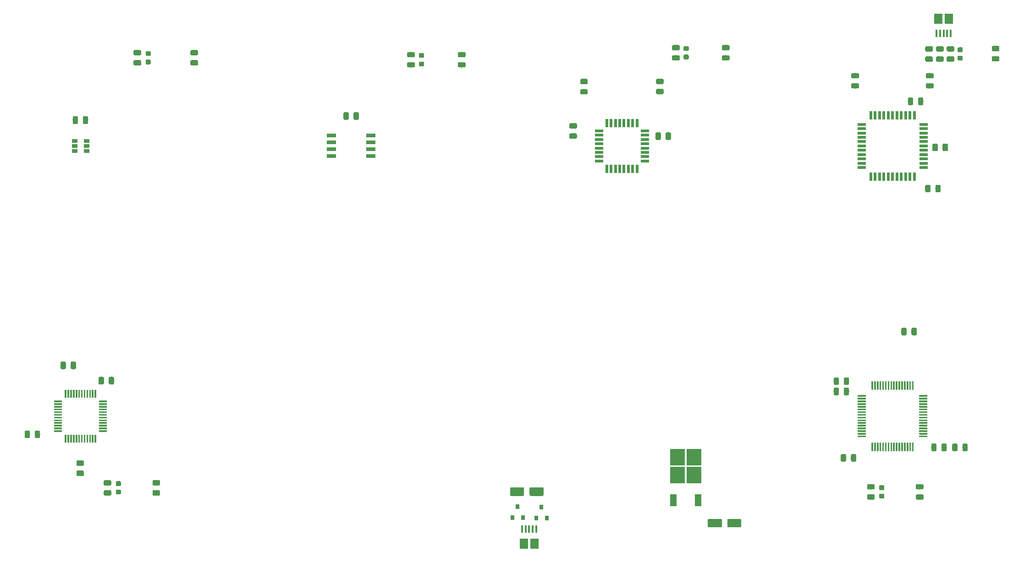
<source format=gtp>
G04 #@! TF.GenerationSoftware,KiCad,Pcbnew,(5.1.4)-1*
G04 #@! TF.CreationDate,2019-10-03T10:29:33+02:00*
G04 #@! TF.ProjectId,regalodilara,72656761-6c6f-4646-996c-6172612e6b69,rev?*
G04 #@! TF.SameCoordinates,Original*
G04 #@! TF.FileFunction,Paste,Top*
G04 #@! TF.FilePolarity,Positive*
%FSLAX46Y46*%
G04 Gerber Fmt 4.6, Leading zero omitted, Abs format (unit mm)*
G04 Created by KiCad (PCBNEW (5.1.4)-1) date 2019-10-03 10:29:33*
%MOMM*%
%LPD*%
G04 APERTURE LIST*
%ADD10R,2.750000X3.050000*%
%ADD11R,1.200000X2.200000*%
%ADD12C,0.100000*%
%ADD13C,0.975000*%
%ADD14C,1.600000*%
%ADD15C,0.300000*%
%ADD16R,1.500000X1.900000*%
%ADD17R,0.400000X1.350000*%
%ADD18C,0.875000*%
%ADD19R,0.800000X0.900000*%
%ADD20R,0.550000X1.500000*%
%ADD21R,1.500000X0.550000*%
%ADD22R,0.550000X1.600000*%
%ADD23R,1.600000X0.550000*%
%ADD24R,1.700000X0.650000*%
%ADD25R,1.060000X0.650000*%
G04 APERTURE END LIST*
D10*
X188305000Y-135915000D03*
X185255000Y-132565000D03*
X185255000Y-135915000D03*
X188305000Y-132565000D03*
D11*
X189060000Y-140540000D03*
X184500000Y-140540000D03*
D12*
G36*
X218065142Y-131991174D02*
G01*
X218088803Y-131994684D01*
X218112007Y-132000496D01*
X218134529Y-132008554D01*
X218156153Y-132018782D01*
X218176670Y-132031079D01*
X218195883Y-132045329D01*
X218213607Y-132061393D01*
X218229671Y-132079117D01*
X218243921Y-132098330D01*
X218256218Y-132118847D01*
X218266446Y-132140471D01*
X218274504Y-132162993D01*
X218280316Y-132186197D01*
X218283826Y-132209858D01*
X218285000Y-132233750D01*
X218285000Y-133146250D01*
X218283826Y-133170142D01*
X218280316Y-133193803D01*
X218274504Y-133217007D01*
X218266446Y-133239529D01*
X218256218Y-133261153D01*
X218243921Y-133281670D01*
X218229671Y-133300883D01*
X218213607Y-133318607D01*
X218195883Y-133334671D01*
X218176670Y-133348921D01*
X218156153Y-133361218D01*
X218134529Y-133371446D01*
X218112007Y-133379504D01*
X218088803Y-133385316D01*
X218065142Y-133388826D01*
X218041250Y-133390000D01*
X217553750Y-133390000D01*
X217529858Y-133388826D01*
X217506197Y-133385316D01*
X217482993Y-133379504D01*
X217460471Y-133371446D01*
X217438847Y-133361218D01*
X217418330Y-133348921D01*
X217399117Y-133334671D01*
X217381393Y-133318607D01*
X217365329Y-133300883D01*
X217351079Y-133281670D01*
X217338782Y-133261153D01*
X217328554Y-133239529D01*
X217320496Y-133217007D01*
X217314684Y-133193803D01*
X217311174Y-133170142D01*
X217310000Y-133146250D01*
X217310000Y-132233750D01*
X217311174Y-132209858D01*
X217314684Y-132186197D01*
X217320496Y-132162993D01*
X217328554Y-132140471D01*
X217338782Y-132118847D01*
X217351079Y-132098330D01*
X217365329Y-132079117D01*
X217381393Y-132061393D01*
X217399117Y-132045329D01*
X217418330Y-132031079D01*
X217438847Y-132018782D01*
X217460471Y-132008554D01*
X217482993Y-132000496D01*
X217506197Y-131994684D01*
X217529858Y-131991174D01*
X217553750Y-131990000D01*
X218041250Y-131990000D01*
X218065142Y-131991174D01*
X218065142Y-131991174D01*
G37*
D13*
X217797500Y-132690000D03*
D12*
G36*
X216190142Y-131991174D02*
G01*
X216213803Y-131994684D01*
X216237007Y-132000496D01*
X216259529Y-132008554D01*
X216281153Y-132018782D01*
X216301670Y-132031079D01*
X216320883Y-132045329D01*
X216338607Y-132061393D01*
X216354671Y-132079117D01*
X216368921Y-132098330D01*
X216381218Y-132118847D01*
X216391446Y-132140471D01*
X216399504Y-132162993D01*
X216405316Y-132186197D01*
X216408826Y-132209858D01*
X216410000Y-132233750D01*
X216410000Y-133146250D01*
X216408826Y-133170142D01*
X216405316Y-133193803D01*
X216399504Y-133217007D01*
X216391446Y-133239529D01*
X216381218Y-133261153D01*
X216368921Y-133281670D01*
X216354671Y-133300883D01*
X216338607Y-133318607D01*
X216320883Y-133334671D01*
X216301670Y-133348921D01*
X216281153Y-133361218D01*
X216259529Y-133371446D01*
X216237007Y-133379504D01*
X216213803Y-133385316D01*
X216190142Y-133388826D01*
X216166250Y-133390000D01*
X215678750Y-133390000D01*
X215654858Y-133388826D01*
X215631197Y-133385316D01*
X215607993Y-133379504D01*
X215585471Y-133371446D01*
X215563847Y-133361218D01*
X215543330Y-133348921D01*
X215524117Y-133334671D01*
X215506393Y-133318607D01*
X215490329Y-133300883D01*
X215476079Y-133281670D01*
X215463782Y-133261153D01*
X215453554Y-133239529D01*
X215445496Y-133217007D01*
X215439684Y-133193803D01*
X215436174Y-133170142D01*
X215435000Y-133146250D01*
X215435000Y-132233750D01*
X215436174Y-132209858D01*
X215439684Y-132186197D01*
X215445496Y-132162993D01*
X215453554Y-132140471D01*
X215463782Y-132118847D01*
X215476079Y-132098330D01*
X215490329Y-132079117D01*
X215506393Y-132061393D01*
X215524117Y-132045329D01*
X215543330Y-132031079D01*
X215563847Y-132018782D01*
X215585471Y-132008554D01*
X215607993Y-132000496D01*
X215631197Y-131994684D01*
X215654858Y-131991174D01*
X215678750Y-131990000D01*
X216166250Y-131990000D01*
X216190142Y-131991174D01*
X216190142Y-131991174D01*
G37*
D13*
X215922500Y-132690000D03*
D12*
G36*
X216745142Y-119721174D02*
G01*
X216768803Y-119724684D01*
X216792007Y-119730496D01*
X216814529Y-119738554D01*
X216836153Y-119748782D01*
X216856670Y-119761079D01*
X216875883Y-119775329D01*
X216893607Y-119791393D01*
X216909671Y-119809117D01*
X216923921Y-119828330D01*
X216936218Y-119848847D01*
X216946446Y-119870471D01*
X216954504Y-119892993D01*
X216960316Y-119916197D01*
X216963826Y-119939858D01*
X216965000Y-119963750D01*
X216965000Y-120876250D01*
X216963826Y-120900142D01*
X216960316Y-120923803D01*
X216954504Y-120947007D01*
X216946446Y-120969529D01*
X216936218Y-120991153D01*
X216923921Y-121011670D01*
X216909671Y-121030883D01*
X216893607Y-121048607D01*
X216875883Y-121064671D01*
X216856670Y-121078921D01*
X216836153Y-121091218D01*
X216814529Y-121101446D01*
X216792007Y-121109504D01*
X216768803Y-121115316D01*
X216745142Y-121118826D01*
X216721250Y-121120000D01*
X216233750Y-121120000D01*
X216209858Y-121118826D01*
X216186197Y-121115316D01*
X216162993Y-121109504D01*
X216140471Y-121101446D01*
X216118847Y-121091218D01*
X216098330Y-121078921D01*
X216079117Y-121064671D01*
X216061393Y-121048607D01*
X216045329Y-121030883D01*
X216031079Y-121011670D01*
X216018782Y-120991153D01*
X216008554Y-120969529D01*
X216000496Y-120947007D01*
X215994684Y-120923803D01*
X215991174Y-120900142D01*
X215990000Y-120876250D01*
X215990000Y-119963750D01*
X215991174Y-119939858D01*
X215994684Y-119916197D01*
X216000496Y-119892993D01*
X216008554Y-119870471D01*
X216018782Y-119848847D01*
X216031079Y-119828330D01*
X216045329Y-119809117D01*
X216061393Y-119791393D01*
X216079117Y-119775329D01*
X216098330Y-119761079D01*
X216118847Y-119748782D01*
X216140471Y-119738554D01*
X216162993Y-119730496D01*
X216186197Y-119724684D01*
X216209858Y-119721174D01*
X216233750Y-119720000D01*
X216721250Y-119720000D01*
X216745142Y-119721174D01*
X216745142Y-119721174D01*
G37*
D13*
X216477500Y-120420000D03*
D12*
G36*
X214870142Y-119721174D02*
G01*
X214893803Y-119724684D01*
X214917007Y-119730496D01*
X214939529Y-119738554D01*
X214961153Y-119748782D01*
X214981670Y-119761079D01*
X215000883Y-119775329D01*
X215018607Y-119791393D01*
X215034671Y-119809117D01*
X215048921Y-119828330D01*
X215061218Y-119848847D01*
X215071446Y-119870471D01*
X215079504Y-119892993D01*
X215085316Y-119916197D01*
X215088826Y-119939858D01*
X215090000Y-119963750D01*
X215090000Y-120876250D01*
X215088826Y-120900142D01*
X215085316Y-120923803D01*
X215079504Y-120947007D01*
X215071446Y-120969529D01*
X215061218Y-120991153D01*
X215048921Y-121011670D01*
X215034671Y-121030883D01*
X215018607Y-121048607D01*
X215000883Y-121064671D01*
X214981670Y-121078921D01*
X214961153Y-121091218D01*
X214939529Y-121101446D01*
X214917007Y-121109504D01*
X214893803Y-121115316D01*
X214870142Y-121118826D01*
X214846250Y-121120000D01*
X214358750Y-121120000D01*
X214334858Y-121118826D01*
X214311197Y-121115316D01*
X214287993Y-121109504D01*
X214265471Y-121101446D01*
X214243847Y-121091218D01*
X214223330Y-121078921D01*
X214204117Y-121064671D01*
X214186393Y-121048607D01*
X214170329Y-121030883D01*
X214156079Y-121011670D01*
X214143782Y-120991153D01*
X214133554Y-120969529D01*
X214125496Y-120947007D01*
X214119684Y-120923803D01*
X214116174Y-120900142D01*
X214115000Y-120876250D01*
X214115000Y-119963750D01*
X214116174Y-119939858D01*
X214119684Y-119916197D01*
X214125496Y-119892993D01*
X214133554Y-119870471D01*
X214143782Y-119848847D01*
X214156079Y-119828330D01*
X214170329Y-119809117D01*
X214186393Y-119791393D01*
X214204117Y-119775329D01*
X214223330Y-119761079D01*
X214243847Y-119748782D01*
X214265471Y-119738554D01*
X214287993Y-119730496D01*
X214311197Y-119724684D01*
X214334858Y-119721174D01*
X214358750Y-119720000D01*
X214846250Y-119720000D01*
X214870142Y-119721174D01*
X214870142Y-119721174D01*
G37*
D13*
X214602500Y-120420000D03*
D12*
G36*
X238647642Y-130071174D02*
G01*
X238671303Y-130074684D01*
X238694507Y-130080496D01*
X238717029Y-130088554D01*
X238738653Y-130098782D01*
X238759170Y-130111079D01*
X238778383Y-130125329D01*
X238796107Y-130141393D01*
X238812171Y-130159117D01*
X238826421Y-130178330D01*
X238838718Y-130198847D01*
X238848946Y-130220471D01*
X238857004Y-130242993D01*
X238862816Y-130266197D01*
X238866326Y-130289858D01*
X238867500Y-130313750D01*
X238867500Y-131226250D01*
X238866326Y-131250142D01*
X238862816Y-131273803D01*
X238857004Y-131297007D01*
X238848946Y-131319529D01*
X238838718Y-131341153D01*
X238826421Y-131361670D01*
X238812171Y-131380883D01*
X238796107Y-131398607D01*
X238778383Y-131414671D01*
X238759170Y-131428921D01*
X238738653Y-131441218D01*
X238717029Y-131451446D01*
X238694507Y-131459504D01*
X238671303Y-131465316D01*
X238647642Y-131468826D01*
X238623750Y-131470000D01*
X238136250Y-131470000D01*
X238112358Y-131468826D01*
X238088697Y-131465316D01*
X238065493Y-131459504D01*
X238042971Y-131451446D01*
X238021347Y-131441218D01*
X238000830Y-131428921D01*
X237981617Y-131414671D01*
X237963893Y-131398607D01*
X237947829Y-131380883D01*
X237933579Y-131361670D01*
X237921282Y-131341153D01*
X237911054Y-131319529D01*
X237902996Y-131297007D01*
X237897184Y-131273803D01*
X237893674Y-131250142D01*
X237892500Y-131226250D01*
X237892500Y-130313750D01*
X237893674Y-130289858D01*
X237897184Y-130266197D01*
X237902996Y-130242993D01*
X237911054Y-130220471D01*
X237921282Y-130198847D01*
X237933579Y-130178330D01*
X237947829Y-130159117D01*
X237963893Y-130141393D01*
X237981617Y-130125329D01*
X238000830Y-130111079D01*
X238021347Y-130098782D01*
X238042971Y-130088554D01*
X238065493Y-130080496D01*
X238088697Y-130074684D01*
X238112358Y-130071174D01*
X238136250Y-130070000D01*
X238623750Y-130070000D01*
X238647642Y-130071174D01*
X238647642Y-130071174D01*
G37*
D13*
X238380000Y-130770000D03*
D12*
G36*
X236772642Y-130071174D02*
G01*
X236796303Y-130074684D01*
X236819507Y-130080496D01*
X236842029Y-130088554D01*
X236863653Y-130098782D01*
X236884170Y-130111079D01*
X236903383Y-130125329D01*
X236921107Y-130141393D01*
X236937171Y-130159117D01*
X236951421Y-130178330D01*
X236963718Y-130198847D01*
X236973946Y-130220471D01*
X236982004Y-130242993D01*
X236987816Y-130266197D01*
X236991326Y-130289858D01*
X236992500Y-130313750D01*
X236992500Y-131226250D01*
X236991326Y-131250142D01*
X236987816Y-131273803D01*
X236982004Y-131297007D01*
X236973946Y-131319529D01*
X236963718Y-131341153D01*
X236951421Y-131361670D01*
X236937171Y-131380883D01*
X236921107Y-131398607D01*
X236903383Y-131414671D01*
X236884170Y-131428921D01*
X236863653Y-131441218D01*
X236842029Y-131451446D01*
X236819507Y-131459504D01*
X236796303Y-131465316D01*
X236772642Y-131468826D01*
X236748750Y-131470000D01*
X236261250Y-131470000D01*
X236237358Y-131468826D01*
X236213697Y-131465316D01*
X236190493Y-131459504D01*
X236167971Y-131451446D01*
X236146347Y-131441218D01*
X236125830Y-131428921D01*
X236106617Y-131414671D01*
X236088893Y-131398607D01*
X236072829Y-131380883D01*
X236058579Y-131361670D01*
X236046282Y-131341153D01*
X236036054Y-131319529D01*
X236027996Y-131297007D01*
X236022184Y-131273803D01*
X236018674Y-131250142D01*
X236017500Y-131226250D01*
X236017500Y-130313750D01*
X236018674Y-130289858D01*
X236022184Y-130266197D01*
X236027996Y-130242993D01*
X236036054Y-130220471D01*
X236046282Y-130198847D01*
X236058579Y-130178330D01*
X236072829Y-130159117D01*
X236088893Y-130141393D01*
X236106617Y-130125329D01*
X236125830Y-130111079D01*
X236146347Y-130098782D01*
X236167971Y-130088554D01*
X236190493Y-130080496D01*
X236213697Y-130074684D01*
X236237358Y-130071174D01*
X236261250Y-130070000D01*
X236748750Y-130070000D01*
X236772642Y-130071174D01*
X236772642Y-130071174D01*
G37*
D13*
X236505000Y-130770000D03*
D12*
G36*
X216745142Y-117821174D02*
G01*
X216768803Y-117824684D01*
X216792007Y-117830496D01*
X216814529Y-117838554D01*
X216836153Y-117848782D01*
X216856670Y-117861079D01*
X216875883Y-117875329D01*
X216893607Y-117891393D01*
X216909671Y-117909117D01*
X216923921Y-117928330D01*
X216936218Y-117948847D01*
X216946446Y-117970471D01*
X216954504Y-117992993D01*
X216960316Y-118016197D01*
X216963826Y-118039858D01*
X216965000Y-118063750D01*
X216965000Y-118976250D01*
X216963826Y-119000142D01*
X216960316Y-119023803D01*
X216954504Y-119047007D01*
X216946446Y-119069529D01*
X216936218Y-119091153D01*
X216923921Y-119111670D01*
X216909671Y-119130883D01*
X216893607Y-119148607D01*
X216875883Y-119164671D01*
X216856670Y-119178921D01*
X216836153Y-119191218D01*
X216814529Y-119201446D01*
X216792007Y-119209504D01*
X216768803Y-119215316D01*
X216745142Y-119218826D01*
X216721250Y-119220000D01*
X216233750Y-119220000D01*
X216209858Y-119218826D01*
X216186197Y-119215316D01*
X216162993Y-119209504D01*
X216140471Y-119201446D01*
X216118847Y-119191218D01*
X216098330Y-119178921D01*
X216079117Y-119164671D01*
X216061393Y-119148607D01*
X216045329Y-119130883D01*
X216031079Y-119111670D01*
X216018782Y-119091153D01*
X216008554Y-119069529D01*
X216000496Y-119047007D01*
X215994684Y-119023803D01*
X215991174Y-119000142D01*
X215990000Y-118976250D01*
X215990000Y-118063750D01*
X215991174Y-118039858D01*
X215994684Y-118016197D01*
X216000496Y-117992993D01*
X216008554Y-117970471D01*
X216018782Y-117948847D01*
X216031079Y-117928330D01*
X216045329Y-117909117D01*
X216061393Y-117891393D01*
X216079117Y-117875329D01*
X216098330Y-117861079D01*
X216118847Y-117848782D01*
X216140471Y-117838554D01*
X216162993Y-117830496D01*
X216186197Y-117824684D01*
X216209858Y-117821174D01*
X216233750Y-117820000D01*
X216721250Y-117820000D01*
X216745142Y-117821174D01*
X216745142Y-117821174D01*
G37*
D13*
X216477500Y-118520000D03*
D12*
G36*
X214870142Y-117821174D02*
G01*
X214893803Y-117824684D01*
X214917007Y-117830496D01*
X214939529Y-117838554D01*
X214961153Y-117848782D01*
X214981670Y-117861079D01*
X215000883Y-117875329D01*
X215018607Y-117891393D01*
X215034671Y-117909117D01*
X215048921Y-117928330D01*
X215061218Y-117948847D01*
X215071446Y-117970471D01*
X215079504Y-117992993D01*
X215085316Y-118016197D01*
X215088826Y-118039858D01*
X215090000Y-118063750D01*
X215090000Y-118976250D01*
X215088826Y-119000142D01*
X215085316Y-119023803D01*
X215079504Y-119047007D01*
X215071446Y-119069529D01*
X215061218Y-119091153D01*
X215048921Y-119111670D01*
X215034671Y-119130883D01*
X215018607Y-119148607D01*
X215000883Y-119164671D01*
X214981670Y-119178921D01*
X214961153Y-119191218D01*
X214939529Y-119201446D01*
X214917007Y-119209504D01*
X214893803Y-119215316D01*
X214870142Y-119218826D01*
X214846250Y-119220000D01*
X214358750Y-119220000D01*
X214334858Y-119218826D01*
X214311197Y-119215316D01*
X214287993Y-119209504D01*
X214265471Y-119201446D01*
X214243847Y-119191218D01*
X214223330Y-119178921D01*
X214204117Y-119164671D01*
X214186393Y-119148607D01*
X214170329Y-119130883D01*
X214156079Y-119111670D01*
X214143782Y-119091153D01*
X214133554Y-119069529D01*
X214125496Y-119047007D01*
X214119684Y-119023803D01*
X214116174Y-119000142D01*
X214115000Y-118976250D01*
X214115000Y-118063750D01*
X214116174Y-118039858D01*
X214119684Y-118016197D01*
X214125496Y-117992993D01*
X214133554Y-117970471D01*
X214143782Y-117948847D01*
X214156079Y-117928330D01*
X214170329Y-117909117D01*
X214186393Y-117891393D01*
X214204117Y-117875329D01*
X214223330Y-117861079D01*
X214243847Y-117848782D01*
X214265471Y-117838554D01*
X214287993Y-117830496D01*
X214311197Y-117824684D01*
X214334858Y-117821174D01*
X214358750Y-117820000D01*
X214846250Y-117820000D01*
X214870142Y-117821174D01*
X214870142Y-117821174D01*
G37*
D13*
X214602500Y-118520000D03*
D12*
G36*
X73942642Y-114891174D02*
G01*
X73966303Y-114894684D01*
X73989507Y-114900496D01*
X74012029Y-114908554D01*
X74033653Y-114918782D01*
X74054170Y-114931079D01*
X74073383Y-114945329D01*
X74091107Y-114961393D01*
X74107171Y-114979117D01*
X74121421Y-114998330D01*
X74133718Y-115018847D01*
X74143946Y-115040471D01*
X74152004Y-115062993D01*
X74157816Y-115086197D01*
X74161326Y-115109858D01*
X74162500Y-115133750D01*
X74162500Y-116046250D01*
X74161326Y-116070142D01*
X74157816Y-116093803D01*
X74152004Y-116117007D01*
X74143946Y-116139529D01*
X74133718Y-116161153D01*
X74121421Y-116181670D01*
X74107171Y-116200883D01*
X74091107Y-116218607D01*
X74073383Y-116234671D01*
X74054170Y-116248921D01*
X74033653Y-116261218D01*
X74012029Y-116271446D01*
X73989507Y-116279504D01*
X73966303Y-116285316D01*
X73942642Y-116288826D01*
X73918750Y-116290000D01*
X73431250Y-116290000D01*
X73407358Y-116288826D01*
X73383697Y-116285316D01*
X73360493Y-116279504D01*
X73337971Y-116271446D01*
X73316347Y-116261218D01*
X73295830Y-116248921D01*
X73276617Y-116234671D01*
X73258893Y-116218607D01*
X73242829Y-116200883D01*
X73228579Y-116181670D01*
X73216282Y-116161153D01*
X73206054Y-116139529D01*
X73197996Y-116117007D01*
X73192184Y-116093803D01*
X73188674Y-116070142D01*
X73187500Y-116046250D01*
X73187500Y-115133750D01*
X73188674Y-115109858D01*
X73192184Y-115086197D01*
X73197996Y-115062993D01*
X73206054Y-115040471D01*
X73216282Y-115018847D01*
X73228579Y-114998330D01*
X73242829Y-114979117D01*
X73258893Y-114961393D01*
X73276617Y-114945329D01*
X73295830Y-114931079D01*
X73316347Y-114918782D01*
X73337971Y-114908554D01*
X73360493Y-114900496D01*
X73383697Y-114894684D01*
X73407358Y-114891174D01*
X73431250Y-114890000D01*
X73918750Y-114890000D01*
X73942642Y-114891174D01*
X73942642Y-114891174D01*
G37*
D13*
X73675000Y-115590000D03*
D12*
G36*
X72067642Y-114891174D02*
G01*
X72091303Y-114894684D01*
X72114507Y-114900496D01*
X72137029Y-114908554D01*
X72158653Y-114918782D01*
X72179170Y-114931079D01*
X72198383Y-114945329D01*
X72216107Y-114961393D01*
X72232171Y-114979117D01*
X72246421Y-114998330D01*
X72258718Y-115018847D01*
X72268946Y-115040471D01*
X72277004Y-115062993D01*
X72282816Y-115086197D01*
X72286326Y-115109858D01*
X72287500Y-115133750D01*
X72287500Y-116046250D01*
X72286326Y-116070142D01*
X72282816Y-116093803D01*
X72277004Y-116117007D01*
X72268946Y-116139529D01*
X72258718Y-116161153D01*
X72246421Y-116181670D01*
X72232171Y-116200883D01*
X72216107Y-116218607D01*
X72198383Y-116234671D01*
X72179170Y-116248921D01*
X72158653Y-116261218D01*
X72137029Y-116271446D01*
X72114507Y-116279504D01*
X72091303Y-116285316D01*
X72067642Y-116288826D01*
X72043750Y-116290000D01*
X71556250Y-116290000D01*
X71532358Y-116288826D01*
X71508697Y-116285316D01*
X71485493Y-116279504D01*
X71462971Y-116271446D01*
X71441347Y-116261218D01*
X71420830Y-116248921D01*
X71401617Y-116234671D01*
X71383893Y-116218607D01*
X71367829Y-116200883D01*
X71353579Y-116181670D01*
X71341282Y-116161153D01*
X71331054Y-116139529D01*
X71322996Y-116117007D01*
X71317184Y-116093803D01*
X71313674Y-116070142D01*
X71312500Y-116046250D01*
X71312500Y-115133750D01*
X71313674Y-115109858D01*
X71317184Y-115086197D01*
X71322996Y-115062993D01*
X71331054Y-115040471D01*
X71341282Y-115018847D01*
X71353579Y-114998330D01*
X71367829Y-114979117D01*
X71383893Y-114961393D01*
X71401617Y-114945329D01*
X71420830Y-114931079D01*
X71441347Y-114918782D01*
X71462971Y-114908554D01*
X71485493Y-114900496D01*
X71508697Y-114894684D01*
X71532358Y-114891174D01*
X71556250Y-114890000D01*
X72043750Y-114890000D01*
X72067642Y-114891174D01*
X72067642Y-114891174D01*
G37*
D13*
X71800000Y-115590000D03*
D12*
G36*
X67315142Y-127671174D02*
G01*
X67338803Y-127674684D01*
X67362007Y-127680496D01*
X67384529Y-127688554D01*
X67406153Y-127698782D01*
X67426670Y-127711079D01*
X67445883Y-127725329D01*
X67463607Y-127741393D01*
X67479671Y-127759117D01*
X67493921Y-127778330D01*
X67506218Y-127798847D01*
X67516446Y-127820471D01*
X67524504Y-127842993D01*
X67530316Y-127866197D01*
X67533826Y-127889858D01*
X67535000Y-127913750D01*
X67535000Y-128826250D01*
X67533826Y-128850142D01*
X67530316Y-128873803D01*
X67524504Y-128897007D01*
X67516446Y-128919529D01*
X67506218Y-128941153D01*
X67493921Y-128961670D01*
X67479671Y-128980883D01*
X67463607Y-128998607D01*
X67445883Y-129014671D01*
X67426670Y-129028921D01*
X67406153Y-129041218D01*
X67384529Y-129051446D01*
X67362007Y-129059504D01*
X67338803Y-129065316D01*
X67315142Y-129068826D01*
X67291250Y-129070000D01*
X66803750Y-129070000D01*
X66779858Y-129068826D01*
X66756197Y-129065316D01*
X66732993Y-129059504D01*
X66710471Y-129051446D01*
X66688847Y-129041218D01*
X66668330Y-129028921D01*
X66649117Y-129014671D01*
X66631393Y-128998607D01*
X66615329Y-128980883D01*
X66601079Y-128961670D01*
X66588782Y-128941153D01*
X66578554Y-128919529D01*
X66570496Y-128897007D01*
X66564684Y-128873803D01*
X66561174Y-128850142D01*
X66560000Y-128826250D01*
X66560000Y-127913750D01*
X66561174Y-127889858D01*
X66564684Y-127866197D01*
X66570496Y-127842993D01*
X66578554Y-127820471D01*
X66588782Y-127798847D01*
X66601079Y-127778330D01*
X66615329Y-127759117D01*
X66631393Y-127741393D01*
X66649117Y-127725329D01*
X66668330Y-127711079D01*
X66688847Y-127698782D01*
X66710471Y-127688554D01*
X66732993Y-127680496D01*
X66756197Y-127674684D01*
X66779858Y-127671174D01*
X66803750Y-127670000D01*
X67291250Y-127670000D01*
X67315142Y-127671174D01*
X67315142Y-127671174D01*
G37*
D13*
X67047500Y-128370000D03*
D12*
G36*
X65440142Y-127671174D02*
G01*
X65463803Y-127674684D01*
X65487007Y-127680496D01*
X65509529Y-127688554D01*
X65531153Y-127698782D01*
X65551670Y-127711079D01*
X65570883Y-127725329D01*
X65588607Y-127741393D01*
X65604671Y-127759117D01*
X65618921Y-127778330D01*
X65631218Y-127798847D01*
X65641446Y-127820471D01*
X65649504Y-127842993D01*
X65655316Y-127866197D01*
X65658826Y-127889858D01*
X65660000Y-127913750D01*
X65660000Y-128826250D01*
X65658826Y-128850142D01*
X65655316Y-128873803D01*
X65649504Y-128897007D01*
X65641446Y-128919529D01*
X65631218Y-128941153D01*
X65618921Y-128961670D01*
X65604671Y-128980883D01*
X65588607Y-128998607D01*
X65570883Y-129014671D01*
X65551670Y-129028921D01*
X65531153Y-129041218D01*
X65509529Y-129051446D01*
X65487007Y-129059504D01*
X65463803Y-129065316D01*
X65440142Y-129068826D01*
X65416250Y-129070000D01*
X64928750Y-129070000D01*
X64904858Y-129068826D01*
X64881197Y-129065316D01*
X64857993Y-129059504D01*
X64835471Y-129051446D01*
X64813847Y-129041218D01*
X64793330Y-129028921D01*
X64774117Y-129014671D01*
X64756393Y-128998607D01*
X64740329Y-128980883D01*
X64726079Y-128961670D01*
X64713782Y-128941153D01*
X64703554Y-128919529D01*
X64695496Y-128897007D01*
X64689684Y-128873803D01*
X64686174Y-128850142D01*
X64685000Y-128826250D01*
X64685000Y-127913750D01*
X64686174Y-127889858D01*
X64689684Y-127866197D01*
X64695496Y-127842993D01*
X64703554Y-127820471D01*
X64713782Y-127798847D01*
X64726079Y-127778330D01*
X64740329Y-127759117D01*
X64756393Y-127741393D01*
X64774117Y-127725329D01*
X64793330Y-127711079D01*
X64813847Y-127698782D01*
X64835471Y-127688554D01*
X64857993Y-127680496D01*
X64881197Y-127674684D01*
X64904858Y-127671174D01*
X64928750Y-127670000D01*
X65416250Y-127670000D01*
X65440142Y-127671174D01*
X65440142Y-127671174D01*
G37*
D13*
X65172500Y-128370000D03*
D12*
G36*
X80975142Y-117721174D02*
G01*
X80998803Y-117724684D01*
X81022007Y-117730496D01*
X81044529Y-117738554D01*
X81066153Y-117748782D01*
X81086670Y-117761079D01*
X81105883Y-117775329D01*
X81123607Y-117791393D01*
X81139671Y-117809117D01*
X81153921Y-117828330D01*
X81166218Y-117848847D01*
X81176446Y-117870471D01*
X81184504Y-117892993D01*
X81190316Y-117916197D01*
X81193826Y-117939858D01*
X81195000Y-117963750D01*
X81195000Y-118876250D01*
X81193826Y-118900142D01*
X81190316Y-118923803D01*
X81184504Y-118947007D01*
X81176446Y-118969529D01*
X81166218Y-118991153D01*
X81153921Y-119011670D01*
X81139671Y-119030883D01*
X81123607Y-119048607D01*
X81105883Y-119064671D01*
X81086670Y-119078921D01*
X81066153Y-119091218D01*
X81044529Y-119101446D01*
X81022007Y-119109504D01*
X80998803Y-119115316D01*
X80975142Y-119118826D01*
X80951250Y-119120000D01*
X80463750Y-119120000D01*
X80439858Y-119118826D01*
X80416197Y-119115316D01*
X80392993Y-119109504D01*
X80370471Y-119101446D01*
X80348847Y-119091218D01*
X80328330Y-119078921D01*
X80309117Y-119064671D01*
X80291393Y-119048607D01*
X80275329Y-119030883D01*
X80261079Y-119011670D01*
X80248782Y-118991153D01*
X80238554Y-118969529D01*
X80230496Y-118947007D01*
X80224684Y-118923803D01*
X80221174Y-118900142D01*
X80220000Y-118876250D01*
X80220000Y-117963750D01*
X80221174Y-117939858D01*
X80224684Y-117916197D01*
X80230496Y-117892993D01*
X80238554Y-117870471D01*
X80248782Y-117848847D01*
X80261079Y-117828330D01*
X80275329Y-117809117D01*
X80291393Y-117791393D01*
X80309117Y-117775329D01*
X80328330Y-117761079D01*
X80348847Y-117748782D01*
X80370471Y-117738554D01*
X80392993Y-117730496D01*
X80416197Y-117724684D01*
X80439858Y-117721174D01*
X80463750Y-117720000D01*
X80951250Y-117720000D01*
X80975142Y-117721174D01*
X80975142Y-117721174D01*
G37*
D13*
X80707500Y-118420000D03*
D12*
G36*
X79100142Y-117721174D02*
G01*
X79123803Y-117724684D01*
X79147007Y-117730496D01*
X79169529Y-117738554D01*
X79191153Y-117748782D01*
X79211670Y-117761079D01*
X79230883Y-117775329D01*
X79248607Y-117791393D01*
X79264671Y-117809117D01*
X79278921Y-117828330D01*
X79291218Y-117848847D01*
X79301446Y-117870471D01*
X79309504Y-117892993D01*
X79315316Y-117916197D01*
X79318826Y-117939858D01*
X79320000Y-117963750D01*
X79320000Y-118876250D01*
X79318826Y-118900142D01*
X79315316Y-118923803D01*
X79309504Y-118947007D01*
X79301446Y-118969529D01*
X79291218Y-118991153D01*
X79278921Y-119011670D01*
X79264671Y-119030883D01*
X79248607Y-119048607D01*
X79230883Y-119064671D01*
X79211670Y-119078921D01*
X79191153Y-119091218D01*
X79169529Y-119101446D01*
X79147007Y-119109504D01*
X79123803Y-119115316D01*
X79100142Y-119118826D01*
X79076250Y-119120000D01*
X78588750Y-119120000D01*
X78564858Y-119118826D01*
X78541197Y-119115316D01*
X78517993Y-119109504D01*
X78495471Y-119101446D01*
X78473847Y-119091218D01*
X78453330Y-119078921D01*
X78434117Y-119064671D01*
X78416393Y-119048607D01*
X78400329Y-119030883D01*
X78386079Y-119011670D01*
X78373782Y-118991153D01*
X78363554Y-118969529D01*
X78355496Y-118947007D01*
X78349684Y-118923803D01*
X78346174Y-118900142D01*
X78345000Y-118876250D01*
X78345000Y-117963750D01*
X78346174Y-117939858D01*
X78349684Y-117916197D01*
X78355496Y-117892993D01*
X78363554Y-117870471D01*
X78373782Y-117848847D01*
X78386079Y-117828330D01*
X78400329Y-117809117D01*
X78416393Y-117791393D01*
X78434117Y-117775329D01*
X78453330Y-117761079D01*
X78473847Y-117748782D01*
X78495471Y-117738554D01*
X78517993Y-117730496D01*
X78541197Y-117724684D01*
X78564858Y-117721174D01*
X78588750Y-117720000D01*
X79076250Y-117720000D01*
X79100142Y-117721174D01*
X79100142Y-117721174D01*
G37*
D13*
X78832500Y-118420000D03*
D12*
G36*
X233655142Y-82201174D02*
G01*
X233678803Y-82204684D01*
X233702007Y-82210496D01*
X233724529Y-82218554D01*
X233746153Y-82228782D01*
X233766670Y-82241079D01*
X233785883Y-82255329D01*
X233803607Y-82271393D01*
X233819671Y-82289117D01*
X233833921Y-82308330D01*
X233846218Y-82328847D01*
X233856446Y-82350471D01*
X233864504Y-82372993D01*
X233870316Y-82396197D01*
X233873826Y-82419858D01*
X233875000Y-82443750D01*
X233875000Y-83356250D01*
X233873826Y-83380142D01*
X233870316Y-83403803D01*
X233864504Y-83427007D01*
X233856446Y-83449529D01*
X233846218Y-83471153D01*
X233833921Y-83491670D01*
X233819671Y-83510883D01*
X233803607Y-83528607D01*
X233785883Y-83544671D01*
X233766670Y-83558921D01*
X233746153Y-83571218D01*
X233724529Y-83581446D01*
X233702007Y-83589504D01*
X233678803Y-83595316D01*
X233655142Y-83598826D01*
X233631250Y-83600000D01*
X233143750Y-83600000D01*
X233119858Y-83598826D01*
X233096197Y-83595316D01*
X233072993Y-83589504D01*
X233050471Y-83581446D01*
X233028847Y-83571218D01*
X233008330Y-83558921D01*
X232989117Y-83544671D01*
X232971393Y-83528607D01*
X232955329Y-83510883D01*
X232941079Y-83491670D01*
X232928782Y-83471153D01*
X232918554Y-83449529D01*
X232910496Y-83427007D01*
X232904684Y-83403803D01*
X232901174Y-83380142D01*
X232900000Y-83356250D01*
X232900000Y-82443750D01*
X232901174Y-82419858D01*
X232904684Y-82396197D01*
X232910496Y-82372993D01*
X232918554Y-82350471D01*
X232928782Y-82328847D01*
X232941079Y-82308330D01*
X232955329Y-82289117D01*
X232971393Y-82271393D01*
X232989117Y-82255329D01*
X233008330Y-82241079D01*
X233028847Y-82228782D01*
X233050471Y-82218554D01*
X233072993Y-82210496D01*
X233096197Y-82204684D01*
X233119858Y-82201174D01*
X233143750Y-82200000D01*
X233631250Y-82200000D01*
X233655142Y-82201174D01*
X233655142Y-82201174D01*
G37*
D13*
X233387500Y-82900000D03*
D12*
G36*
X231780142Y-82201174D02*
G01*
X231803803Y-82204684D01*
X231827007Y-82210496D01*
X231849529Y-82218554D01*
X231871153Y-82228782D01*
X231891670Y-82241079D01*
X231910883Y-82255329D01*
X231928607Y-82271393D01*
X231944671Y-82289117D01*
X231958921Y-82308330D01*
X231971218Y-82328847D01*
X231981446Y-82350471D01*
X231989504Y-82372993D01*
X231995316Y-82396197D01*
X231998826Y-82419858D01*
X232000000Y-82443750D01*
X232000000Y-83356250D01*
X231998826Y-83380142D01*
X231995316Y-83403803D01*
X231989504Y-83427007D01*
X231981446Y-83449529D01*
X231971218Y-83471153D01*
X231958921Y-83491670D01*
X231944671Y-83510883D01*
X231928607Y-83528607D01*
X231910883Y-83544671D01*
X231891670Y-83558921D01*
X231871153Y-83571218D01*
X231849529Y-83581446D01*
X231827007Y-83589504D01*
X231803803Y-83595316D01*
X231780142Y-83598826D01*
X231756250Y-83600000D01*
X231268750Y-83600000D01*
X231244858Y-83598826D01*
X231221197Y-83595316D01*
X231197993Y-83589504D01*
X231175471Y-83581446D01*
X231153847Y-83571218D01*
X231133330Y-83558921D01*
X231114117Y-83544671D01*
X231096393Y-83528607D01*
X231080329Y-83510883D01*
X231066079Y-83491670D01*
X231053782Y-83471153D01*
X231043554Y-83449529D01*
X231035496Y-83427007D01*
X231029684Y-83403803D01*
X231026174Y-83380142D01*
X231025000Y-83356250D01*
X231025000Y-82443750D01*
X231026174Y-82419858D01*
X231029684Y-82396197D01*
X231035496Y-82372993D01*
X231043554Y-82350471D01*
X231053782Y-82328847D01*
X231066079Y-82308330D01*
X231080329Y-82289117D01*
X231096393Y-82271393D01*
X231114117Y-82255329D01*
X231133330Y-82241079D01*
X231153847Y-82228782D01*
X231175471Y-82218554D01*
X231197993Y-82210496D01*
X231221197Y-82204684D01*
X231244858Y-82201174D01*
X231268750Y-82200000D01*
X231756250Y-82200000D01*
X231780142Y-82201174D01*
X231780142Y-82201174D01*
G37*
D13*
X231512500Y-82900000D03*
D12*
G36*
X183855142Y-72481174D02*
G01*
X183878803Y-72484684D01*
X183902007Y-72490496D01*
X183924529Y-72498554D01*
X183946153Y-72508782D01*
X183966670Y-72521079D01*
X183985883Y-72535329D01*
X184003607Y-72551393D01*
X184019671Y-72569117D01*
X184033921Y-72588330D01*
X184046218Y-72608847D01*
X184056446Y-72630471D01*
X184064504Y-72652993D01*
X184070316Y-72676197D01*
X184073826Y-72699858D01*
X184075000Y-72723750D01*
X184075000Y-73636250D01*
X184073826Y-73660142D01*
X184070316Y-73683803D01*
X184064504Y-73707007D01*
X184056446Y-73729529D01*
X184046218Y-73751153D01*
X184033921Y-73771670D01*
X184019671Y-73790883D01*
X184003607Y-73808607D01*
X183985883Y-73824671D01*
X183966670Y-73838921D01*
X183946153Y-73851218D01*
X183924529Y-73861446D01*
X183902007Y-73869504D01*
X183878803Y-73875316D01*
X183855142Y-73878826D01*
X183831250Y-73880000D01*
X183343750Y-73880000D01*
X183319858Y-73878826D01*
X183296197Y-73875316D01*
X183272993Y-73869504D01*
X183250471Y-73861446D01*
X183228847Y-73851218D01*
X183208330Y-73838921D01*
X183189117Y-73824671D01*
X183171393Y-73808607D01*
X183155329Y-73790883D01*
X183141079Y-73771670D01*
X183128782Y-73751153D01*
X183118554Y-73729529D01*
X183110496Y-73707007D01*
X183104684Y-73683803D01*
X183101174Y-73660142D01*
X183100000Y-73636250D01*
X183100000Y-72723750D01*
X183101174Y-72699858D01*
X183104684Y-72676197D01*
X183110496Y-72652993D01*
X183118554Y-72630471D01*
X183128782Y-72608847D01*
X183141079Y-72588330D01*
X183155329Y-72569117D01*
X183171393Y-72551393D01*
X183189117Y-72535329D01*
X183208330Y-72521079D01*
X183228847Y-72508782D01*
X183250471Y-72498554D01*
X183272993Y-72490496D01*
X183296197Y-72484684D01*
X183319858Y-72481174D01*
X183343750Y-72480000D01*
X183831250Y-72480000D01*
X183855142Y-72481174D01*
X183855142Y-72481174D01*
G37*
D13*
X183587500Y-73180000D03*
D12*
G36*
X181980142Y-72481174D02*
G01*
X182003803Y-72484684D01*
X182027007Y-72490496D01*
X182049529Y-72498554D01*
X182071153Y-72508782D01*
X182091670Y-72521079D01*
X182110883Y-72535329D01*
X182128607Y-72551393D01*
X182144671Y-72569117D01*
X182158921Y-72588330D01*
X182171218Y-72608847D01*
X182181446Y-72630471D01*
X182189504Y-72652993D01*
X182195316Y-72676197D01*
X182198826Y-72699858D01*
X182200000Y-72723750D01*
X182200000Y-73636250D01*
X182198826Y-73660142D01*
X182195316Y-73683803D01*
X182189504Y-73707007D01*
X182181446Y-73729529D01*
X182171218Y-73751153D01*
X182158921Y-73771670D01*
X182144671Y-73790883D01*
X182128607Y-73808607D01*
X182110883Y-73824671D01*
X182091670Y-73838921D01*
X182071153Y-73851218D01*
X182049529Y-73861446D01*
X182027007Y-73869504D01*
X182003803Y-73875316D01*
X181980142Y-73878826D01*
X181956250Y-73880000D01*
X181468750Y-73880000D01*
X181444858Y-73878826D01*
X181421197Y-73875316D01*
X181397993Y-73869504D01*
X181375471Y-73861446D01*
X181353847Y-73851218D01*
X181333330Y-73838921D01*
X181314117Y-73824671D01*
X181296393Y-73808607D01*
X181280329Y-73790883D01*
X181266079Y-73771670D01*
X181253782Y-73751153D01*
X181243554Y-73729529D01*
X181235496Y-73707007D01*
X181229684Y-73683803D01*
X181226174Y-73660142D01*
X181225000Y-73636250D01*
X181225000Y-72723750D01*
X181226174Y-72699858D01*
X181229684Y-72676197D01*
X181235496Y-72652993D01*
X181243554Y-72630471D01*
X181253782Y-72608847D01*
X181266079Y-72588330D01*
X181280329Y-72569117D01*
X181296393Y-72551393D01*
X181314117Y-72535329D01*
X181333330Y-72521079D01*
X181353847Y-72508782D01*
X181375471Y-72498554D01*
X181397993Y-72490496D01*
X181421197Y-72484684D01*
X181444858Y-72481174D01*
X181468750Y-72480000D01*
X181956250Y-72480000D01*
X181980142Y-72481174D01*
X181980142Y-72481174D01*
G37*
D13*
X181712500Y-73180000D03*
D12*
G36*
X126195142Y-68771174D02*
G01*
X126218803Y-68774684D01*
X126242007Y-68780496D01*
X126264529Y-68788554D01*
X126286153Y-68798782D01*
X126306670Y-68811079D01*
X126325883Y-68825329D01*
X126343607Y-68841393D01*
X126359671Y-68859117D01*
X126373921Y-68878330D01*
X126386218Y-68898847D01*
X126396446Y-68920471D01*
X126404504Y-68942993D01*
X126410316Y-68966197D01*
X126413826Y-68989858D01*
X126415000Y-69013750D01*
X126415000Y-69926250D01*
X126413826Y-69950142D01*
X126410316Y-69973803D01*
X126404504Y-69997007D01*
X126396446Y-70019529D01*
X126386218Y-70041153D01*
X126373921Y-70061670D01*
X126359671Y-70080883D01*
X126343607Y-70098607D01*
X126325883Y-70114671D01*
X126306670Y-70128921D01*
X126286153Y-70141218D01*
X126264529Y-70151446D01*
X126242007Y-70159504D01*
X126218803Y-70165316D01*
X126195142Y-70168826D01*
X126171250Y-70170000D01*
X125683750Y-70170000D01*
X125659858Y-70168826D01*
X125636197Y-70165316D01*
X125612993Y-70159504D01*
X125590471Y-70151446D01*
X125568847Y-70141218D01*
X125548330Y-70128921D01*
X125529117Y-70114671D01*
X125511393Y-70098607D01*
X125495329Y-70080883D01*
X125481079Y-70061670D01*
X125468782Y-70041153D01*
X125458554Y-70019529D01*
X125450496Y-69997007D01*
X125444684Y-69973803D01*
X125441174Y-69950142D01*
X125440000Y-69926250D01*
X125440000Y-69013750D01*
X125441174Y-68989858D01*
X125444684Y-68966197D01*
X125450496Y-68942993D01*
X125458554Y-68920471D01*
X125468782Y-68898847D01*
X125481079Y-68878330D01*
X125495329Y-68859117D01*
X125511393Y-68841393D01*
X125529117Y-68825329D01*
X125548330Y-68811079D01*
X125568847Y-68798782D01*
X125590471Y-68788554D01*
X125612993Y-68780496D01*
X125636197Y-68774684D01*
X125659858Y-68771174D01*
X125683750Y-68770000D01*
X126171250Y-68770000D01*
X126195142Y-68771174D01*
X126195142Y-68771174D01*
G37*
D13*
X125927500Y-69470000D03*
D12*
G36*
X124320142Y-68771174D02*
G01*
X124343803Y-68774684D01*
X124367007Y-68780496D01*
X124389529Y-68788554D01*
X124411153Y-68798782D01*
X124431670Y-68811079D01*
X124450883Y-68825329D01*
X124468607Y-68841393D01*
X124484671Y-68859117D01*
X124498921Y-68878330D01*
X124511218Y-68898847D01*
X124521446Y-68920471D01*
X124529504Y-68942993D01*
X124535316Y-68966197D01*
X124538826Y-68989858D01*
X124540000Y-69013750D01*
X124540000Y-69926250D01*
X124538826Y-69950142D01*
X124535316Y-69973803D01*
X124529504Y-69997007D01*
X124521446Y-70019529D01*
X124511218Y-70041153D01*
X124498921Y-70061670D01*
X124484671Y-70080883D01*
X124468607Y-70098607D01*
X124450883Y-70114671D01*
X124431670Y-70128921D01*
X124411153Y-70141218D01*
X124389529Y-70151446D01*
X124367007Y-70159504D01*
X124343803Y-70165316D01*
X124320142Y-70168826D01*
X124296250Y-70170000D01*
X123808750Y-70170000D01*
X123784858Y-70168826D01*
X123761197Y-70165316D01*
X123737993Y-70159504D01*
X123715471Y-70151446D01*
X123693847Y-70141218D01*
X123673330Y-70128921D01*
X123654117Y-70114671D01*
X123636393Y-70098607D01*
X123620329Y-70080883D01*
X123606079Y-70061670D01*
X123593782Y-70041153D01*
X123583554Y-70019529D01*
X123575496Y-69997007D01*
X123569684Y-69973803D01*
X123566174Y-69950142D01*
X123565000Y-69926250D01*
X123565000Y-69013750D01*
X123566174Y-68989858D01*
X123569684Y-68966197D01*
X123575496Y-68942993D01*
X123583554Y-68920471D01*
X123593782Y-68898847D01*
X123606079Y-68878330D01*
X123620329Y-68859117D01*
X123636393Y-68841393D01*
X123654117Y-68825329D01*
X123673330Y-68811079D01*
X123693847Y-68798782D01*
X123715471Y-68788554D01*
X123737993Y-68780496D01*
X123761197Y-68774684D01*
X123784858Y-68771174D01*
X123808750Y-68770000D01*
X124296250Y-68770000D01*
X124320142Y-68771174D01*
X124320142Y-68771174D01*
G37*
D13*
X124052500Y-69470000D03*
D12*
G36*
X76195142Y-69521174D02*
G01*
X76218803Y-69524684D01*
X76242007Y-69530496D01*
X76264529Y-69538554D01*
X76286153Y-69548782D01*
X76306670Y-69561079D01*
X76325883Y-69575329D01*
X76343607Y-69591393D01*
X76359671Y-69609117D01*
X76373921Y-69628330D01*
X76386218Y-69648847D01*
X76396446Y-69670471D01*
X76404504Y-69692993D01*
X76410316Y-69716197D01*
X76413826Y-69739858D01*
X76415000Y-69763750D01*
X76415000Y-70676250D01*
X76413826Y-70700142D01*
X76410316Y-70723803D01*
X76404504Y-70747007D01*
X76396446Y-70769529D01*
X76386218Y-70791153D01*
X76373921Y-70811670D01*
X76359671Y-70830883D01*
X76343607Y-70848607D01*
X76325883Y-70864671D01*
X76306670Y-70878921D01*
X76286153Y-70891218D01*
X76264529Y-70901446D01*
X76242007Y-70909504D01*
X76218803Y-70915316D01*
X76195142Y-70918826D01*
X76171250Y-70920000D01*
X75683750Y-70920000D01*
X75659858Y-70918826D01*
X75636197Y-70915316D01*
X75612993Y-70909504D01*
X75590471Y-70901446D01*
X75568847Y-70891218D01*
X75548330Y-70878921D01*
X75529117Y-70864671D01*
X75511393Y-70848607D01*
X75495329Y-70830883D01*
X75481079Y-70811670D01*
X75468782Y-70791153D01*
X75458554Y-70769529D01*
X75450496Y-70747007D01*
X75444684Y-70723803D01*
X75441174Y-70700142D01*
X75440000Y-70676250D01*
X75440000Y-69763750D01*
X75441174Y-69739858D01*
X75444684Y-69716197D01*
X75450496Y-69692993D01*
X75458554Y-69670471D01*
X75468782Y-69648847D01*
X75481079Y-69628330D01*
X75495329Y-69609117D01*
X75511393Y-69591393D01*
X75529117Y-69575329D01*
X75548330Y-69561079D01*
X75568847Y-69548782D01*
X75590471Y-69538554D01*
X75612993Y-69530496D01*
X75636197Y-69524684D01*
X75659858Y-69521174D01*
X75683750Y-69520000D01*
X76171250Y-69520000D01*
X76195142Y-69521174D01*
X76195142Y-69521174D01*
G37*
D13*
X75927500Y-70220000D03*
D12*
G36*
X74320142Y-69521174D02*
G01*
X74343803Y-69524684D01*
X74367007Y-69530496D01*
X74389529Y-69538554D01*
X74411153Y-69548782D01*
X74431670Y-69561079D01*
X74450883Y-69575329D01*
X74468607Y-69591393D01*
X74484671Y-69609117D01*
X74498921Y-69628330D01*
X74511218Y-69648847D01*
X74521446Y-69670471D01*
X74529504Y-69692993D01*
X74535316Y-69716197D01*
X74538826Y-69739858D01*
X74540000Y-69763750D01*
X74540000Y-70676250D01*
X74538826Y-70700142D01*
X74535316Y-70723803D01*
X74529504Y-70747007D01*
X74521446Y-70769529D01*
X74511218Y-70791153D01*
X74498921Y-70811670D01*
X74484671Y-70830883D01*
X74468607Y-70848607D01*
X74450883Y-70864671D01*
X74431670Y-70878921D01*
X74411153Y-70891218D01*
X74389529Y-70901446D01*
X74367007Y-70909504D01*
X74343803Y-70915316D01*
X74320142Y-70918826D01*
X74296250Y-70920000D01*
X73808750Y-70920000D01*
X73784858Y-70918826D01*
X73761197Y-70915316D01*
X73737993Y-70909504D01*
X73715471Y-70901446D01*
X73693847Y-70891218D01*
X73673330Y-70878921D01*
X73654117Y-70864671D01*
X73636393Y-70848607D01*
X73620329Y-70830883D01*
X73606079Y-70811670D01*
X73593782Y-70791153D01*
X73583554Y-70769529D01*
X73575496Y-70747007D01*
X73569684Y-70723803D01*
X73566174Y-70700142D01*
X73565000Y-70676250D01*
X73565000Y-69763750D01*
X73566174Y-69739858D01*
X73569684Y-69716197D01*
X73575496Y-69692993D01*
X73583554Y-69670471D01*
X73593782Y-69648847D01*
X73606079Y-69628330D01*
X73620329Y-69609117D01*
X73636393Y-69591393D01*
X73654117Y-69575329D01*
X73673330Y-69561079D01*
X73693847Y-69548782D01*
X73715471Y-69538554D01*
X73737993Y-69530496D01*
X73761197Y-69524684D01*
X73784858Y-69521174D01*
X73808750Y-69520000D01*
X74296250Y-69520000D01*
X74320142Y-69521174D01*
X74320142Y-69521174D01*
G37*
D13*
X74052500Y-70220000D03*
D12*
G36*
X196834504Y-143981204D02*
G01*
X196858773Y-143984804D01*
X196882571Y-143990765D01*
X196905671Y-143999030D01*
X196927849Y-144009520D01*
X196948893Y-144022133D01*
X196968598Y-144036747D01*
X196986777Y-144053223D01*
X197003253Y-144071402D01*
X197017867Y-144091107D01*
X197030480Y-144112151D01*
X197040970Y-144134329D01*
X197049235Y-144157429D01*
X197055196Y-144181227D01*
X197058796Y-144205496D01*
X197060000Y-144230000D01*
X197060000Y-145330000D01*
X197058796Y-145354504D01*
X197055196Y-145378773D01*
X197049235Y-145402571D01*
X197040970Y-145425671D01*
X197030480Y-145447849D01*
X197017867Y-145468893D01*
X197003253Y-145488598D01*
X196986777Y-145506777D01*
X196968598Y-145523253D01*
X196948893Y-145537867D01*
X196927849Y-145550480D01*
X196905671Y-145560970D01*
X196882571Y-145569235D01*
X196858773Y-145575196D01*
X196834504Y-145578796D01*
X196810000Y-145580000D01*
X194710000Y-145580000D01*
X194685496Y-145578796D01*
X194661227Y-145575196D01*
X194637429Y-145569235D01*
X194614329Y-145560970D01*
X194592151Y-145550480D01*
X194571107Y-145537867D01*
X194551402Y-145523253D01*
X194533223Y-145506777D01*
X194516747Y-145488598D01*
X194502133Y-145468893D01*
X194489520Y-145447849D01*
X194479030Y-145425671D01*
X194470765Y-145402571D01*
X194464804Y-145378773D01*
X194461204Y-145354504D01*
X194460000Y-145330000D01*
X194460000Y-144230000D01*
X194461204Y-144205496D01*
X194464804Y-144181227D01*
X194470765Y-144157429D01*
X194479030Y-144134329D01*
X194489520Y-144112151D01*
X194502133Y-144091107D01*
X194516747Y-144071402D01*
X194533223Y-144053223D01*
X194551402Y-144036747D01*
X194571107Y-144022133D01*
X194592151Y-144009520D01*
X194614329Y-143999030D01*
X194637429Y-143990765D01*
X194661227Y-143984804D01*
X194685496Y-143981204D01*
X194710000Y-143980000D01*
X196810000Y-143980000D01*
X196834504Y-143981204D01*
X196834504Y-143981204D01*
G37*
D14*
X195760000Y-144780000D03*
D12*
G36*
X193234504Y-143981204D02*
G01*
X193258773Y-143984804D01*
X193282571Y-143990765D01*
X193305671Y-143999030D01*
X193327849Y-144009520D01*
X193348893Y-144022133D01*
X193368598Y-144036747D01*
X193386777Y-144053223D01*
X193403253Y-144071402D01*
X193417867Y-144091107D01*
X193430480Y-144112151D01*
X193440970Y-144134329D01*
X193449235Y-144157429D01*
X193455196Y-144181227D01*
X193458796Y-144205496D01*
X193460000Y-144230000D01*
X193460000Y-145330000D01*
X193458796Y-145354504D01*
X193455196Y-145378773D01*
X193449235Y-145402571D01*
X193440970Y-145425671D01*
X193430480Y-145447849D01*
X193417867Y-145468893D01*
X193403253Y-145488598D01*
X193386777Y-145506777D01*
X193368598Y-145523253D01*
X193348893Y-145537867D01*
X193327849Y-145550480D01*
X193305671Y-145560970D01*
X193282571Y-145569235D01*
X193258773Y-145575196D01*
X193234504Y-145578796D01*
X193210000Y-145580000D01*
X191110000Y-145580000D01*
X191085496Y-145578796D01*
X191061227Y-145575196D01*
X191037429Y-145569235D01*
X191014329Y-145560970D01*
X190992151Y-145550480D01*
X190971107Y-145537867D01*
X190951402Y-145523253D01*
X190933223Y-145506777D01*
X190916747Y-145488598D01*
X190902133Y-145468893D01*
X190889520Y-145447849D01*
X190879030Y-145425671D01*
X190870765Y-145402571D01*
X190864804Y-145378773D01*
X190861204Y-145354504D01*
X190860000Y-145330000D01*
X190860000Y-144230000D01*
X190861204Y-144205496D01*
X190864804Y-144181227D01*
X190870765Y-144157429D01*
X190879030Y-144134329D01*
X190889520Y-144112151D01*
X190902133Y-144091107D01*
X190916747Y-144071402D01*
X190933223Y-144053223D01*
X190951402Y-144036747D01*
X190971107Y-144022133D01*
X190992151Y-144009520D01*
X191014329Y-143999030D01*
X191037429Y-143990765D01*
X191061227Y-143984804D01*
X191085496Y-143981204D01*
X191110000Y-143980000D01*
X193210000Y-143980000D01*
X193234504Y-143981204D01*
X193234504Y-143981204D01*
G37*
D14*
X192160000Y-144780000D03*
D12*
G36*
X160314504Y-138141204D02*
G01*
X160338773Y-138144804D01*
X160362571Y-138150765D01*
X160385671Y-138159030D01*
X160407849Y-138169520D01*
X160428893Y-138182133D01*
X160448598Y-138196747D01*
X160466777Y-138213223D01*
X160483253Y-138231402D01*
X160497867Y-138251107D01*
X160510480Y-138272151D01*
X160520970Y-138294329D01*
X160529235Y-138317429D01*
X160535196Y-138341227D01*
X160538796Y-138365496D01*
X160540000Y-138390000D01*
X160540000Y-139490000D01*
X160538796Y-139514504D01*
X160535196Y-139538773D01*
X160529235Y-139562571D01*
X160520970Y-139585671D01*
X160510480Y-139607849D01*
X160497867Y-139628893D01*
X160483253Y-139648598D01*
X160466777Y-139666777D01*
X160448598Y-139683253D01*
X160428893Y-139697867D01*
X160407849Y-139710480D01*
X160385671Y-139720970D01*
X160362571Y-139729235D01*
X160338773Y-139735196D01*
X160314504Y-139738796D01*
X160290000Y-139740000D01*
X158190000Y-139740000D01*
X158165496Y-139738796D01*
X158141227Y-139735196D01*
X158117429Y-139729235D01*
X158094329Y-139720970D01*
X158072151Y-139710480D01*
X158051107Y-139697867D01*
X158031402Y-139683253D01*
X158013223Y-139666777D01*
X157996747Y-139648598D01*
X157982133Y-139628893D01*
X157969520Y-139607849D01*
X157959030Y-139585671D01*
X157950765Y-139562571D01*
X157944804Y-139538773D01*
X157941204Y-139514504D01*
X157940000Y-139490000D01*
X157940000Y-138390000D01*
X157941204Y-138365496D01*
X157944804Y-138341227D01*
X157950765Y-138317429D01*
X157959030Y-138294329D01*
X157969520Y-138272151D01*
X157982133Y-138251107D01*
X157996747Y-138231402D01*
X158013223Y-138213223D01*
X158031402Y-138196747D01*
X158051107Y-138182133D01*
X158072151Y-138169520D01*
X158094329Y-138159030D01*
X158117429Y-138150765D01*
X158141227Y-138144804D01*
X158165496Y-138141204D01*
X158190000Y-138140000D01*
X160290000Y-138140000D01*
X160314504Y-138141204D01*
X160314504Y-138141204D01*
G37*
D14*
X159240000Y-138940000D03*
D12*
G36*
X156714504Y-138141204D02*
G01*
X156738773Y-138144804D01*
X156762571Y-138150765D01*
X156785671Y-138159030D01*
X156807849Y-138169520D01*
X156828893Y-138182133D01*
X156848598Y-138196747D01*
X156866777Y-138213223D01*
X156883253Y-138231402D01*
X156897867Y-138251107D01*
X156910480Y-138272151D01*
X156920970Y-138294329D01*
X156929235Y-138317429D01*
X156935196Y-138341227D01*
X156938796Y-138365496D01*
X156940000Y-138390000D01*
X156940000Y-139490000D01*
X156938796Y-139514504D01*
X156935196Y-139538773D01*
X156929235Y-139562571D01*
X156920970Y-139585671D01*
X156910480Y-139607849D01*
X156897867Y-139628893D01*
X156883253Y-139648598D01*
X156866777Y-139666777D01*
X156848598Y-139683253D01*
X156828893Y-139697867D01*
X156807849Y-139710480D01*
X156785671Y-139720970D01*
X156762571Y-139729235D01*
X156738773Y-139735196D01*
X156714504Y-139738796D01*
X156690000Y-139740000D01*
X154590000Y-139740000D01*
X154565496Y-139738796D01*
X154541227Y-139735196D01*
X154517429Y-139729235D01*
X154494329Y-139720970D01*
X154472151Y-139710480D01*
X154451107Y-139697867D01*
X154431402Y-139683253D01*
X154413223Y-139666777D01*
X154396747Y-139648598D01*
X154382133Y-139628893D01*
X154369520Y-139607849D01*
X154359030Y-139585671D01*
X154350765Y-139562571D01*
X154344804Y-139538773D01*
X154341204Y-139514504D01*
X154340000Y-139490000D01*
X154340000Y-138390000D01*
X154341204Y-138365496D01*
X154344804Y-138341227D01*
X154350765Y-138317429D01*
X154359030Y-138294329D01*
X154369520Y-138272151D01*
X154382133Y-138251107D01*
X154396747Y-138231402D01*
X154413223Y-138213223D01*
X154431402Y-138196747D01*
X154451107Y-138182133D01*
X154472151Y-138169520D01*
X154494329Y-138159030D01*
X154517429Y-138150765D01*
X154541227Y-138144804D01*
X154565496Y-138141204D01*
X154590000Y-138140000D01*
X156690000Y-138140000D01*
X156714504Y-138141204D01*
X156714504Y-138141204D01*
G37*
D14*
X155640000Y-138940000D03*
D12*
G36*
X221332351Y-118550361D02*
G01*
X221339632Y-118551441D01*
X221346771Y-118553229D01*
X221353701Y-118555709D01*
X221360355Y-118558856D01*
X221366668Y-118562640D01*
X221372579Y-118567024D01*
X221378033Y-118571967D01*
X221382976Y-118577421D01*
X221387360Y-118583332D01*
X221391144Y-118589645D01*
X221394291Y-118596299D01*
X221396771Y-118603229D01*
X221398559Y-118610368D01*
X221399639Y-118617649D01*
X221400000Y-118625000D01*
X221400000Y-120025000D01*
X221399639Y-120032351D01*
X221398559Y-120039632D01*
X221396771Y-120046771D01*
X221394291Y-120053701D01*
X221391144Y-120060355D01*
X221387360Y-120066668D01*
X221382976Y-120072579D01*
X221378033Y-120078033D01*
X221372579Y-120082976D01*
X221366668Y-120087360D01*
X221360355Y-120091144D01*
X221353701Y-120094291D01*
X221346771Y-120096771D01*
X221339632Y-120098559D01*
X221332351Y-120099639D01*
X221325000Y-120100000D01*
X221175000Y-120100000D01*
X221167649Y-120099639D01*
X221160368Y-120098559D01*
X221153229Y-120096771D01*
X221146299Y-120094291D01*
X221139645Y-120091144D01*
X221133332Y-120087360D01*
X221127421Y-120082976D01*
X221121967Y-120078033D01*
X221117024Y-120072579D01*
X221112640Y-120066668D01*
X221108856Y-120060355D01*
X221105709Y-120053701D01*
X221103229Y-120046771D01*
X221101441Y-120039632D01*
X221100361Y-120032351D01*
X221100000Y-120025000D01*
X221100000Y-118625000D01*
X221100361Y-118617649D01*
X221101441Y-118610368D01*
X221103229Y-118603229D01*
X221105709Y-118596299D01*
X221108856Y-118589645D01*
X221112640Y-118583332D01*
X221117024Y-118577421D01*
X221121967Y-118571967D01*
X221127421Y-118567024D01*
X221133332Y-118562640D01*
X221139645Y-118558856D01*
X221146299Y-118555709D01*
X221153229Y-118553229D01*
X221160368Y-118551441D01*
X221167649Y-118550361D01*
X221175000Y-118550000D01*
X221325000Y-118550000D01*
X221332351Y-118550361D01*
X221332351Y-118550361D01*
G37*
D15*
X221250000Y-119325000D03*
D12*
G36*
X221832351Y-118550361D02*
G01*
X221839632Y-118551441D01*
X221846771Y-118553229D01*
X221853701Y-118555709D01*
X221860355Y-118558856D01*
X221866668Y-118562640D01*
X221872579Y-118567024D01*
X221878033Y-118571967D01*
X221882976Y-118577421D01*
X221887360Y-118583332D01*
X221891144Y-118589645D01*
X221894291Y-118596299D01*
X221896771Y-118603229D01*
X221898559Y-118610368D01*
X221899639Y-118617649D01*
X221900000Y-118625000D01*
X221900000Y-120025000D01*
X221899639Y-120032351D01*
X221898559Y-120039632D01*
X221896771Y-120046771D01*
X221894291Y-120053701D01*
X221891144Y-120060355D01*
X221887360Y-120066668D01*
X221882976Y-120072579D01*
X221878033Y-120078033D01*
X221872579Y-120082976D01*
X221866668Y-120087360D01*
X221860355Y-120091144D01*
X221853701Y-120094291D01*
X221846771Y-120096771D01*
X221839632Y-120098559D01*
X221832351Y-120099639D01*
X221825000Y-120100000D01*
X221675000Y-120100000D01*
X221667649Y-120099639D01*
X221660368Y-120098559D01*
X221653229Y-120096771D01*
X221646299Y-120094291D01*
X221639645Y-120091144D01*
X221633332Y-120087360D01*
X221627421Y-120082976D01*
X221621967Y-120078033D01*
X221617024Y-120072579D01*
X221612640Y-120066668D01*
X221608856Y-120060355D01*
X221605709Y-120053701D01*
X221603229Y-120046771D01*
X221601441Y-120039632D01*
X221600361Y-120032351D01*
X221600000Y-120025000D01*
X221600000Y-118625000D01*
X221600361Y-118617649D01*
X221601441Y-118610368D01*
X221603229Y-118603229D01*
X221605709Y-118596299D01*
X221608856Y-118589645D01*
X221612640Y-118583332D01*
X221617024Y-118577421D01*
X221621967Y-118571967D01*
X221627421Y-118567024D01*
X221633332Y-118562640D01*
X221639645Y-118558856D01*
X221646299Y-118555709D01*
X221653229Y-118553229D01*
X221660368Y-118551441D01*
X221667649Y-118550361D01*
X221675000Y-118550000D01*
X221825000Y-118550000D01*
X221832351Y-118550361D01*
X221832351Y-118550361D01*
G37*
D15*
X221750000Y-119325000D03*
D12*
G36*
X222332351Y-118550361D02*
G01*
X222339632Y-118551441D01*
X222346771Y-118553229D01*
X222353701Y-118555709D01*
X222360355Y-118558856D01*
X222366668Y-118562640D01*
X222372579Y-118567024D01*
X222378033Y-118571967D01*
X222382976Y-118577421D01*
X222387360Y-118583332D01*
X222391144Y-118589645D01*
X222394291Y-118596299D01*
X222396771Y-118603229D01*
X222398559Y-118610368D01*
X222399639Y-118617649D01*
X222400000Y-118625000D01*
X222400000Y-120025000D01*
X222399639Y-120032351D01*
X222398559Y-120039632D01*
X222396771Y-120046771D01*
X222394291Y-120053701D01*
X222391144Y-120060355D01*
X222387360Y-120066668D01*
X222382976Y-120072579D01*
X222378033Y-120078033D01*
X222372579Y-120082976D01*
X222366668Y-120087360D01*
X222360355Y-120091144D01*
X222353701Y-120094291D01*
X222346771Y-120096771D01*
X222339632Y-120098559D01*
X222332351Y-120099639D01*
X222325000Y-120100000D01*
X222175000Y-120100000D01*
X222167649Y-120099639D01*
X222160368Y-120098559D01*
X222153229Y-120096771D01*
X222146299Y-120094291D01*
X222139645Y-120091144D01*
X222133332Y-120087360D01*
X222127421Y-120082976D01*
X222121967Y-120078033D01*
X222117024Y-120072579D01*
X222112640Y-120066668D01*
X222108856Y-120060355D01*
X222105709Y-120053701D01*
X222103229Y-120046771D01*
X222101441Y-120039632D01*
X222100361Y-120032351D01*
X222100000Y-120025000D01*
X222100000Y-118625000D01*
X222100361Y-118617649D01*
X222101441Y-118610368D01*
X222103229Y-118603229D01*
X222105709Y-118596299D01*
X222108856Y-118589645D01*
X222112640Y-118583332D01*
X222117024Y-118577421D01*
X222121967Y-118571967D01*
X222127421Y-118567024D01*
X222133332Y-118562640D01*
X222139645Y-118558856D01*
X222146299Y-118555709D01*
X222153229Y-118553229D01*
X222160368Y-118551441D01*
X222167649Y-118550361D01*
X222175000Y-118550000D01*
X222325000Y-118550000D01*
X222332351Y-118550361D01*
X222332351Y-118550361D01*
G37*
D15*
X222250000Y-119325000D03*
D12*
G36*
X222832351Y-118550361D02*
G01*
X222839632Y-118551441D01*
X222846771Y-118553229D01*
X222853701Y-118555709D01*
X222860355Y-118558856D01*
X222866668Y-118562640D01*
X222872579Y-118567024D01*
X222878033Y-118571967D01*
X222882976Y-118577421D01*
X222887360Y-118583332D01*
X222891144Y-118589645D01*
X222894291Y-118596299D01*
X222896771Y-118603229D01*
X222898559Y-118610368D01*
X222899639Y-118617649D01*
X222900000Y-118625000D01*
X222900000Y-120025000D01*
X222899639Y-120032351D01*
X222898559Y-120039632D01*
X222896771Y-120046771D01*
X222894291Y-120053701D01*
X222891144Y-120060355D01*
X222887360Y-120066668D01*
X222882976Y-120072579D01*
X222878033Y-120078033D01*
X222872579Y-120082976D01*
X222866668Y-120087360D01*
X222860355Y-120091144D01*
X222853701Y-120094291D01*
X222846771Y-120096771D01*
X222839632Y-120098559D01*
X222832351Y-120099639D01*
X222825000Y-120100000D01*
X222675000Y-120100000D01*
X222667649Y-120099639D01*
X222660368Y-120098559D01*
X222653229Y-120096771D01*
X222646299Y-120094291D01*
X222639645Y-120091144D01*
X222633332Y-120087360D01*
X222627421Y-120082976D01*
X222621967Y-120078033D01*
X222617024Y-120072579D01*
X222612640Y-120066668D01*
X222608856Y-120060355D01*
X222605709Y-120053701D01*
X222603229Y-120046771D01*
X222601441Y-120039632D01*
X222600361Y-120032351D01*
X222600000Y-120025000D01*
X222600000Y-118625000D01*
X222600361Y-118617649D01*
X222601441Y-118610368D01*
X222603229Y-118603229D01*
X222605709Y-118596299D01*
X222608856Y-118589645D01*
X222612640Y-118583332D01*
X222617024Y-118577421D01*
X222621967Y-118571967D01*
X222627421Y-118567024D01*
X222633332Y-118562640D01*
X222639645Y-118558856D01*
X222646299Y-118555709D01*
X222653229Y-118553229D01*
X222660368Y-118551441D01*
X222667649Y-118550361D01*
X222675000Y-118550000D01*
X222825000Y-118550000D01*
X222832351Y-118550361D01*
X222832351Y-118550361D01*
G37*
D15*
X222750000Y-119325000D03*
D12*
G36*
X223332351Y-118550361D02*
G01*
X223339632Y-118551441D01*
X223346771Y-118553229D01*
X223353701Y-118555709D01*
X223360355Y-118558856D01*
X223366668Y-118562640D01*
X223372579Y-118567024D01*
X223378033Y-118571967D01*
X223382976Y-118577421D01*
X223387360Y-118583332D01*
X223391144Y-118589645D01*
X223394291Y-118596299D01*
X223396771Y-118603229D01*
X223398559Y-118610368D01*
X223399639Y-118617649D01*
X223400000Y-118625000D01*
X223400000Y-120025000D01*
X223399639Y-120032351D01*
X223398559Y-120039632D01*
X223396771Y-120046771D01*
X223394291Y-120053701D01*
X223391144Y-120060355D01*
X223387360Y-120066668D01*
X223382976Y-120072579D01*
X223378033Y-120078033D01*
X223372579Y-120082976D01*
X223366668Y-120087360D01*
X223360355Y-120091144D01*
X223353701Y-120094291D01*
X223346771Y-120096771D01*
X223339632Y-120098559D01*
X223332351Y-120099639D01*
X223325000Y-120100000D01*
X223175000Y-120100000D01*
X223167649Y-120099639D01*
X223160368Y-120098559D01*
X223153229Y-120096771D01*
X223146299Y-120094291D01*
X223139645Y-120091144D01*
X223133332Y-120087360D01*
X223127421Y-120082976D01*
X223121967Y-120078033D01*
X223117024Y-120072579D01*
X223112640Y-120066668D01*
X223108856Y-120060355D01*
X223105709Y-120053701D01*
X223103229Y-120046771D01*
X223101441Y-120039632D01*
X223100361Y-120032351D01*
X223100000Y-120025000D01*
X223100000Y-118625000D01*
X223100361Y-118617649D01*
X223101441Y-118610368D01*
X223103229Y-118603229D01*
X223105709Y-118596299D01*
X223108856Y-118589645D01*
X223112640Y-118583332D01*
X223117024Y-118577421D01*
X223121967Y-118571967D01*
X223127421Y-118567024D01*
X223133332Y-118562640D01*
X223139645Y-118558856D01*
X223146299Y-118555709D01*
X223153229Y-118553229D01*
X223160368Y-118551441D01*
X223167649Y-118550361D01*
X223175000Y-118550000D01*
X223325000Y-118550000D01*
X223332351Y-118550361D01*
X223332351Y-118550361D01*
G37*
D15*
X223250000Y-119325000D03*
D12*
G36*
X223832351Y-118550361D02*
G01*
X223839632Y-118551441D01*
X223846771Y-118553229D01*
X223853701Y-118555709D01*
X223860355Y-118558856D01*
X223866668Y-118562640D01*
X223872579Y-118567024D01*
X223878033Y-118571967D01*
X223882976Y-118577421D01*
X223887360Y-118583332D01*
X223891144Y-118589645D01*
X223894291Y-118596299D01*
X223896771Y-118603229D01*
X223898559Y-118610368D01*
X223899639Y-118617649D01*
X223900000Y-118625000D01*
X223900000Y-120025000D01*
X223899639Y-120032351D01*
X223898559Y-120039632D01*
X223896771Y-120046771D01*
X223894291Y-120053701D01*
X223891144Y-120060355D01*
X223887360Y-120066668D01*
X223882976Y-120072579D01*
X223878033Y-120078033D01*
X223872579Y-120082976D01*
X223866668Y-120087360D01*
X223860355Y-120091144D01*
X223853701Y-120094291D01*
X223846771Y-120096771D01*
X223839632Y-120098559D01*
X223832351Y-120099639D01*
X223825000Y-120100000D01*
X223675000Y-120100000D01*
X223667649Y-120099639D01*
X223660368Y-120098559D01*
X223653229Y-120096771D01*
X223646299Y-120094291D01*
X223639645Y-120091144D01*
X223633332Y-120087360D01*
X223627421Y-120082976D01*
X223621967Y-120078033D01*
X223617024Y-120072579D01*
X223612640Y-120066668D01*
X223608856Y-120060355D01*
X223605709Y-120053701D01*
X223603229Y-120046771D01*
X223601441Y-120039632D01*
X223600361Y-120032351D01*
X223600000Y-120025000D01*
X223600000Y-118625000D01*
X223600361Y-118617649D01*
X223601441Y-118610368D01*
X223603229Y-118603229D01*
X223605709Y-118596299D01*
X223608856Y-118589645D01*
X223612640Y-118583332D01*
X223617024Y-118577421D01*
X223621967Y-118571967D01*
X223627421Y-118567024D01*
X223633332Y-118562640D01*
X223639645Y-118558856D01*
X223646299Y-118555709D01*
X223653229Y-118553229D01*
X223660368Y-118551441D01*
X223667649Y-118550361D01*
X223675000Y-118550000D01*
X223825000Y-118550000D01*
X223832351Y-118550361D01*
X223832351Y-118550361D01*
G37*
D15*
X223750000Y-119325000D03*
D12*
G36*
X224332351Y-118550361D02*
G01*
X224339632Y-118551441D01*
X224346771Y-118553229D01*
X224353701Y-118555709D01*
X224360355Y-118558856D01*
X224366668Y-118562640D01*
X224372579Y-118567024D01*
X224378033Y-118571967D01*
X224382976Y-118577421D01*
X224387360Y-118583332D01*
X224391144Y-118589645D01*
X224394291Y-118596299D01*
X224396771Y-118603229D01*
X224398559Y-118610368D01*
X224399639Y-118617649D01*
X224400000Y-118625000D01*
X224400000Y-120025000D01*
X224399639Y-120032351D01*
X224398559Y-120039632D01*
X224396771Y-120046771D01*
X224394291Y-120053701D01*
X224391144Y-120060355D01*
X224387360Y-120066668D01*
X224382976Y-120072579D01*
X224378033Y-120078033D01*
X224372579Y-120082976D01*
X224366668Y-120087360D01*
X224360355Y-120091144D01*
X224353701Y-120094291D01*
X224346771Y-120096771D01*
X224339632Y-120098559D01*
X224332351Y-120099639D01*
X224325000Y-120100000D01*
X224175000Y-120100000D01*
X224167649Y-120099639D01*
X224160368Y-120098559D01*
X224153229Y-120096771D01*
X224146299Y-120094291D01*
X224139645Y-120091144D01*
X224133332Y-120087360D01*
X224127421Y-120082976D01*
X224121967Y-120078033D01*
X224117024Y-120072579D01*
X224112640Y-120066668D01*
X224108856Y-120060355D01*
X224105709Y-120053701D01*
X224103229Y-120046771D01*
X224101441Y-120039632D01*
X224100361Y-120032351D01*
X224100000Y-120025000D01*
X224100000Y-118625000D01*
X224100361Y-118617649D01*
X224101441Y-118610368D01*
X224103229Y-118603229D01*
X224105709Y-118596299D01*
X224108856Y-118589645D01*
X224112640Y-118583332D01*
X224117024Y-118577421D01*
X224121967Y-118571967D01*
X224127421Y-118567024D01*
X224133332Y-118562640D01*
X224139645Y-118558856D01*
X224146299Y-118555709D01*
X224153229Y-118553229D01*
X224160368Y-118551441D01*
X224167649Y-118550361D01*
X224175000Y-118550000D01*
X224325000Y-118550000D01*
X224332351Y-118550361D01*
X224332351Y-118550361D01*
G37*
D15*
X224250000Y-119325000D03*
D12*
G36*
X224832351Y-118550361D02*
G01*
X224839632Y-118551441D01*
X224846771Y-118553229D01*
X224853701Y-118555709D01*
X224860355Y-118558856D01*
X224866668Y-118562640D01*
X224872579Y-118567024D01*
X224878033Y-118571967D01*
X224882976Y-118577421D01*
X224887360Y-118583332D01*
X224891144Y-118589645D01*
X224894291Y-118596299D01*
X224896771Y-118603229D01*
X224898559Y-118610368D01*
X224899639Y-118617649D01*
X224900000Y-118625000D01*
X224900000Y-120025000D01*
X224899639Y-120032351D01*
X224898559Y-120039632D01*
X224896771Y-120046771D01*
X224894291Y-120053701D01*
X224891144Y-120060355D01*
X224887360Y-120066668D01*
X224882976Y-120072579D01*
X224878033Y-120078033D01*
X224872579Y-120082976D01*
X224866668Y-120087360D01*
X224860355Y-120091144D01*
X224853701Y-120094291D01*
X224846771Y-120096771D01*
X224839632Y-120098559D01*
X224832351Y-120099639D01*
X224825000Y-120100000D01*
X224675000Y-120100000D01*
X224667649Y-120099639D01*
X224660368Y-120098559D01*
X224653229Y-120096771D01*
X224646299Y-120094291D01*
X224639645Y-120091144D01*
X224633332Y-120087360D01*
X224627421Y-120082976D01*
X224621967Y-120078033D01*
X224617024Y-120072579D01*
X224612640Y-120066668D01*
X224608856Y-120060355D01*
X224605709Y-120053701D01*
X224603229Y-120046771D01*
X224601441Y-120039632D01*
X224600361Y-120032351D01*
X224600000Y-120025000D01*
X224600000Y-118625000D01*
X224600361Y-118617649D01*
X224601441Y-118610368D01*
X224603229Y-118603229D01*
X224605709Y-118596299D01*
X224608856Y-118589645D01*
X224612640Y-118583332D01*
X224617024Y-118577421D01*
X224621967Y-118571967D01*
X224627421Y-118567024D01*
X224633332Y-118562640D01*
X224639645Y-118558856D01*
X224646299Y-118555709D01*
X224653229Y-118553229D01*
X224660368Y-118551441D01*
X224667649Y-118550361D01*
X224675000Y-118550000D01*
X224825000Y-118550000D01*
X224832351Y-118550361D01*
X224832351Y-118550361D01*
G37*
D15*
X224750000Y-119325000D03*
D12*
G36*
X225332351Y-118550361D02*
G01*
X225339632Y-118551441D01*
X225346771Y-118553229D01*
X225353701Y-118555709D01*
X225360355Y-118558856D01*
X225366668Y-118562640D01*
X225372579Y-118567024D01*
X225378033Y-118571967D01*
X225382976Y-118577421D01*
X225387360Y-118583332D01*
X225391144Y-118589645D01*
X225394291Y-118596299D01*
X225396771Y-118603229D01*
X225398559Y-118610368D01*
X225399639Y-118617649D01*
X225400000Y-118625000D01*
X225400000Y-120025000D01*
X225399639Y-120032351D01*
X225398559Y-120039632D01*
X225396771Y-120046771D01*
X225394291Y-120053701D01*
X225391144Y-120060355D01*
X225387360Y-120066668D01*
X225382976Y-120072579D01*
X225378033Y-120078033D01*
X225372579Y-120082976D01*
X225366668Y-120087360D01*
X225360355Y-120091144D01*
X225353701Y-120094291D01*
X225346771Y-120096771D01*
X225339632Y-120098559D01*
X225332351Y-120099639D01*
X225325000Y-120100000D01*
X225175000Y-120100000D01*
X225167649Y-120099639D01*
X225160368Y-120098559D01*
X225153229Y-120096771D01*
X225146299Y-120094291D01*
X225139645Y-120091144D01*
X225133332Y-120087360D01*
X225127421Y-120082976D01*
X225121967Y-120078033D01*
X225117024Y-120072579D01*
X225112640Y-120066668D01*
X225108856Y-120060355D01*
X225105709Y-120053701D01*
X225103229Y-120046771D01*
X225101441Y-120039632D01*
X225100361Y-120032351D01*
X225100000Y-120025000D01*
X225100000Y-118625000D01*
X225100361Y-118617649D01*
X225101441Y-118610368D01*
X225103229Y-118603229D01*
X225105709Y-118596299D01*
X225108856Y-118589645D01*
X225112640Y-118583332D01*
X225117024Y-118577421D01*
X225121967Y-118571967D01*
X225127421Y-118567024D01*
X225133332Y-118562640D01*
X225139645Y-118558856D01*
X225146299Y-118555709D01*
X225153229Y-118553229D01*
X225160368Y-118551441D01*
X225167649Y-118550361D01*
X225175000Y-118550000D01*
X225325000Y-118550000D01*
X225332351Y-118550361D01*
X225332351Y-118550361D01*
G37*
D15*
X225250000Y-119325000D03*
D12*
G36*
X225832351Y-118550361D02*
G01*
X225839632Y-118551441D01*
X225846771Y-118553229D01*
X225853701Y-118555709D01*
X225860355Y-118558856D01*
X225866668Y-118562640D01*
X225872579Y-118567024D01*
X225878033Y-118571967D01*
X225882976Y-118577421D01*
X225887360Y-118583332D01*
X225891144Y-118589645D01*
X225894291Y-118596299D01*
X225896771Y-118603229D01*
X225898559Y-118610368D01*
X225899639Y-118617649D01*
X225900000Y-118625000D01*
X225900000Y-120025000D01*
X225899639Y-120032351D01*
X225898559Y-120039632D01*
X225896771Y-120046771D01*
X225894291Y-120053701D01*
X225891144Y-120060355D01*
X225887360Y-120066668D01*
X225882976Y-120072579D01*
X225878033Y-120078033D01*
X225872579Y-120082976D01*
X225866668Y-120087360D01*
X225860355Y-120091144D01*
X225853701Y-120094291D01*
X225846771Y-120096771D01*
X225839632Y-120098559D01*
X225832351Y-120099639D01*
X225825000Y-120100000D01*
X225675000Y-120100000D01*
X225667649Y-120099639D01*
X225660368Y-120098559D01*
X225653229Y-120096771D01*
X225646299Y-120094291D01*
X225639645Y-120091144D01*
X225633332Y-120087360D01*
X225627421Y-120082976D01*
X225621967Y-120078033D01*
X225617024Y-120072579D01*
X225612640Y-120066668D01*
X225608856Y-120060355D01*
X225605709Y-120053701D01*
X225603229Y-120046771D01*
X225601441Y-120039632D01*
X225600361Y-120032351D01*
X225600000Y-120025000D01*
X225600000Y-118625000D01*
X225600361Y-118617649D01*
X225601441Y-118610368D01*
X225603229Y-118603229D01*
X225605709Y-118596299D01*
X225608856Y-118589645D01*
X225612640Y-118583332D01*
X225617024Y-118577421D01*
X225621967Y-118571967D01*
X225627421Y-118567024D01*
X225633332Y-118562640D01*
X225639645Y-118558856D01*
X225646299Y-118555709D01*
X225653229Y-118553229D01*
X225660368Y-118551441D01*
X225667649Y-118550361D01*
X225675000Y-118550000D01*
X225825000Y-118550000D01*
X225832351Y-118550361D01*
X225832351Y-118550361D01*
G37*
D15*
X225750000Y-119325000D03*
D12*
G36*
X226332351Y-118550361D02*
G01*
X226339632Y-118551441D01*
X226346771Y-118553229D01*
X226353701Y-118555709D01*
X226360355Y-118558856D01*
X226366668Y-118562640D01*
X226372579Y-118567024D01*
X226378033Y-118571967D01*
X226382976Y-118577421D01*
X226387360Y-118583332D01*
X226391144Y-118589645D01*
X226394291Y-118596299D01*
X226396771Y-118603229D01*
X226398559Y-118610368D01*
X226399639Y-118617649D01*
X226400000Y-118625000D01*
X226400000Y-120025000D01*
X226399639Y-120032351D01*
X226398559Y-120039632D01*
X226396771Y-120046771D01*
X226394291Y-120053701D01*
X226391144Y-120060355D01*
X226387360Y-120066668D01*
X226382976Y-120072579D01*
X226378033Y-120078033D01*
X226372579Y-120082976D01*
X226366668Y-120087360D01*
X226360355Y-120091144D01*
X226353701Y-120094291D01*
X226346771Y-120096771D01*
X226339632Y-120098559D01*
X226332351Y-120099639D01*
X226325000Y-120100000D01*
X226175000Y-120100000D01*
X226167649Y-120099639D01*
X226160368Y-120098559D01*
X226153229Y-120096771D01*
X226146299Y-120094291D01*
X226139645Y-120091144D01*
X226133332Y-120087360D01*
X226127421Y-120082976D01*
X226121967Y-120078033D01*
X226117024Y-120072579D01*
X226112640Y-120066668D01*
X226108856Y-120060355D01*
X226105709Y-120053701D01*
X226103229Y-120046771D01*
X226101441Y-120039632D01*
X226100361Y-120032351D01*
X226100000Y-120025000D01*
X226100000Y-118625000D01*
X226100361Y-118617649D01*
X226101441Y-118610368D01*
X226103229Y-118603229D01*
X226105709Y-118596299D01*
X226108856Y-118589645D01*
X226112640Y-118583332D01*
X226117024Y-118577421D01*
X226121967Y-118571967D01*
X226127421Y-118567024D01*
X226133332Y-118562640D01*
X226139645Y-118558856D01*
X226146299Y-118555709D01*
X226153229Y-118553229D01*
X226160368Y-118551441D01*
X226167649Y-118550361D01*
X226175000Y-118550000D01*
X226325000Y-118550000D01*
X226332351Y-118550361D01*
X226332351Y-118550361D01*
G37*
D15*
X226250000Y-119325000D03*
D12*
G36*
X226832351Y-118550361D02*
G01*
X226839632Y-118551441D01*
X226846771Y-118553229D01*
X226853701Y-118555709D01*
X226860355Y-118558856D01*
X226866668Y-118562640D01*
X226872579Y-118567024D01*
X226878033Y-118571967D01*
X226882976Y-118577421D01*
X226887360Y-118583332D01*
X226891144Y-118589645D01*
X226894291Y-118596299D01*
X226896771Y-118603229D01*
X226898559Y-118610368D01*
X226899639Y-118617649D01*
X226900000Y-118625000D01*
X226900000Y-120025000D01*
X226899639Y-120032351D01*
X226898559Y-120039632D01*
X226896771Y-120046771D01*
X226894291Y-120053701D01*
X226891144Y-120060355D01*
X226887360Y-120066668D01*
X226882976Y-120072579D01*
X226878033Y-120078033D01*
X226872579Y-120082976D01*
X226866668Y-120087360D01*
X226860355Y-120091144D01*
X226853701Y-120094291D01*
X226846771Y-120096771D01*
X226839632Y-120098559D01*
X226832351Y-120099639D01*
X226825000Y-120100000D01*
X226675000Y-120100000D01*
X226667649Y-120099639D01*
X226660368Y-120098559D01*
X226653229Y-120096771D01*
X226646299Y-120094291D01*
X226639645Y-120091144D01*
X226633332Y-120087360D01*
X226627421Y-120082976D01*
X226621967Y-120078033D01*
X226617024Y-120072579D01*
X226612640Y-120066668D01*
X226608856Y-120060355D01*
X226605709Y-120053701D01*
X226603229Y-120046771D01*
X226601441Y-120039632D01*
X226600361Y-120032351D01*
X226600000Y-120025000D01*
X226600000Y-118625000D01*
X226600361Y-118617649D01*
X226601441Y-118610368D01*
X226603229Y-118603229D01*
X226605709Y-118596299D01*
X226608856Y-118589645D01*
X226612640Y-118583332D01*
X226617024Y-118577421D01*
X226621967Y-118571967D01*
X226627421Y-118567024D01*
X226633332Y-118562640D01*
X226639645Y-118558856D01*
X226646299Y-118555709D01*
X226653229Y-118553229D01*
X226660368Y-118551441D01*
X226667649Y-118550361D01*
X226675000Y-118550000D01*
X226825000Y-118550000D01*
X226832351Y-118550361D01*
X226832351Y-118550361D01*
G37*
D15*
X226750000Y-119325000D03*
D12*
G36*
X227332351Y-118550361D02*
G01*
X227339632Y-118551441D01*
X227346771Y-118553229D01*
X227353701Y-118555709D01*
X227360355Y-118558856D01*
X227366668Y-118562640D01*
X227372579Y-118567024D01*
X227378033Y-118571967D01*
X227382976Y-118577421D01*
X227387360Y-118583332D01*
X227391144Y-118589645D01*
X227394291Y-118596299D01*
X227396771Y-118603229D01*
X227398559Y-118610368D01*
X227399639Y-118617649D01*
X227400000Y-118625000D01*
X227400000Y-120025000D01*
X227399639Y-120032351D01*
X227398559Y-120039632D01*
X227396771Y-120046771D01*
X227394291Y-120053701D01*
X227391144Y-120060355D01*
X227387360Y-120066668D01*
X227382976Y-120072579D01*
X227378033Y-120078033D01*
X227372579Y-120082976D01*
X227366668Y-120087360D01*
X227360355Y-120091144D01*
X227353701Y-120094291D01*
X227346771Y-120096771D01*
X227339632Y-120098559D01*
X227332351Y-120099639D01*
X227325000Y-120100000D01*
X227175000Y-120100000D01*
X227167649Y-120099639D01*
X227160368Y-120098559D01*
X227153229Y-120096771D01*
X227146299Y-120094291D01*
X227139645Y-120091144D01*
X227133332Y-120087360D01*
X227127421Y-120082976D01*
X227121967Y-120078033D01*
X227117024Y-120072579D01*
X227112640Y-120066668D01*
X227108856Y-120060355D01*
X227105709Y-120053701D01*
X227103229Y-120046771D01*
X227101441Y-120039632D01*
X227100361Y-120032351D01*
X227100000Y-120025000D01*
X227100000Y-118625000D01*
X227100361Y-118617649D01*
X227101441Y-118610368D01*
X227103229Y-118603229D01*
X227105709Y-118596299D01*
X227108856Y-118589645D01*
X227112640Y-118583332D01*
X227117024Y-118577421D01*
X227121967Y-118571967D01*
X227127421Y-118567024D01*
X227133332Y-118562640D01*
X227139645Y-118558856D01*
X227146299Y-118555709D01*
X227153229Y-118553229D01*
X227160368Y-118551441D01*
X227167649Y-118550361D01*
X227175000Y-118550000D01*
X227325000Y-118550000D01*
X227332351Y-118550361D01*
X227332351Y-118550361D01*
G37*
D15*
X227250000Y-119325000D03*
D12*
G36*
X227832351Y-118550361D02*
G01*
X227839632Y-118551441D01*
X227846771Y-118553229D01*
X227853701Y-118555709D01*
X227860355Y-118558856D01*
X227866668Y-118562640D01*
X227872579Y-118567024D01*
X227878033Y-118571967D01*
X227882976Y-118577421D01*
X227887360Y-118583332D01*
X227891144Y-118589645D01*
X227894291Y-118596299D01*
X227896771Y-118603229D01*
X227898559Y-118610368D01*
X227899639Y-118617649D01*
X227900000Y-118625000D01*
X227900000Y-120025000D01*
X227899639Y-120032351D01*
X227898559Y-120039632D01*
X227896771Y-120046771D01*
X227894291Y-120053701D01*
X227891144Y-120060355D01*
X227887360Y-120066668D01*
X227882976Y-120072579D01*
X227878033Y-120078033D01*
X227872579Y-120082976D01*
X227866668Y-120087360D01*
X227860355Y-120091144D01*
X227853701Y-120094291D01*
X227846771Y-120096771D01*
X227839632Y-120098559D01*
X227832351Y-120099639D01*
X227825000Y-120100000D01*
X227675000Y-120100000D01*
X227667649Y-120099639D01*
X227660368Y-120098559D01*
X227653229Y-120096771D01*
X227646299Y-120094291D01*
X227639645Y-120091144D01*
X227633332Y-120087360D01*
X227627421Y-120082976D01*
X227621967Y-120078033D01*
X227617024Y-120072579D01*
X227612640Y-120066668D01*
X227608856Y-120060355D01*
X227605709Y-120053701D01*
X227603229Y-120046771D01*
X227601441Y-120039632D01*
X227600361Y-120032351D01*
X227600000Y-120025000D01*
X227600000Y-118625000D01*
X227600361Y-118617649D01*
X227601441Y-118610368D01*
X227603229Y-118603229D01*
X227605709Y-118596299D01*
X227608856Y-118589645D01*
X227612640Y-118583332D01*
X227617024Y-118577421D01*
X227621967Y-118571967D01*
X227627421Y-118567024D01*
X227633332Y-118562640D01*
X227639645Y-118558856D01*
X227646299Y-118555709D01*
X227653229Y-118553229D01*
X227660368Y-118551441D01*
X227667649Y-118550361D01*
X227675000Y-118550000D01*
X227825000Y-118550000D01*
X227832351Y-118550361D01*
X227832351Y-118550361D01*
G37*
D15*
X227750000Y-119325000D03*
D12*
G36*
X228332351Y-118550361D02*
G01*
X228339632Y-118551441D01*
X228346771Y-118553229D01*
X228353701Y-118555709D01*
X228360355Y-118558856D01*
X228366668Y-118562640D01*
X228372579Y-118567024D01*
X228378033Y-118571967D01*
X228382976Y-118577421D01*
X228387360Y-118583332D01*
X228391144Y-118589645D01*
X228394291Y-118596299D01*
X228396771Y-118603229D01*
X228398559Y-118610368D01*
X228399639Y-118617649D01*
X228400000Y-118625000D01*
X228400000Y-120025000D01*
X228399639Y-120032351D01*
X228398559Y-120039632D01*
X228396771Y-120046771D01*
X228394291Y-120053701D01*
X228391144Y-120060355D01*
X228387360Y-120066668D01*
X228382976Y-120072579D01*
X228378033Y-120078033D01*
X228372579Y-120082976D01*
X228366668Y-120087360D01*
X228360355Y-120091144D01*
X228353701Y-120094291D01*
X228346771Y-120096771D01*
X228339632Y-120098559D01*
X228332351Y-120099639D01*
X228325000Y-120100000D01*
X228175000Y-120100000D01*
X228167649Y-120099639D01*
X228160368Y-120098559D01*
X228153229Y-120096771D01*
X228146299Y-120094291D01*
X228139645Y-120091144D01*
X228133332Y-120087360D01*
X228127421Y-120082976D01*
X228121967Y-120078033D01*
X228117024Y-120072579D01*
X228112640Y-120066668D01*
X228108856Y-120060355D01*
X228105709Y-120053701D01*
X228103229Y-120046771D01*
X228101441Y-120039632D01*
X228100361Y-120032351D01*
X228100000Y-120025000D01*
X228100000Y-118625000D01*
X228100361Y-118617649D01*
X228101441Y-118610368D01*
X228103229Y-118603229D01*
X228105709Y-118596299D01*
X228108856Y-118589645D01*
X228112640Y-118583332D01*
X228117024Y-118577421D01*
X228121967Y-118571967D01*
X228127421Y-118567024D01*
X228133332Y-118562640D01*
X228139645Y-118558856D01*
X228146299Y-118555709D01*
X228153229Y-118553229D01*
X228160368Y-118551441D01*
X228167649Y-118550361D01*
X228175000Y-118550000D01*
X228325000Y-118550000D01*
X228332351Y-118550361D01*
X228332351Y-118550361D01*
G37*
D15*
X228250000Y-119325000D03*
D12*
G36*
X228832351Y-118550361D02*
G01*
X228839632Y-118551441D01*
X228846771Y-118553229D01*
X228853701Y-118555709D01*
X228860355Y-118558856D01*
X228866668Y-118562640D01*
X228872579Y-118567024D01*
X228878033Y-118571967D01*
X228882976Y-118577421D01*
X228887360Y-118583332D01*
X228891144Y-118589645D01*
X228894291Y-118596299D01*
X228896771Y-118603229D01*
X228898559Y-118610368D01*
X228899639Y-118617649D01*
X228900000Y-118625000D01*
X228900000Y-120025000D01*
X228899639Y-120032351D01*
X228898559Y-120039632D01*
X228896771Y-120046771D01*
X228894291Y-120053701D01*
X228891144Y-120060355D01*
X228887360Y-120066668D01*
X228882976Y-120072579D01*
X228878033Y-120078033D01*
X228872579Y-120082976D01*
X228866668Y-120087360D01*
X228860355Y-120091144D01*
X228853701Y-120094291D01*
X228846771Y-120096771D01*
X228839632Y-120098559D01*
X228832351Y-120099639D01*
X228825000Y-120100000D01*
X228675000Y-120100000D01*
X228667649Y-120099639D01*
X228660368Y-120098559D01*
X228653229Y-120096771D01*
X228646299Y-120094291D01*
X228639645Y-120091144D01*
X228633332Y-120087360D01*
X228627421Y-120082976D01*
X228621967Y-120078033D01*
X228617024Y-120072579D01*
X228612640Y-120066668D01*
X228608856Y-120060355D01*
X228605709Y-120053701D01*
X228603229Y-120046771D01*
X228601441Y-120039632D01*
X228600361Y-120032351D01*
X228600000Y-120025000D01*
X228600000Y-118625000D01*
X228600361Y-118617649D01*
X228601441Y-118610368D01*
X228603229Y-118603229D01*
X228605709Y-118596299D01*
X228608856Y-118589645D01*
X228612640Y-118583332D01*
X228617024Y-118577421D01*
X228621967Y-118571967D01*
X228627421Y-118567024D01*
X228633332Y-118562640D01*
X228639645Y-118558856D01*
X228646299Y-118555709D01*
X228653229Y-118553229D01*
X228660368Y-118551441D01*
X228667649Y-118550361D01*
X228675000Y-118550000D01*
X228825000Y-118550000D01*
X228832351Y-118550361D01*
X228832351Y-118550361D01*
G37*
D15*
X228750000Y-119325000D03*
D12*
G36*
X231382351Y-121100361D02*
G01*
X231389632Y-121101441D01*
X231396771Y-121103229D01*
X231403701Y-121105709D01*
X231410355Y-121108856D01*
X231416668Y-121112640D01*
X231422579Y-121117024D01*
X231428033Y-121121967D01*
X231432976Y-121127421D01*
X231437360Y-121133332D01*
X231441144Y-121139645D01*
X231444291Y-121146299D01*
X231446771Y-121153229D01*
X231448559Y-121160368D01*
X231449639Y-121167649D01*
X231450000Y-121175000D01*
X231450000Y-121325000D01*
X231449639Y-121332351D01*
X231448559Y-121339632D01*
X231446771Y-121346771D01*
X231444291Y-121353701D01*
X231441144Y-121360355D01*
X231437360Y-121366668D01*
X231432976Y-121372579D01*
X231428033Y-121378033D01*
X231422579Y-121382976D01*
X231416668Y-121387360D01*
X231410355Y-121391144D01*
X231403701Y-121394291D01*
X231396771Y-121396771D01*
X231389632Y-121398559D01*
X231382351Y-121399639D01*
X231375000Y-121400000D01*
X229975000Y-121400000D01*
X229967649Y-121399639D01*
X229960368Y-121398559D01*
X229953229Y-121396771D01*
X229946299Y-121394291D01*
X229939645Y-121391144D01*
X229933332Y-121387360D01*
X229927421Y-121382976D01*
X229921967Y-121378033D01*
X229917024Y-121372579D01*
X229912640Y-121366668D01*
X229908856Y-121360355D01*
X229905709Y-121353701D01*
X229903229Y-121346771D01*
X229901441Y-121339632D01*
X229900361Y-121332351D01*
X229900000Y-121325000D01*
X229900000Y-121175000D01*
X229900361Y-121167649D01*
X229901441Y-121160368D01*
X229903229Y-121153229D01*
X229905709Y-121146299D01*
X229908856Y-121139645D01*
X229912640Y-121133332D01*
X229917024Y-121127421D01*
X229921967Y-121121967D01*
X229927421Y-121117024D01*
X229933332Y-121112640D01*
X229939645Y-121108856D01*
X229946299Y-121105709D01*
X229953229Y-121103229D01*
X229960368Y-121101441D01*
X229967649Y-121100361D01*
X229975000Y-121100000D01*
X231375000Y-121100000D01*
X231382351Y-121100361D01*
X231382351Y-121100361D01*
G37*
D15*
X230675000Y-121250000D03*
D12*
G36*
X231382351Y-121600361D02*
G01*
X231389632Y-121601441D01*
X231396771Y-121603229D01*
X231403701Y-121605709D01*
X231410355Y-121608856D01*
X231416668Y-121612640D01*
X231422579Y-121617024D01*
X231428033Y-121621967D01*
X231432976Y-121627421D01*
X231437360Y-121633332D01*
X231441144Y-121639645D01*
X231444291Y-121646299D01*
X231446771Y-121653229D01*
X231448559Y-121660368D01*
X231449639Y-121667649D01*
X231450000Y-121675000D01*
X231450000Y-121825000D01*
X231449639Y-121832351D01*
X231448559Y-121839632D01*
X231446771Y-121846771D01*
X231444291Y-121853701D01*
X231441144Y-121860355D01*
X231437360Y-121866668D01*
X231432976Y-121872579D01*
X231428033Y-121878033D01*
X231422579Y-121882976D01*
X231416668Y-121887360D01*
X231410355Y-121891144D01*
X231403701Y-121894291D01*
X231396771Y-121896771D01*
X231389632Y-121898559D01*
X231382351Y-121899639D01*
X231375000Y-121900000D01*
X229975000Y-121900000D01*
X229967649Y-121899639D01*
X229960368Y-121898559D01*
X229953229Y-121896771D01*
X229946299Y-121894291D01*
X229939645Y-121891144D01*
X229933332Y-121887360D01*
X229927421Y-121882976D01*
X229921967Y-121878033D01*
X229917024Y-121872579D01*
X229912640Y-121866668D01*
X229908856Y-121860355D01*
X229905709Y-121853701D01*
X229903229Y-121846771D01*
X229901441Y-121839632D01*
X229900361Y-121832351D01*
X229900000Y-121825000D01*
X229900000Y-121675000D01*
X229900361Y-121667649D01*
X229901441Y-121660368D01*
X229903229Y-121653229D01*
X229905709Y-121646299D01*
X229908856Y-121639645D01*
X229912640Y-121633332D01*
X229917024Y-121627421D01*
X229921967Y-121621967D01*
X229927421Y-121617024D01*
X229933332Y-121612640D01*
X229939645Y-121608856D01*
X229946299Y-121605709D01*
X229953229Y-121603229D01*
X229960368Y-121601441D01*
X229967649Y-121600361D01*
X229975000Y-121600000D01*
X231375000Y-121600000D01*
X231382351Y-121600361D01*
X231382351Y-121600361D01*
G37*
D15*
X230675000Y-121750000D03*
D12*
G36*
X231382351Y-122100361D02*
G01*
X231389632Y-122101441D01*
X231396771Y-122103229D01*
X231403701Y-122105709D01*
X231410355Y-122108856D01*
X231416668Y-122112640D01*
X231422579Y-122117024D01*
X231428033Y-122121967D01*
X231432976Y-122127421D01*
X231437360Y-122133332D01*
X231441144Y-122139645D01*
X231444291Y-122146299D01*
X231446771Y-122153229D01*
X231448559Y-122160368D01*
X231449639Y-122167649D01*
X231450000Y-122175000D01*
X231450000Y-122325000D01*
X231449639Y-122332351D01*
X231448559Y-122339632D01*
X231446771Y-122346771D01*
X231444291Y-122353701D01*
X231441144Y-122360355D01*
X231437360Y-122366668D01*
X231432976Y-122372579D01*
X231428033Y-122378033D01*
X231422579Y-122382976D01*
X231416668Y-122387360D01*
X231410355Y-122391144D01*
X231403701Y-122394291D01*
X231396771Y-122396771D01*
X231389632Y-122398559D01*
X231382351Y-122399639D01*
X231375000Y-122400000D01*
X229975000Y-122400000D01*
X229967649Y-122399639D01*
X229960368Y-122398559D01*
X229953229Y-122396771D01*
X229946299Y-122394291D01*
X229939645Y-122391144D01*
X229933332Y-122387360D01*
X229927421Y-122382976D01*
X229921967Y-122378033D01*
X229917024Y-122372579D01*
X229912640Y-122366668D01*
X229908856Y-122360355D01*
X229905709Y-122353701D01*
X229903229Y-122346771D01*
X229901441Y-122339632D01*
X229900361Y-122332351D01*
X229900000Y-122325000D01*
X229900000Y-122175000D01*
X229900361Y-122167649D01*
X229901441Y-122160368D01*
X229903229Y-122153229D01*
X229905709Y-122146299D01*
X229908856Y-122139645D01*
X229912640Y-122133332D01*
X229917024Y-122127421D01*
X229921967Y-122121967D01*
X229927421Y-122117024D01*
X229933332Y-122112640D01*
X229939645Y-122108856D01*
X229946299Y-122105709D01*
X229953229Y-122103229D01*
X229960368Y-122101441D01*
X229967649Y-122100361D01*
X229975000Y-122100000D01*
X231375000Y-122100000D01*
X231382351Y-122100361D01*
X231382351Y-122100361D01*
G37*
D15*
X230675000Y-122250000D03*
D12*
G36*
X231382351Y-122600361D02*
G01*
X231389632Y-122601441D01*
X231396771Y-122603229D01*
X231403701Y-122605709D01*
X231410355Y-122608856D01*
X231416668Y-122612640D01*
X231422579Y-122617024D01*
X231428033Y-122621967D01*
X231432976Y-122627421D01*
X231437360Y-122633332D01*
X231441144Y-122639645D01*
X231444291Y-122646299D01*
X231446771Y-122653229D01*
X231448559Y-122660368D01*
X231449639Y-122667649D01*
X231450000Y-122675000D01*
X231450000Y-122825000D01*
X231449639Y-122832351D01*
X231448559Y-122839632D01*
X231446771Y-122846771D01*
X231444291Y-122853701D01*
X231441144Y-122860355D01*
X231437360Y-122866668D01*
X231432976Y-122872579D01*
X231428033Y-122878033D01*
X231422579Y-122882976D01*
X231416668Y-122887360D01*
X231410355Y-122891144D01*
X231403701Y-122894291D01*
X231396771Y-122896771D01*
X231389632Y-122898559D01*
X231382351Y-122899639D01*
X231375000Y-122900000D01*
X229975000Y-122900000D01*
X229967649Y-122899639D01*
X229960368Y-122898559D01*
X229953229Y-122896771D01*
X229946299Y-122894291D01*
X229939645Y-122891144D01*
X229933332Y-122887360D01*
X229927421Y-122882976D01*
X229921967Y-122878033D01*
X229917024Y-122872579D01*
X229912640Y-122866668D01*
X229908856Y-122860355D01*
X229905709Y-122853701D01*
X229903229Y-122846771D01*
X229901441Y-122839632D01*
X229900361Y-122832351D01*
X229900000Y-122825000D01*
X229900000Y-122675000D01*
X229900361Y-122667649D01*
X229901441Y-122660368D01*
X229903229Y-122653229D01*
X229905709Y-122646299D01*
X229908856Y-122639645D01*
X229912640Y-122633332D01*
X229917024Y-122627421D01*
X229921967Y-122621967D01*
X229927421Y-122617024D01*
X229933332Y-122612640D01*
X229939645Y-122608856D01*
X229946299Y-122605709D01*
X229953229Y-122603229D01*
X229960368Y-122601441D01*
X229967649Y-122600361D01*
X229975000Y-122600000D01*
X231375000Y-122600000D01*
X231382351Y-122600361D01*
X231382351Y-122600361D01*
G37*
D15*
X230675000Y-122750000D03*
D12*
G36*
X231382351Y-123100361D02*
G01*
X231389632Y-123101441D01*
X231396771Y-123103229D01*
X231403701Y-123105709D01*
X231410355Y-123108856D01*
X231416668Y-123112640D01*
X231422579Y-123117024D01*
X231428033Y-123121967D01*
X231432976Y-123127421D01*
X231437360Y-123133332D01*
X231441144Y-123139645D01*
X231444291Y-123146299D01*
X231446771Y-123153229D01*
X231448559Y-123160368D01*
X231449639Y-123167649D01*
X231450000Y-123175000D01*
X231450000Y-123325000D01*
X231449639Y-123332351D01*
X231448559Y-123339632D01*
X231446771Y-123346771D01*
X231444291Y-123353701D01*
X231441144Y-123360355D01*
X231437360Y-123366668D01*
X231432976Y-123372579D01*
X231428033Y-123378033D01*
X231422579Y-123382976D01*
X231416668Y-123387360D01*
X231410355Y-123391144D01*
X231403701Y-123394291D01*
X231396771Y-123396771D01*
X231389632Y-123398559D01*
X231382351Y-123399639D01*
X231375000Y-123400000D01*
X229975000Y-123400000D01*
X229967649Y-123399639D01*
X229960368Y-123398559D01*
X229953229Y-123396771D01*
X229946299Y-123394291D01*
X229939645Y-123391144D01*
X229933332Y-123387360D01*
X229927421Y-123382976D01*
X229921967Y-123378033D01*
X229917024Y-123372579D01*
X229912640Y-123366668D01*
X229908856Y-123360355D01*
X229905709Y-123353701D01*
X229903229Y-123346771D01*
X229901441Y-123339632D01*
X229900361Y-123332351D01*
X229900000Y-123325000D01*
X229900000Y-123175000D01*
X229900361Y-123167649D01*
X229901441Y-123160368D01*
X229903229Y-123153229D01*
X229905709Y-123146299D01*
X229908856Y-123139645D01*
X229912640Y-123133332D01*
X229917024Y-123127421D01*
X229921967Y-123121967D01*
X229927421Y-123117024D01*
X229933332Y-123112640D01*
X229939645Y-123108856D01*
X229946299Y-123105709D01*
X229953229Y-123103229D01*
X229960368Y-123101441D01*
X229967649Y-123100361D01*
X229975000Y-123100000D01*
X231375000Y-123100000D01*
X231382351Y-123100361D01*
X231382351Y-123100361D01*
G37*
D15*
X230675000Y-123250000D03*
D12*
G36*
X231382351Y-123600361D02*
G01*
X231389632Y-123601441D01*
X231396771Y-123603229D01*
X231403701Y-123605709D01*
X231410355Y-123608856D01*
X231416668Y-123612640D01*
X231422579Y-123617024D01*
X231428033Y-123621967D01*
X231432976Y-123627421D01*
X231437360Y-123633332D01*
X231441144Y-123639645D01*
X231444291Y-123646299D01*
X231446771Y-123653229D01*
X231448559Y-123660368D01*
X231449639Y-123667649D01*
X231450000Y-123675000D01*
X231450000Y-123825000D01*
X231449639Y-123832351D01*
X231448559Y-123839632D01*
X231446771Y-123846771D01*
X231444291Y-123853701D01*
X231441144Y-123860355D01*
X231437360Y-123866668D01*
X231432976Y-123872579D01*
X231428033Y-123878033D01*
X231422579Y-123882976D01*
X231416668Y-123887360D01*
X231410355Y-123891144D01*
X231403701Y-123894291D01*
X231396771Y-123896771D01*
X231389632Y-123898559D01*
X231382351Y-123899639D01*
X231375000Y-123900000D01*
X229975000Y-123900000D01*
X229967649Y-123899639D01*
X229960368Y-123898559D01*
X229953229Y-123896771D01*
X229946299Y-123894291D01*
X229939645Y-123891144D01*
X229933332Y-123887360D01*
X229927421Y-123882976D01*
X229921967Y-123878033D01*
X229917024Y-123872579D01*
X229912640Y-123866668D01*
X229908856Y-123860355D01*
X229905709Y-123853701D01*
X229903229Y-123846771D01*
X229901441Y-123839632D01*
X229900361Y-123832351D01*
X229900000Y-123825000D01*
X229900000Y-123675000D01*
X229900361Y-123667649D01*
X229901441Y-123660368D01*
X229903229Y-123653229D01*
X229905709Y-123646299D01*
X229908856Y-123639645D01*
X229912640Y-123633332D01*
X229917024Y-123627421D01*
X229921967Y-123621967D01*
X229927421Y-123617024D01*
X229933332Y-123612640D01*
X229939645Y-123608856D01*
X229946299Y-123605709D01*
X229953229Y-123603229D01*
X229960368Y-123601441D01*
X229967649Y-123600361D01*
X229975000Y-123600000D01*
X231375000Y-123600000D01*
X231382351Y-123600361D01*
X231382351Y-123600361D01*
G37*
D15*
X230675000Y-123750000D03*
D12*
G36*
X231382351Y-124100361D02*
G01*
X231389632Y-124101441D01*
X231396771Y-124103229D01*
X231403701Y-124105709D01*
X231410355Y-124108856D01*
X231416668Y-124112640D01*
X231422579Y-124117024D01*
X231428033Y-124121967D01*
X231432976Y-124127421D01*
X231437360Y-124133332D01*
X231441144Y-124139645D01*
X231444291Y-124146299D01*
X231446771Y-124153229D01*
X231448559Y-124160368D01*
X231449639Y-124167649D01*
X231450000Y-124175000D01*
X231450000Y-124325000D01*
X231449639Y-124332351D01*
X231448559Y-124339632D01*
X231446771Y-124346771D01*
X231444291Y-124353701D01*
X231441144Y-124360355D01*
X231437360Y-124366668D01*
X231432976Y-124372579D01*
X231428033Y-124378033D01*
X231422579Y-124382976D01*
X231416668Y-124387360D01*
X231410355Y-124391144D01*
X231403701Y-124394291D01*
X231396771Y-124396771D01*
X231389632Y-124398559D01*
X231382351Y-124399639D01*
X231375000Y-124400000D01*
X229975000Y-124400000D01*
X229967649Y-124399639D01*
X229960368Y-124398559D01*
X229953229Y-124396771D01*
X229946299Y-124394291D01*
X229939645Y-124391144D01*
X229933332Y-124387360D01*
X229927421Y-124382976D01*
X229921967Y-124378033D01*
X229917024Y-124372579D01*
X229912640Y-124366668D01*
X229908856Y-124360355D01*
X229905709Y-124353701D01*
X229903229Y-124346771D01*
X229901441Y-124339632D01*
X229900361Y-124332351D01*
X229900000Y-124325000D01*
X229900000Y-124175000D01*
X229900361Y-124167649D01*
X229901441Y-124160368D01*
X229903229Y-124153229D01*
X229905709Y-124146299D01*
X229908856Y-124139645D01*
X229912640Y-124133332D01*
X229917024Y-124127421D01*
X229921967Y-124121967D01*
X229927421Y-124117024D01*
X229933332Y-124112640D01*
X229939645Y-124108856D01*
X229946299Y-124105709D01*
X229953229Y-124103229D01*
X229960368Y-124101441D01*
X229967649Y-124100361D01*
X229975000Y-124100000D01*
X231375000Y-124100000D01*
X231382351Y-124100361D01*
X231382351Y-124100361D01*
G37*
D15*
X230675000Y-124250000D03*
D12*
G36*
X231382351Y-124600361D02*
G01*
X231389632Y-124601441D01*
X231396771Y-124603229D01*
X231403701Y-124605709D01*
X231410355Y-124608856D01*
X231416668Y-124612640D01*
X231422579Y-124617024D01*
X231428033Y-124621967D01*
X231432976Y-124627421D01*
X231437360Y-124633332D01*
X231441144Y-124639645D01*
X231444291Y-124646299D01*
X231446771Y-124653229D01*
X231448559Y-124660368D01*
X231449639Y-124667649D01*
X231450000Y-124675000D01*
X231450000Y-124825000D01*
X231449639Y-124832351D01*
X231448559Y-124839632D01*
X231446771Y-124846771D01*
X231444291Y-124853701D01*
X231441144Y-124860355D01*
X231437360Y-124866668D01*
X231432976Y-124872579D01*
X231428033Y-124878033D01*
X231422579Y-124882976D01*
X231416668Y-124887360D01*
X231410355Y-124891144D01*
X231403701Y-124894291D01*
X231396771Y-124896771D01*
X231389632Y-124898559D01*
X231382351Y-124899639D01*
X231375000Y-124900000D01*
X229975000Y-124900000D01*
X229967649Y-124899639D01*
X229960368Y-124898559D01*
X229953229Y-124896771D01*
X229946299Y-124894291D01*
X229939645Y-124891144D01*
X229933332Y-124887360D01*
X229927421Y-124882976D01*
X229921967Y-124878033D01*
X229917024Y-124872579D01*
X229912640Y-124866668D01*
X229908856Y-124860355D01*
X229905709Y-124853701D01*
X229903229Y-124846771D01*
X229901441Y-124839632D01*
X229900361Y-124832351D01*
X229900000Y-124825000D01*
X229900000Y-124675000D01*
X229900361Y-124667649D01*
X229901441Y-124660368D01*
X229903229Y-124653229D01*
X229905709Y-124646299D01*
X229908856Y-124639645D01*
X229912640Y-124633332D01*
X229917024Y-124627421D01*
X229921967Y-124621967D01*
X229927421Y-124617024D01*
X229933332Y-124612640D01*
X229939645Y-124608856D01*
X229946299Y-124605709D01*
X229953229Y-124603229D01*
X229960368Y-124601441D01*
X229967649Y-124600361D01*
X229975000Y-124600000D01*
X231375000Y-124600000D01*
X231382351Y-124600361D01*
X231382351Y-124600361D01*
G37*
D15*
X230675000Y-124750000D03*
D12*
G36*
X231382351Y-125100361D02*
G01*
X231389632Y-125101441D01*
X231396771Y-125103229D01*
X231403701Y-125105709D01*
X231410355Y-125108856D01*
X231416668Y-125112640D01*
X231422579Y-125117024D01*
X231428033Y-125121967D01*
X231432976Y-125127421D01*
X231437360Y-125133332D01*
X231441144Y-125139645D01*
X231444291Y-125146299D01*
X231446771Y-125153229D01*
X231448559Y-125160368D01*
X231449639Y-125167649D01*
X231450000Y-125175000D01*
X231450000Y-125325000D01*
X231449639Y-125332351D01*
X231448559Y-125339632D01*
X231446771Y-125346771D01*
X231444291Y-125353701D01*
X231441144Y-125360355D01*
X231437360Y-125366668D01*
X231432976Y-125372579D01*
X231428033Y-125378033D01*
X231422579Y-125382976D01*
X231416668Y-125387360D01*
X231410355Y-125391144D01*
X231403701Y-125394291D01*
X231396771Y-125396771D01*
X231389632Y-125398559D01*
X231382351Y-125399639D01*
X231375000Y-125400000D01*
X229975000Y-125400000D01*
X229967649Y-125399639D01*
X229960368Y-125398559D01*
X229953229Y-125396771D01*
X229946299Y-125394291D01*
X229939645Y-125391144D01*
X229933332Y-125387360D01*
X229927421Y-125382976D01*
X229921967Y-125378033D01*
X229917024Y-125372579D01*
X229912640Y-125366668D01*
X229908856Y-125360355D01*
X229905709Y-125353701D01*
X229903229Y-125346771D01*
X229901441Y-125339632D01*
X229900361Y-125332351D01*
X229900000Y-125325000D01*
X229900000Y-125175000D01*
X229900361Y-125167649D01*
X229901441Y-125160368D01*
X229903229Y-125153229D01*
X229905709Y-125146299D01*
X229908856Y-125139645D01*
X229912640Y-125133332D01*
X229917024Y-125127421D01*
X229921967Y-125121967D01*
X229927421Y-125117024D01*
X229933332Y-125112640D01*
X229939645Y-125108856D01*
X229946299Y-125105709D01*
X229953229Y-125103229D01*
X229960368Y-125101441D01*
X229967649Y-125100361D01*
X229975000Y-125100000D01*
X231375000Y-125100000D01*
X231382351Y-125100361D01*
X231382351Y-125100361D01*
G37*
D15*
X230675000Y-125250000D03*
D12*
G36*
X231382351Y-125600361D02*
G01*
X231389632Y-125601441D01*
X231396771Y-125603229D01*
X231403701Y-125605709D01*
X231410355Y-125608856D01*
X231416668Y-125612640D01*
X231422579Y-125617024D01*
X231428033Y-125621967D01*
X231432976Y-125627421D01*
X231437360Y-125633332D01*
X231441144Y-125639645D01*
X231444291Y-125646299D01*
X231446771Y-125653229D01*
X231448559Y-125660368D01*
X231449639Y-125667649D01*
X231450000Y-125675000D01*
X231450000Y-125825000D01*
X231449639Y-125832351D01*
X231448559Y-125839632D01*
X231446771Y-125846771D01*
X231444291Y-125853701D01*
X231441144Y-125860355D01*
X231437360Y-125866668D01*
X231432976Y-125872579D01*
X231428033Y-125878033D01*
X231422579Y-125882976D01*
X231416668Y-125887360D01*
X231410355Y-125891144D01*
X231403701Y-125894291D01*
X231396771Y-125896771D01*
X231389632Y-125898559D01*
X231382351Y-125899639D01*
X231375000Y-125900000D01*
X229975000Y-125900000D01*
X229967649Y-125899639D01*
X229960368Y-125898559D01*
X229953229Y-125896771D01*
X229946299Y-125894291D01*
X229939645Y-125891144D01*
X229933332Y-125887360D01*
X229927421Y-125882976D01*
X229921967Y-125878033D01*
X229917024Y-125872579D01*
X229912640Y-125866668D01*
X229908856Y-125860355D01*
X229905709Y-125853701D01*
X229903229Y-125846771D01*
X229901441Y-125839632D01*
X229900361Y-125832351D01*
X229900000Y-125825000D01*
X229900000Y-125675000D01*
X229900361Y-125667649D01*
X229901441Y-125660368D01*
X229903229Y-125653229D01*
X229905709Y-125646299D01*
X229908856Y-125639645D01*
X229912640Y-125633332D01*
X229917024Y-125627421D01*
X229921967Y-125621967D01*
X229927421Y-125617024D01*
X229933332Y-125612640D01*
X229939645Y-125608856D01*
X229946299Y-125605709D01*
X229953229Y-125603229D01*
X229960368Y-125601441D01*
X229967649Y-125600361D01*
X229975000Y-125600000D01*
X231375000Y-125600000D01*
X231382351Y-125600361D01*
X231382351Y-125600361D01*
G37*
D15*
X230675000Y-125750000D03*
D12*
G36*
X231382351Y-126100361D02*
G01*
X231389632Y-126101441D01*
X231396771Y-126103229D01*
X231403701Y-126105709D01*
X231410355Y-126108856D01*
X231416668Y-126112640D01*
X231422579Y-126117024D01*
X231428033Y-126121967D01*
X231432976Y-126127421D01*
X231437360Y-126133332D01*
X231441144Y-126139645D01*
X231444291Y-126146299D01*
X231446771Y-126153229D01*
X231448559Y-126160368D01*
X231449639Y-126167649D01*
X231450000Y-126175000D01*
X231450000Y-126325000D01*
X231449639Y-126332351D01*
X231448559Y-126339632D01*
X231446771Y-126346771D01*
X231444291Y-126353701D01*
X231441144Y-126360355D01*
X231437360Y-126366668D01*
X231432976Y-126372579D01*
X231428033Y-126378033D01*
X231422579Y-126382976D01*
X231416668Y-126387360D01*
X231410355Y-126391144D01*
X231403701Y-126394291D01*
X231396771Y-126396771D01*
X231389632Y-126398559D01*
X231382351Y-126399639D01*
X231375000Y-126400000D01*
X229975000Y-126400000D01*
X229967649Y-126399639D01*
X229960368Y-126398559D01*
X229953229Y-126396771D01*
X229946299Y-126394291D01*
X229939645Y-126391144D01*
X229933332Y-126387360D01*
X229927421Y-126382976D01*
X229921967Y-126378033D01*
X229917024Y-126372579D01*
X229912640Y-126366668D01*
X229908856Y-126360355D01*
X229905709Y-126353701D01*
X229903229Y-126346771D01*
X229901441Y-126339632D01*
X229900361Y-126332351D01*
X229900000Y-126325000D01*
X229900000Y-126175000D01*
X229900361Y-126167649D01*
X229901441Y-126160368D01*
X229903229Y-126153229D01*
X229905709Y-126146299D01*
X229908856Y-126139645D01*
X229912640Y-126133332D01*
X229917024Y-126127421D01*
X229921967Y-126121967D01*
X229927421Y-126117024D01*
X229933332Y-126112640D01*
X229939645Y-126108856D01*
X229946299Y-126105709D01*
X229953229Y-126103229D01*
X229960368Y-126101441D01*
X229967649Y-126100361D01*
X229975000Y-126100000D01*
X231375000Y-126100000D01*
X231382351Y-126100361D01*
X231382351Y-126100361D01*
G37*
D15*
X230675000Y-126250000D03*
D12*
G36*
X231382351Y-126600361D02*
G01*
X231389632Y-126601441D01*
X231396771Y-126603229D01*
X231403701Y-126605709D01*
X231410355Y-126608856D01*
X231416668Y-126612640D01*
X231422579Y-126617024D01*
X231428033Y-126621967D01*
X231432976Y-126627421D01*
X231437360Y-126633332D01*
X231441144Y-126639645D01*
X231444291Y-126646299D01*
X231446771Y-126653229D01*
X231448559Y-126660368D01*
X231449639Y-126667649D01*
X231450000Y-126675000D01*
X231450000Y-126825000D01*
X231449639Y-126832351D01*
X231448559Y-126839632D01*
X231446771Y-126846771D01*
X231444291Y-126853701D01*
X231441144Y-126860355D01*
X231437360Y-126866668D01*
X231432976Y-126872579D01*
X231428033Y-126878033D01*
X231422579Y-126882976D01*
X231416668Y-126887360D01*
X231410355Y-126891144D01*
X231403701Y-126894291D01*
X231396771Y-126896771D01*
X231389632Y-126898559D01*
X231382351Y-126899639D01*
X231375000Y-126900000D01*
X229975000Y-126900000D01*
X229967649Y-126899639D01*
X229960368Y-126898559D01*
X229953229Y-126896771D01*
X229946299Y-126894291D01*
X229939645Y-126891144D01*
X229933332Y-126887360D01*
X229927421Y-126882976D01*
X229921967Y-126878033D01*
X229917024Y-126872579D01*
X229912640Y-126866668D01*
X229908856Y-126860355D01*
X229905709Y-126853701D01*
X229903229Y-126846771D01*
X229901441Y-126839632D01*
X229900361Y-126832351D01*
X229900000Y-126825000D01*
X229900000Y-126675000D01*
X229900361Y-126667649D01*
X229901441Y-126660368D01*
X229903229Y-126653229D01*
X229905709Y-126646299D01*
X229908856Y-126639645D01*
X229912640Y-126633332D01*
X229917024Y-126627421D01*
X229921967Y-126621967D01*
X229927421Y-126617024D01*
X229933332Y-126612640D01*
X229939645Y-126608856D01*
X229946299Y-126605709D01*
X229953229Y-126603229D01*
X229960368Y-126601441D01*
X229967649Y-126600361D01*
X229975000Y-126600000D01*
X231375000Y-126600000D01*
X231382351Y-126600361D01*
X231382351Y-126600361D01*
G37*
D15*
X230675000Y-126750000D03*
D12*
G36*
X231382351Y-127100361D02*
G01*
X231389632Y-127101441D01*
X231396771Y-127103229D01*
X231403701Y-127105709D01*
X231410355Y-127108856D01*
X231416668Y-127112640D01*
X231422579Y-127117024D01*
X231428033Y-127121967D01*
X231432976Y-127127421D01*
X231437360Y-127133332D01*
X231441144Y-127139645D01*
X231444291Y-127146299D01*
X231446771Y-127153229D01*
X231448559Y-127160368D01*
X231449639Y-127167649D01*
X231450000Y-127175000D01*
X231450000Y-127325000D01*
X231449639Y-127332351D01*
X231448559Y-127339632D01*
X231446771Y-127346771D01*
X231444291Y-127353701D01*
X231441144Y-127360355D01*
X231437360Y-127366668D01*
X231432976Y-127372579D01*
X231428033Y-127378033D01*
X231422579Y-127382976D01*
X231416668Y-127387360D01*
X231410355Y-127391144D01*
X231403701Y-127394291D01*
X231396771Y-127396771D01*
X231389632Y-127398559D01*
X231382351Y-127399639D01*
X231375000Y-127400000D01*
X229975000Y-127400000D01*
X229967649Y-127399639D01*
X229960368Y-127398559D01*
X229953229Y-127396771D01*
X229946299Y-127394291D01*
X229939645Y-127391144D01*
X229933332Y-127387360D01*
X229927421Y-127382976D01*
X229921967Y-127378033D01*
X229917024Y-127372579D01*
X229912640Y-127366668D01*
X229908856Y-127360355D01*
X229905709Y-127353701D01*
X229903229Y-127346771D01*
X229901441Y-127339632D01*
X229900361Y-127332351D01*
X229900000Y-127325000D01*
X229900000Y-127175000D01*
X229900361Y-127167649D01*
X229901441Y-127160368D01*
X229903229Y-127153229D01*
X229905709Y-127146299D01*
X229908856Y-127139645D01*
X229912640Y-127133332D01*
X229917024Y-127127421D01*
X229921967Y-127121967D01*
X229927421Y-127117024D01*
X229933332Y-127112640D01*
X229939645Y-127108856D01*
X229946299Y-127105709D01*
X229953229Y-127103229D01*
X229960368Y-127101441D01*
X229967649Y-127100361D01*
X229975000Y-127100000D01*
X231375000Y-127100000D01*
X231382351Y-127100361D01*
X231382351Y-127100361D01*
G37*
D15*
X230675000Y-127250000D03*
D12*
G36*
X231382351Y-127600361D02*
G01*
X231389632Y-127601441D01*
X231396771Y-127603229D01*
X231403701Y-127605709D01*
X231410355Y-127608856D01*
X231416668Y-127612640D01*
X231422579Y-127617024D01*
X231428033Y-127621967D01*
X231432976Y-127627421D01*
X231437360Y-127633332D01*
X231441144Y-127639645D01*
X231444291Y-127646299D01*
X231446771Y-127653229D01*
X231448559Y-127660368D01*
X231449639Y-127667649D01*
X231450000Y-127675000D01*
X231450000Y-127825000D01*
X231449639Y-127832351D01*
X231448559Y-127839632D01*
X231446771Y-127846771D01*
X231444291Y-127853701D01*
X231441144Y-127860355D01*
X231437360Y-127866668D01*
X231432976Y-127872579D01*
X231428033Y-127878033D01*
X231422579Y-127882976D01*
X231416668Y-127887360D01*
X231410355Y-127891144D01*
X231403701Y-127894291D01*
X231396771Y-127896771D01*
X231389632Y-127898559D01*
X231382351Y-127899639D01*
X231375000Y-127900000D01*
X229975000Y-127900000D01*
X229967649Y-127899639D01*
X229960368Y-127898559D01*
X229953229Y-127896771D01*
X229946299Y-127894291D01*
X229939645Y-127891144D01*
X229933332Y-127887360D01*
X229927421Y-127882976D01*
X229921967Y-127878033D01*
X229917024Y-127872579D01*
X229912640Y-127866668D01*
X229908856Y-127860355D01*
X229905709Y-127853701D01*
X229903229Y-127846771D01*
X229901441Y-127839632D01*
X229900361Y-127832351D01*
X229900000Y-127825000D01*
X229900000Y-127675000D01*
X229900361Y-127667649D01*
X229901441Y-127660368D01*
X229903229Y-127653229D01*
X229905709Y-127646299D01*
X229908856Y-127639645D01*
X229912640Y-127633332D01*
X229917024Y-127627421D01*
X229921967Y-127621967D01*
X229927421Y-127617024D01*
X229933332Y-127612640D01*
X229939645Y-127608856D01*
X229946299Y-127605709D01*
X229953229Y-127603229D01*
X229960368Y-127601441D01*
X229967649Y-127600361D01*
X229975000Y-127600000D01*
X231375000Y-127600000D01*
X231382351Y-127600361D01*
X231382351Y-127600361D01*
G37*
D15*
X230675000Y-127750000D03*
D12*
G36*
X231382351Y-128100361D02*
G01*
X231389632Y-128101441D01*
X231396771Y-128103229D01*
X231403701Y-128105709D01*
X231410355Y-128108856D01*
X231416668Y-128112640D01*
X231422579Y-128117024D01*
X231428033Y-128121967D01*
X231432976Y-128127421D01*
X231437360Y-128133332D01*
X231441144Y-128139645D01*
X231444291Y-128146299D01*
X231446771Y-128153229D01*
X231448559Y-128160368D01*
X231449639Y-128167649D01*
X231450000Y-128175000D01*
X231450000Y-128325000D01*
X231449639Y-128332351D01*
X231448559Y-128339632D01*
X231446771Y-128346771D01*
X231444291Y-128353701D01*
X231441144Y-128360355D01*
X231437360Y-128366668D01*
X231432976Y-128372579D01*
X231428033Y-128378033D01*
X231422579Y-128382976D01*
X231416668Y-128387360D01*
X231410355Y-128391144D01*
X231403701Y-128394291D01*
X231396771Y-128396771D01*
X231389632Y-128398559D01*
X231382351Y-128399639D01*
X231375000Y-128400000D01*
X229975000Y-128400000D01*
X229967649Y-128399639D01*
X229960368Y-128398559D01*
X229953229Y-128396771D01*
X229946299Y-128394291D01*
X229939645Y-128391144D01*
X229933332Y-128387360D01*
X229927421Y-128382976D01*
X229921967Y-128378033D01*
X229917024Y-128372579D01*
X229912640Y-128366668D01*
X229908856Y-128360355D01*
X229905709Y-128353701D01*
X229903229Y-128346771D01*
X229901441Y-128339632D01*
X229900361Y-128332351D01*
X229900000Y-128325000D01*
X229900000Y-128175000D01*
X229900361Y-128167649D01*
X229901441Y-128160368D01*
X229903229Y-128153229D01*
X229905709Y-128146299D01*
X229908856Y-128139645D01*
X229912640Y-128133332D01*
X229917024Y-128127421D01*
X229921967Y-128121967D01*
X229927421Y-128117024D01*
X229933332Y-128112640D01*
X229939645Y-128108856D01*
X229946299Y-128105709D01*
X229953229Y-128103229D01*
X229960368Y-128101441D01*
X229967649Y-128100361D01*
X229975000Y-128100000D01*
X231375000Y-128100000D01*
X231382351Y-128100361D01*
X231382351Y-128100361D01*
G37*
D15*
X230675000Y-128250000D03*
D12*
G36*
X231382351Y-128600361D02*
G01*
X231389632Y-128601441D01*
X231396771Y-128603229D01*
X231403701Y-128605709D01*
X231410355Y-128608856D01*
X231416668Y-128612640D01*
X231422579Y-128617024D01*
X231428033Y-128621967D01*
X231432976Y-128627421D01*
X231437360Y-128633332D01*
X231441144Y-128639645D01*
X231444291Y-128646299D01*
X231446771Y-128653229D01*
X231448559Y-128660368D01*
X231449639Y-128667649D01*
X231450000Y-128675000D01*
X231450000Y-128825000D01*
X231449639Y-128832351D01*
X231448559Y-128839632D01*
X231446771Y-128846771D01*
X231444291Y-128853701D01*
X231441144Y-128860355D01*
X231437360Y-128866668D01*
X231432976Y-128872579D01*
X231428033Y-128878033D01*
X231422579Y-128882976D01*
X231416668Y-128887360D01*
X231410355Y-128891144D01*
X231403701Y-128894291D01*
X231396771Y-128896771D01*
X231389632Y-128898559D01*
X231382351Y-128899639D01*
X231375000Y-128900000D01*
X229975000Y-128900000D01*
X229967649Y-128899639D01*
X229960368Y-128898559D01*
X229953229Y-128896771D01*
X229946299Y-128894291D01*
X229939645Y-128891144D01*
X229933332Y-128887360D01*
X229927421Y-128882976D01*
X229921967Y-128878033D01*
X229917024Y-128872579D01*
X229912640Y-128866668D01*
X229908856Y-128860355D01*
X229905709Y-128853701D01*
X229903229Y-128846771D01*
X229901441Y-128839632D01*
X229900361Y-128832351D01*
X229900000Y-128825000D01*
X229900000Y-128675000D01*
X229900361Y-128667649D01*
X229901441Y-128660368D01*
X229903229Y-128653229D01*
X229905709Y-128646299D01*
X229908856Y-128639645D01*
X229912640Y-128633332D01*
X229917024Y-128627421D01*
X229921967Y-128621967D01*
X229927421Y-128617024D01*
X229933332Y-128612640D01*
X229939645Y-128608856D01*
X229946299Y-128605709D01*
X229953229Y-128603229D01*
X229960368Y-128601441D01*
X229967649Y-128600361D01*
X229975000Y-128600000D01*
X231375000Y-128600000D01*
X231382351Y-128600361D01*
X231382351Y-128600361D01*
G37*
D15*
X230675000Y-128750000D03*
D12*
G36*
X228832351Y-129900361D02*
G01*
X228839632Y-129901441D01*
X228846771Y-129903229D01*
X228853701Y-129905709D01*
X228860355Y-129908856D01*
X228866668Y-129912640D01*
X228872579Y-129917024D01*
X228878033Y-129921967D01*
X228882976Y-129927421D01*
X228887360Y-129933332D01*
X228891144Y-129939645D01*
X228894291Y-129946299D01*
X228896771Y-129953229D01*
X228898559Y-129960368D01*
X228899639Y-129967649D01*
X228900000Y-129975000D01*
X228900000Y-131375000D01*
X228899639Y-131382351D01*
X228898559Y-131389632D01*
X228896771Y-131396771D01*
X228894291Y-131403701D01*
X228891144Y-131410355D01*
X228887360Y-131416668D01*
X228882976Y-131422579D01*
X228878033Y-131428033D01*
X228872579Y-131432976D01*
X228866668Y-131437360D01*
X228860355Y-131441144D01*
X228853701Y-131444291D01*
X228846771Y-131446771D01*
X228839632Y-131448559D01*
X228832351Y-131449639D01*
X228825000Y-131450000D01*
X228675000Y-131450000D01*
X228667649Y-131449639D01*
X228660368Y-131448559D01*
X228653229Y-131446771D01*
X228646299Y-131444291D01*
X228639645Y-131441144D01*
X228633332Y-131437360D01*
X228627421Y-131432976D01*
X228621967Y-131428033D01*
X228617024Y-131422579D01*
X228612640Y-131416668D01*
X228608856Y-131410355D01*
X228605709Y-131403701D01*
X228603229Y-131396771D01*
X228601441Y-131389632D01*
X228600361Y-131382351D01*
X228600000Y-131375000D01*
X228600000Y-129975000D01*
X228600361Y-129967649D01*
X228601441Y-129960368D01*
X228603229Y-129953229D01*
X228605709Y-129946299D01*
X228608856Y-129939645D01*
X228612640Y-129933332D01*
X228617024Y-129927421D01*
X228621967Y-129921967D01*
X228627421Y-129917024D01*
X228633332Y-129912640D01*
X228639645Y-129908856D01*
X228646299Y-129905709D01*
X228653229Y-129903229D01*
X228660368Y-129901441D01*
X228667649Y-129900361D01*
X228675000Y-129900000D01*
X228825000Y-129900000D01*
X228832351Y-129900361D01*
X228832351Y-129900361D01*
G37*
D15*
X228750000Y-130675000D03*
D12*
G36*
X228332351Y-129900361D02*
G01*
X228339632Y-129901441D01*
X228346771Y-129903229D01*
X228353701Y-129905709D01*
X228360355Y-129908856D01*
X228366668Y-129912640D01*
X228372579Y-129917024D01*
X228378033Y-129921967D01*
X228382976Y-129927421D01*
X228387360Y-129933332D01*
X228391144Y-129939645D01*
X228394291Y-129946299D01*
X228396771Y-129953229D01*
X228398559Y-129960368D01*
X228399639Y-129967649D01*
X228400000Y-129975000D01*
X228400000Y-131375000D01*
X228399639Y-131382351D01*
X228398559Y-131389632D01*
X228396771Y-131396771D01*
X228394291Y-131403701D01*
X228391144Y-131410355D01*
X228387360Y-131416668D01*
X228382976Y-131422579D01*
X228378033Y-131428033D01*
X228372579Y-131432976D01*
X228366668Y-131437360D01*
X228360355Y-131441144D01*
X228353701Y-131444291D01*
X228346771Y-131446771D01*
X228339632Y-131448559D01*
X228332351Y-131449639D01*
X228325000Y-131450000D01*
X228175000Y-131450000D01*
X228167649Y-131449639D01*
X228160368Y-131448559D01*
X228153229Y-131446771D01*
X228146299Y-131444291D01*
X228139645Y-131441144D01*
X228133332Y-131437360D01*
X228127421Y-131432976D01*
X228121967Y-131428033D01*
X228117024Y-131422579D01*
X228112640Y-131416668D01*
X228108856Y-131410355D01*
X228105709Y-131403701D01*
X228103229Y-131396771D01*
X228101441Y-131389632D01*
X228100361Y-131382351D01*
X228100000Y-131375000D01*
X228100000Y-129975000D01*
X228100361Y-129967649D01*
X228101441Y-129960368D01*
X228103229Y-129953229D01*
X228105709Y-129946299D01*
X228108856Y-129939645D01*
X228112640Y-129933332D01*
X228117024Y-129927421D01*
X228121967Y-129921967D01*
X228127421Y-129917024D01*
X228133332Y-129912640D01*
X228139645Y-129908856D01*
X228146299Y-129905709D01*
X228153229Y-129903229D01*
X228160368Y-129901441D01*
X228167649Y-129900361D01*
X228175000Y-129900000D01*
X228325000Y-129900000D01*
X228332351Y-129900361D01*
X228332351Y-129900361D01*
G37*
D15*
X228250000Y-130675000D03*
D12*
G36*
X227832351Y-129900361D02*
G01*
X227839632Y-129901441D01*
X227846771Y-129903229D01*
X227853701Y-129905709D01*
X227860355Y-129908856D01*
X227866668Y-129912640D01*
X227872579Y-129917024D01*
X227878033Y-129921967D01*
X227882976Y-129927421D01*
X227887360Y-129933332D01*
X227891144Y-129939645D01*
X227894291Y-129946299D01*
X227896771Y-129953229D01*
X227898559Y-129960368D01*
X227899639Y-129967649D01*
X227900000Y-129975000D01*
X227900000Y-131375000D01*
X227899639Y-131382351D01*
X227898559Y-131389632D01*
X227896771Y-131396771D01*
X227894291Y-131403701D01*
X227891144Y-131410355D01*
X227887360Y-131416668D01*
X227882976Y-131422579D01*
X227878033Y-131428033D01*
X227872579Y-131432976D01*
X227866668Y-131437360D01*
X227860355Y-131441144D01*
X227853701Y-131444291D01*
X227846771Y-131446771D01*
X227839632Y-131448559D01*
X227832351Y-131449639D01*
X227825000Y-131450000D01*
X227675000Y-131450000D01*
X227667649Y-131449639D01*
X227660368Y-131448559D01*
X227653229Y-131446771D01*
X227646299Y-131444291D01*
X227639645Y-131441144D01*
X227633332Y-131437360D01*
X227627421Y-131432976D01*
X227621967Y-131428033D01*
X227617024Y-131422579D01*
X227612640Y-131416668D01*
X227608856Y-131410355D01*
X227605709Y-131403701D01*
X227603229Y-131396771D01*
X227601441Y-131389632D01*
X227600361Y-131382351D01*
X227600000Y-131375000D01*
X227600000Y-129975000D01*
X227600361Y-129967649D01*
X227601441Y-129960368D01*
X227603229Y-129953229D01*
X227605709Y-129946299D01*
X227608856Y-129939645D01*
X227612640Y-129933332D01*
X227617024Y-129927421D01*
X227621967Y-129921967D01*
X227627421Y-129917024D01*
X227633332Y-129912640D01*
X227639645Y-129908856D01*
X227646299Y-129905709D01*
X227653229Y-129903229D01*
X227660368Y-129901441D01*
X227667649Y-129900361D01*
X227675000Y-129900000D01*
X227825000Y-129900000D01*
X227832351Y-129900361D01*
X227832351Y-129900361D01*
G37*
D15*
X227750000Y-130675000D03*
D12*
G36*
X227332351Y-129900361D02*
G01*
X227339632Y-129901441D01*
X227346771Y-129903229D01*
X227353701Y-129905709D01*
X227360355Y-129908856D01*
X227366668Y-129912640D01*
X227372579Y-129917024D01*
X227378033Y-129921967D01*
X227382976Y-129927421D01*
X227387360Y-129933332D01*
X227391144Y-129939645D01*
X227394291Y-129946299D01*
X227396771Y-129953229D01*
X227398559Y-129960368D01*
X227399639Y-129967649D01*
X227400000Y-129975000D01*
X227400000Y-131375000D01*
X227399639Y-131382351D01*
X227398559Y-131389632D01*
X227396771Y-131396771D01*
X227394291Y-131403701D01*
X227391144Y-131410355D01*
X227387360Y-131416668D01*
X227382976Y-131422579D01*
X227378033Y-131428033D01*
X227372579Y-131432976D01*
X227366668Y-131437360D01*
X227360355Y-131441144D01*
X227353701Y-131444291D01*
X227346771Y-131446771D01*
X227339632Y-131448559D01*
X227332351Y-131449639D01*
X227325000Y-131450000D01*
X227175000Y-131450000D01*
X227167649Y-131449639D01*
X227160368Y-131448559D01*
X227153229Y-131446771D01*
X227146299Y-131444291D01*
X227139645Y-131441144D01*
X227133332Y-131437360D01*
X227127421Y-131432976D01*
X227121967Y-131428033D01*
X227117024Y-131422579D01*
X227112640Y-131416668D01*
X227108856Y-131410355D01*
X227105709Y-131403701D01*
X227103229Y-131396771D01*
X227101441Y-131389632D01*
X227100361Y-131382351D01*
X227100000Y-131375000D01*
X227100000Y-129975000D01*
X227100361Y-129967649D01*
X227101441Y-129960368D01*
X227103229Y-129953229D01*
X227105709Y-129946299D01*
X227108856Y-129939645D01*
X227112640Y-129933332D01*
X227117024Y-129927421D01*
X227121967Y-129921967D01*
X227127421Y-129917024D01*
X227133332Y-129912640D01*
X227139645Y-129908856D01*
X227146299Y-129905709D01*
X227153229Y-129903229D01*
X227160368Y-129901441D01*
X227167649Y-129900361D01*
X227175000Y-129900000D01*
X227325000Y-129900000D01*
X227332351Y-129900361D01*
X227332351Y-129900361D01*
G37*
D15*
X227250000Y-130675000D03*
D12*
G36*
X226832351Y-129900361D02*
G01*
X226839632Y-129901441D01*
X226846771Y-129903229D01*
X226853701Y-129905709D01*
X226860355Y-129908856D01*
X226866668Y-129912640D01*
X226872579Y-129917024D01*
X226878033Y-129921967D01*
X226882976Y-129927421D01*
X226887360Y-129933332D01*
X226891144Y-129939645D01*
X226894291Y-129946299D01*
X226896771Y-129953229D01*
X226898559Y-129960368D01*
X226899639Y-129967649D01*
X226900000Y-129975000D01*
X226900000Y-131375000D01*
X226899639Y-131382351D01*
X226898559Y-131389632D01*
X226896771Y-131396771D01*
X226894291Y-131403701D01*
X226891144Y-131410355D01*
X226887360Y-131416668D01*
X226882976Y-131422579D01*
X226878033Y-131428033D01*
X226872579Y-131432976D01*
X226866668Y-131437360D01*
X226860355Y-131441144D01*
X226853701Y-131444291D01*
X226846771Y-131446771D01*
X226839632Y-131448559D01*
X226832351Y-131449639D01*
X226825000Y-131450000D01*
X226675000Y-131450000D01*
X226667649Y-131449639D01*
X226660368Y-131448559D01*
X226653229Y-131446771D01*
X226646299Y-131444291D01*
X226639645Y-131441144D01*
X226633332Y-131437360D01*
X226627421Y-131432976D01*
X226621967Y-131428033D01*
X226617024Y-131422579D01*
X226612640Y-131416668D01*
X226608856Y-131410355D01*
X226605709Y-131403701D01*
X226603229Y-131396771D01*
X226601441Y-131389632D01*
X226600361Y-131382351D01*
X226600000Y-131375000D01*
X226600000Y-129975000D01*
X226600361Y-129967649D01*
X226601441Y-129960368D01*
X226603229Y-129953229D01*
X226605709Y-129946299D01*
X226608856Y-129939645D01*
X226612640Y-129933332D01*
X226617024Y-129927421D01*
X226621967Y-129921967D01*
X226627421Y-129917024D01*
X226633332Y-129912640D01*
X226639645Y-129908856D01*
X226646299Y-129905709D01*
X226653229Y-129903229D01*
X226660368Y-129901441D01*
X226667649Y-129900361D01*
X226675000Y-129900000D01*
X226825000Y-129900000D01*
X226832351Y-129900361D01*
X226832351Y-129900361D01*
G37*
D15*
X226750000Y-130675000D03*
D12*
G36*
X226332351Y-129900361D02*
G01*
X226339632Y-129901441D01*
X226346771Y-129903229D01*
X226353701Y-129905709D01*
X226360355Y-129908856D01*
X226366668Y-129912640D01*
X226372579Y-129917024D01*
X226378033Y-129921967D01*
X226382976Y-129927421D01*
X226387360Y-129933332D01*
X226391144Y-129939645D01*
X226394291Y-129946299D01*
X226396771Y-129953229D01*
X226398559Y-129960368D01*
X226399639Y-129967649D01*
X226400000Y-129975000D01*
X226400000Y-131375000D01*
X226399639Y-131382351D01*
X226398559Y-131389632D01*
X226396771Y-131396771D01*
X226394291Y-131403701D01*
X226391144Y-131410355D01*
X226387360Y-131416668D01*
X226382976Y-131422579D01*
X226378033Y-131428033D01*
X226372579Y-131432976D01*
X226366668Y-131437360D01*
X226360355Y-131441144D01*
X226353701Y-131444291D01*
X226346771Y-131446771D01*
X226339632Y-131448559D01*
X226332351Y-131449639D01*
X226325000Y-131450000D01*
X226175000Y-131450000D01*
X226167649Y-131449639D01*
X226160368Y-131448559D01*
X226153229Y-131446771D01*
X226146299Y-131444291D01*
X226139645Y-131441144D01*
X226133332Y-131437360D01*
X226127421Y-131432976D01*
X226121967Y-131428033D01*
X226117024Y-131422579D01*
X226112640Y-131416668D01*
X226108856Y-131410355D01*
X226105709Y-131403701D01*
X226103229Y-131396771D01*
X226101441Y-131389632D01*
X226100361Y-131382351D01*
X226100000Y-131375000D01*
X226100000Y-129975000D01*
X226100361Y-129967649D01*
X226101441Y-129960368D01*
X226103229Y-129953229D01*
X226105709Y-129946299D01*
X226108856Y-129939645D01*
X226112640Y-129933332D01*
X226117024Y-129927421D01*
X226121967Y-129921967D01*
X226127421Y-129917024D01*
X226133332Y-129912640D01*
X226139645Y-129908856D01*
X226146299Y-129905709D01*
X226153229Y-129903229D01*
X226160368Y-129901441D01*
X226167649Y-129900361D01*
X226175000Y-129900000D01*
X226325000Y-129900000D01*
X226332351Y-129900361D01*
X226332351Y-129900361D01*
G37*
D15*
X226250000Y-130675000D03*
D12*
G36*
X225832351Y-129900361D02*
G01*
X225839632Y-129901441D01*
X225846771Y-129903229D01*
X225853701Y-129905709D01*
X225860355Y-129908856D01*
X225866668Y-129912640D01*
X225872579Y-129917024D01*
X225878033Y-129921967D01*
X225882976Y-129927421D01*
X225887360Y-129933332D01*
X225891144Y-129939645D01*
X225894291Y-129946299D01*
X225896771Y-129953229D01*
X225898559Y-129960368D01*
X225899639Y-129967649D01*
X225900000Y-129975000D01*
X225900000Y-131375000D01*
X225899639Y-131382351D01*
X225898559Y-131389632D01*
X225896771Y-131396771D01*
X225894291Y-131403701D01*
X225891144Y-131410355D01*
X225887360Y-131416668D01*
X225882976Y-131422579D01*
X225878033Y-131428033D01*
X225872579Y-131432976D01*
X225866668Y-131437360D01*
X225860355Y-131441144D01*
X225853701Y-131444291D01*
X225846771Y-131446771D01*
X225839632Y-131448559D01*
X225832351Y-131449639D01*
X225825000Y-131450000D01*
X225675000Y-131450000D01*
X225667649Y-131449639D01*
X225660368Y-131448559D01*
X225653229Y-131446771D01*
X225646299Y-131444291D01*
X225639645Y-131441144D01*
X225633332Y-131437360D01*
X225627421Y-131432976D01*
X225621967Y-131428033D01*
X225617024Y-131422579D01*
X225612640Y-131416668D01*
X225608856Y-131410355D01*
X225605709Y-131403701D01*
X225603229Y-131396771D01*
X225601441Y-131389632D01*
X225600361Y-131382351D01*
X225600000Y-131375000D01*
X225600000Y-129975000D01*
X225600361Y-129967649D01*
X225601441Y-129960368D01*
X225603229Y-129953229D01*
X225605709Y-129946299D01*
X225608856Y-129939645D01*
X225612640Y-129933332D01*
X225617024Y-129927421D01*
X225621967Y-129921967D01*
X225627421Y-129917024D01*
X225633332Y-129912640D01*
X225639645Y-129908856D01*
X225646299Y-129905709D01*
X225653229Y-129903229D01*
X225660368Y-129901441D01*
X225667649Y-129900361D01*
X225675000Y-129900000D01*
X225825000Y-129900000D01*
X225832351Y-129900361D01*
X225832351Y-129900361D01*
G37*
D15*
X225750000Y-130675000D03*
D12*
G36*
X225332351Y-129900361D02*
G01*
X225339632Y-129901441D01*
X225346771Y-129903229D01*
X225353701Y-129905709D01*
X225360355Y-129908856D01*
X225366668Y-129912640D01*
X225372579Y-129917024D01*
X225378033Y-129921967D01*
X225382976Y-129927421D01*
X225387360Y-129933332D01*
X225391144Y-129939645D01*
X225394291Y-129946299D01*
X225396771Y-129953229D01*
X225398559Y-129960368D01*
X225399639Y-129967649D01*
X225400000Y-129975000D01*
X225400000Y-131375000D01*
X225399639Y-131382351D01*
X225398559Y-131389632D01*
X225396771Y-131396771D01*
X225394291Y-131403701D01*
X225391144Y-131410355D01*
X225387360Y-131416668D01*
X225382976Y-131422579D01*
X225378033Y-131428033D01*
X225372579Y-131432976D01*
X225366668Y-131437360D01*
X225360355Y-131441144D01*
X225353701Y-131444291D01*
X225346771Y-131446771D01*
X225339632Y-131448559D01*
X225332351Y-131449639D01*
X225325000Y-131450000D01*
X225175000Y-131450000D01*
X225167649Y-131449639D01*
X225160368Y-131448559D01*
X225153229Y-131446771D01*
X225146299Y-131444291D01*
X225139645Y-131441144D01*
X225133332Y-131437360D01*
X225127421Y-131432976D01*
X225121967Y-131428033D01*
X225117024Y-131422579D01*
X225112640Y-131416668D01*
X225108856Y-131410355D01*
X225105709Y-131403701D01*
X225103229Y-131396771D01*
X225101441Y-131389632D01*
X225100361Y-131382351D01*
X225100000Y-131375000D01*
X225100000Y-129975000D01*
X225100361Y-129967649D01*
X225101441Y-129960368D01*
X225103229Y-129953229D01*
X225105709Y-129946299D01*
X225108856Y-129939645D01*
X225112640Y-129933332D01*
X225117024Y-129927421D01*
X225121967Y-129921967D01*
X225127421Y-129917024D01*
X225133332Y-129912640D01*
X225139645Y-129908856D01*
X225146299Y-129905709D01*
X225153229Y-129903229D01*
X225160368Y-129901441D01*
X225167649Y-129900361D01*
X225175000Y-129900000D01*
X225325000Y-129900000D01*
X225332351Y-129900361D01*
X225332351Y-129900361D01*
G37*
D15*
X225250000Y-130675000D03*
D12*
G36*
X224832351Y-129900361D02*
G01*
X224839632Y-129901441D01*
X224846771Y-129903229D01*
X224853701Y-129905709D01*
X224860355Y-129908856D01*
X224866668Y-129912640D01*
X224872579Y-129917024D01*
X224878033Y-129921967D01*
X224882976Y-129927421D01*
X224887360Y-129933332D01*
X224891144Y-129939645D01*
X224894291Y-129946299D01*
X224896771Y-129953229D01*
X224898559Y-129960368D01*
X224899639Y-129967649D01*
X224900000Y-129975000D01*
X224900000Y-131375000D01*
X224899639Y-131382351D01*
X224898559Y-131389632D01*
X224896771Y-131396771D01*
X224894291Y-131403701D01*
X224891144Y-131410355D01*
X224887360Y-131416668D01*
X224882976Y-131422579D01*
X224878033Y-131428033D01*
X224872579Y-131432976D01*
X224866668Y-131437360D01*
X224860355Y-131441144D01*
X224853701Y-131444291D01*
X224846771Y-131446771D01*
X224839632Y-131448559D01*
X224832351Y-131449639D01*
X224825000Y-131450000D01*
X224675000Y-131450000D01*
X224667649Y-131449639D01*
X224660368Y-131448559D01*
X224653229Y-131446771D01*
X224646299Y-131444291D01*
X224639645Y-131441144D01*
X224633332Y-131437360D01*
X224627421Y-131432976D01*
X224621967Y-131428033D01*
X224617024Y-131422579D01*
X224612640Y-131416668D01*
X224608856Y-131410355D01*
X224605709Y-131403701D01*
X224603229Y-131396771D01*
X224601441Y-131389632D01*
X224600361Y-131382351D01*
X224600000Y-131375000D01*
X224600000Y-129975000D01*
X224600361Y-129967649D01*
X224601441Y-129960368D01*
X224603229Y-129953229D01*
X224605709Y-129946299D01*
X224608856Y-129939645D01*
X224612640Y-129933332D01*
X224617024Y-129927421D01*
X224621967Y-129921967D01*
X224627421Y-129917024D01*
X224633332Y-129912640D01*
X224639645Y-129908856D01*
X224646299Y-129905709D01*
X224653229Y-129903229D01*
X224660368Y-129901441D01*
X224667649Y-129900361D01*
X224675000Y-129900000D01*
X224825000Y-129900000D01*
X224832351Y-129900361D01*
X224832351Y-129900361D01*
G37*
D15*
X224750000Y-130675000D03*
D12*
G36*
X224332351Y-129900361D02*
G01*
X224339632Y-129901441D01*
X224346771Y-129903229D01*
X224353701Y-129905709D01*
X224360355Y-129908856D01*
X224366668Y-129912640D01*
X224372579Y-129917024D01*
X224378033Y-129921967D01*
X224382976Y-129927421D01*
X224387360Y-129933332D01*
X224391144Y-129939645D01*
X224394291Y-129946299D01*
X224396771Y-129953229D01*
X224398559Y-129960368D01*
X224399639Y-129967649D01*
X224400000Y-129975000D01*
X224400000Y-131375000D01*
X224399639Y-131382351D01*
X224398559Y-131389632D01*
X224396771Y-131396771D01*
X224394291Y-131403701D01*
X224391144Y-131410355D01*
X224387360Y-131416668D01*
X224382976Y-131422579D01*
X224378033Y-131428033D01*
X224372579Y-131432976D01*
X224366668Y-131437360D01*
X224360355Y-131441144D01*
X224353701Y-131444291D01*
X224346771Y-131446771D01*
X224339632Y-131448559D01*
X224332351Y-131449639D01*
X224325000Y-131450000D01*
X224175000Y-131450000D01*
X224167649Y-131449639D01*
X224160368Y-131448559D01*
X224153229Y-131446771D01*
X224146299Y-131444291D01*
X224139645Y-131441144D01*
X224133332Y-131437360D01*
X224127421Y-131432976D01*
X224121967Y-131428033D01*
X224117024Y-131422579D01*
X224112640Y-131416668D01*
X224108856Y-131410355D01*
X224105709Y-131403701D01*
X224103229Y-131396771D01*
X224101441Y-131389632D01*
X224100361Y-131382351D01*
X224100000Y-131375000D01*
X224100000Y-129975000D01*
X224100361Y-129967649D01*
X224101441Y-129960368D01*
X224103229Y-129953229D01*
X224105709Y-129946299D01*
X224108856Y-129939645D01*
X224112640Y-129933332D01*
X224117024Y-129927421D01*
X224121967Y-129921967D01*
X224127421Y-129917024D01*
X224133332Y-129912640D01*
X224139645Y-129908856D01*
X224146299Y-129905709D01*
X224153229Y-129903229D01*
X224160368Y-129901441D01*
X224167649Y-129900361D01*
X224175000Y-129900000D01*
X224325000Y-129900000D01*
X224332351Y-129900361D01*
X224332351Y-129900361D01*
G37*
D15*
X224250000Y-130675000D03*
D12*
G36*
X223832351Y-129900361D02*
G01*
X223839632Y-129901441D01*
X223846771Y-129903229D01*
X223853701Y-129905709D01*
X223860355Y-129908856D01*
X223866668Y-129912640D01*
X223872579Y-129917024D01*
X223878033Y-129921967D01*
X223882976Y-129927421D01*
X223887360Y-129933332D01*
X223891144Y-129939645D01*
X223894291Y-129946299D01*
X223896771Y-129953229D01*
X223898559Y-129960368D01*
X223899639Y-129967649D01*
X223900000Y-129975000D01*
X223900000Y-131375000D01*
X223899639Y-131382351D01*
X223898559Y-131389632D01*
X223896771Y-131396771D01*
X223894291Y-131403701D01*
X223891144Y-131410355D01*
X223887360Y-131416668D01*
X223882976Y-131422579D01*
X223878033Y-131428033D01*
X223872579Y-131432976D01*
X223866668Y-131437360D01*
X223860355Y-131441144D01*
X223853701Y-131444291D01*
X223846771Y-131446771D01*
X223839632Y-131448559D01*
X223832351Y-131449639D01*
X223825000Y-131450000D01*
X223675000Y-131450000D01*
X223667649Y-131449639D01*
X223660368Y-131448559D01*
X223653229Y-131446771D01*
X223646299Y-131444291D01*
X223639645Y-131441144D01*
X223633332Y-131437360D01*
X223627421Y-131432976D01*
X223621967Y-131428033D01*
X223617024Y-131422579D01*
X223612640Y-131416668D01*
X223608856Y-131410355D01*
X223605709Y-131403701D01*
X223603229Y-131396771D01*
X223601441Y-131389632D01*
X223600361Y-131382351D01*
X223600000Y-131375000D01*
X223600000Y-129975000D01*
X223600361Y-129967649D01*
X223601441Y-129960368D01*
X223603229Y-129953229D01*
X223605709Y-129946299D01*
X223608856Y-129939645D01*
X223612640Y-129933332D01*
X223617024Y-129927421D01*
X223621967Y-129921967D01*
X223627421Y-129917024D01*
X223633332Y-129912640D01*
X223639645Y-129908856D01*
X223646299Y-129905709D01*
X223653229Y-129903229D01*
X223660368Y-129901441D01*
X223667649Y-129900361D01*
X223675000Y-129900000D01*
X223825000Y-129900000D01*
X223832351Y-129900361D01*
X223832351Y-129900361D01*
G37*
D15*
X223750000Y-130675000D03*
D12*
G36*
X223332351Y-129900361D02*
G01*
X223339632Y-129901441D01*
X223346771Y-129903229D01*
X223353701Y-129905709D01*
X223360355Y-129908856D01*
X223366668Y-129912640D01*
X223372579Y-129917024D01*
X223378033Y-129921967D01*
X223382976Y-129927421D01*
X223387360Y-129933332D01*
X223391144Y-129939645D01*
X223394291Y-129946299D01*
X223396771Y-129953229D01*
X223398559Y-129960368D01*
X223399639Y-129967649D01*
X223400000Y-129975000D01*
X223400000Y-131375000D01*
X223399639Y-131382351D01*
X223398559Y-131389632D01*
X223396771Y-131396771D01*
X223394291Y-131403701D01*
X223391144Y-131410355D01*
X223387360Y-131416668D01*
X223382976Y-131422579D01*
X223378033Y-131428033D01*
X223372579Y-131432976D01*
X223366668Y-131437360D01*
X223360355Y-131441144D01*
X223353701Y-131444291D01*
X223346771Y-131446771D01*
X223339632Y-131448559D01*
X223332351Y-131449639D01*
X223325000Y-131450000D01*
X223175000Y-131450000D01*
X223167649Y-131449639D01*
X223160368Y-131448559D01*
X223153229Y-131446771D01*
X223146299Y-131444291D01*
X223139645Y-131441144D01*
X223133332Y-131437360D01*
X223127421Y-131432976D01*
X223121967Y-131428033D01*
X223117024Y-131422579D01*
X223112640Y-131416668D01*
X223108856Y-131410355D01*
X223105709Y-131403701D01*
X223103229Y-131396771D01*
X223101441Y-131389632D01*
X223100361Y-131382351D01*
X223100000Y-131375000D01*
X223100000Y-129975000D01*
X223100361Y-129967649D01*
X223101441Y-129960368D01*
X223103229Y-129953229D01*
X223105709Y-129946299D01*
X223108856Y-129939645D01*
X223112640Y-129933332D01*
X223117024Y-129927421D01*
X223121967Y-129921967D01*
X223127421Y-129917024D01*
X223133332Y-129912640D01*
X223139645Y-129908856D01*
X223146299Y-129905709D01*
X223153229Y-129903229D01*
X223160368Y-129901441D01*
X223167649Y-129900361D01*
X223175000Y-129900000D01*
X223325000Y-129900000D01*
X223332351Y-129900361D01*
X223332351Y-129900361D01*
G37*
D15*
X223250000Y-130675000D03*
D12*
G36*
X222832351Y-129900361D02*
G01*
X222839632Y-129901441D01*
X222846771Y-129903229D01*
X222853701Y-129905709D01*
X222860355Y-129908856D01*
X222866668Y-129912640D01*
X222872579Y-129917024D01*
X222878033Y-129921967D01*
X222882976Y-129927421D01*
X222887360Y-129933332D01*
X222891144Y-129939645D01*
X222894291Y-129946299D01*
X222896771Y-129953229D01*
X222898559Y-129960368D01*
X222899639Y-129967649D01*
X222900000Y-129975000D01*
X222900000Y-131375000D01*
X222899639Y-131382351D01*
X222898559Y-131389632D01*
X222896771Y-131396771D01*
X222894291Y-131403701D01*
X222891144Y-131410355D01*
X222887360Y-131416668D01*
X222882976Y-131422579D01*
X222878033Y-131428033D01*
X222872579Y-131432976D01*
X222866668Y-131437360D01*
X222860355Y-131441144D01*
X222853701Y-131444291D01*
X222846771Y-131446771D01*
X222839632Y-131448559D01*
X222832351Y-131449639D01*
X222825000Y-131450000D01*
X222675000Y-131450000D01*
X222667649Y-131449639D01*
X222660368Y-131448559D01*
X222653229Y-131446771D01*
X222646299Y-131444291D01*
X222639645Y-131441144D01*
X222633332Y-131437360D01*
X222627421Y-131432976D01*
X222621967Y-131428033D01*
X222617024Y-131422579D01*
X222612640Y-131416668D01*
X222608856Y-131410355D01*
X222605709Y-131403701D01*
X222603229Y-131396771D01*
X222601441Y-131389632D01*
X222600361Y-131382351D01*
X222600000Y-131375000D01*
X222600000Y-129975000D01*
X222600361Y-129967649D01*
X222601441Y-129960368D01*
X222603229Y-129953229D01*
X222605709Y-129946299D01*
X222608856Y-129939645D01*
X222612640Y-129933332D01*
X222617024Y-129927421D01*
X222621967Y-129921967D01*
X222627421Y-129917024D01*
X222633332Y-129912640D01*
X222639645Y-129908856D01*
X222646299Y-129905709D01*
X222653229Y-129903229D01*
X222660368Y-129901441D01*
X222667649Y-129900361D01*
X222675000Y-129900000D01*
X222825000Y-129900000D01*
X222832351Y-129900361D01*
X222832351Y-129900361D01*
G37*
D15*
X222750000Y-130675000D03*
D12*
G36*
X222332351Y-129900361D02*
G01*
X222339632Y-129901441D01*
X222346771Y-129903229D01*
X222353701Y-129905709D01*
X222360355Y-129908856D01*
X222366668Y-129912640D01*
X222372579Y-129917024D01*
X222378033Y-129921967D01*
X222382976Y-129927421D01*
X222387360Y-129933332D01*
X222391144Y-129939645D01*
X222394291Y-129946299D01*
X222396771Y-129953229D01*
X222398559Y-129960368D01*
X222399639Y-129967649D01*
X222400000Y-129975000D01*
X222400000Y-131375000D01*
X222399639Y-131382351D01*
X222398559Y-131389632D01*
X222396771Y-131396771D01*
X222394291Y-131403701D01*
X222391144Y-131410355D01*
X222387360Y-131416668D01*
X222382976Y-131422579D01*
X222378033Y-131428033D01*
X222372579Y-131432976D01*
X222366668Y-131437360D01*
X222360355Y-131441144D01*
X222353701Y-131444291D01*
X222346771Y-131446771D01*
X222339632Y-131448559D01*
X222332351Y-131449639D01*
X222325000Y-131450000D01*
X222175000Y-131450000D01*
X222167649Y-131449639D01*
X222160368Y-131448559D01*
X222153229Y-131446771D01*
X222146299Y-131444291D01*
X222139645Y-131441144D01*
X222133332Y-131437360D01*
X222127421Y-131432976D01*
X222121967Y-131428033D01*
X222117024Y-131422579D01*
X222112640Y-131416668D01*
X222108856Y-131410355D01*
X222105709Y-131403701D01*
X222103229Y-131396771D01*
X222101441Y-131389632D01*
X222100361Y-131382351D01*
X222100000Y-131375000D01*
X222100000Y-129975000D01*
X222100361Y-129967649D01*
X222101441Y-129960368D01*
X222103229Y-129953229D01*
X222105709Y-129946299D01*
X222108856Y-129939645D01*
X222112640Y-129933332D01*
X222117024Y-129927421D01*
X222121967Y-129921967D01*
X222127421Y-129917024D01*
X222133332Y-129912640D01*
X222139645Y-129908856D01*
X222146299Y-129905709D01*
X222153229Y-129903229D01*
X222160368Y-129901441D01*
X222167649Y-129900361D01*
X222175000Y-129900000D01*
X222325000Y-129900000D01*
X222332351Y-129900361D01*
X222332351Y-129900361D01*
G37*
D15*
X222250000Y-130675000D03*
D12*
G36*
X221832351Y-129900361D02*
G01*
X221839632Y-129901441D01*
X221846771Y-129903229D01*
X221853701Y-129905709D01*
X221860355Y-129908856D01*
X221866668Y-129912640D01*
X221872579Y-129917024D01*
X221878033Y-129921967D01*
X221882976Y-129927421D01*
X221887360Y-129933332D01*
X221891144Y-129939645D01*
X221894291Y-129946299D01*
X221896771Y-129953229D01*
X221898559Y-129960368D01*
X221899639Y-129967649D01*
X221900000Y-129975000D01*
X221900000Y-131375000D01*
X221899639Y-131382351D01*
X221898559Y-131389632D01*
X221896771Y-131396771D01*
X221894291Y-131403701D01*
X221891144Y-131410355D01*
X221887360Y-131416668D01*
X221882976Y-131422579D01*
X221878033Y-131428033D01*
X221872579Y-131432976D01*
X221866668Y-131437360D01*
X221860355Y-131441144D01*
X221853701Y-131444291D01*
X221846771Y-131446771D01*
X221839632Y-131448559D01*
X221832351Y-131449639D01*
X221825000Y-131450000D01*
X221675000Y-131450000D01*
X221667649Y-131449639D01*
X221660368Y-131448559D01*
X221653229Y-131446771D01*
X221646299Y-131444291D01*
X221639645Y-131441144D01*
X221633332Y-131437360D01*
X221627421Y-131432976D01*
X221621967Y-131428033D01*
X221617024Y-131422579D01*
X221612640Y-131416668D01*
X221608856Y-131410355D01*
X221605709Y-131403701D01*
X221603229Y-131396771D01*
X221601441Y-131389632D01*
X221600361Y-131382351D01*
X221600000Y-131375000D01*
X221600000Y-129975000D01*
X221600361Y-129967649D01*
X221601441Y-129960368D01*
X221603229Y-129953229D01*
X221605709Y-129946299D01*
X221608856Y-129939645D01*
X221612640Y-129933332D01*
X221617024Y-129927421D01*
X221621967Y-129921967D01*
X221627421Y-129917024D01*
X221633332Y-129912640D01*
X221639645Y-129908856D01*
X221646299Y-129905709D01*
X221653229Y-129903229D01*
X221660368Y-129901441D01*
X221667649Y-129900361D01*
X221675000Y-129900000D01*
X221825000Y-129900000D01*
X221832351Y-129900361D01*
X221832351Y-129900361D01*
G37*
D15*
X221750000Y-130675000D03*
D12*
G36*
X221332351Y-129900361D02*
G01*
X221339632Y-129901441D01*
X221346771Y-129903229D01*
X221353701Y-129905709D01*
X221360355Y-129908856D01*
X221366668Y-129912640D01*
X221372579Y-129917024D01*
X221378033Y-129921967D01*
X221382976Y-129927421D01*
X221387360Y-129933332D01*
X221391144Y-129939645D01*
X221394291Y-129946299D01*
X221396771Y-129953229D01*
X221398559Y-129960368D01*
X221399639Y-129967649D01*
X221400000Y-129975000D01*
X221400000Y-131375000D01*
X221399639Y-131382351D01*
X221398559Y-131389632D01*
X221396771Y-131396771D01*
X221394291Y-131403701D01*
X221391144Y-131410355D01*
X221387360Y-131416668D01*
X221382976Y-131422579D01*
X221378033Y-131428033D01*
X221372579Y-131432976D01*
X221366668Y-131437360D01*
X221360355Y-131441144D01*
X221353701Y-131444291D01*
X221346771Y-131446771D01*
X221339632Y-131448559D01*
X221332351Y-131449639D01*
X221325000Y-131450000D01*
X221175000Y-131450000D01*
X221167649Y-131449639D01*
X221160368Y-131448559D01*
X221153229Y-131446771D01*
X221146299Y-131444291D01*
X221139645Y-131441144D01*
X221133332Y-131437360D01*
X221127421Y-131432976D01*
X221121967Y-131428033D01*
X221117024Y-131422579D01*
X221112640Y-131416668D01*
X221108856Y-131410355D01*
X221105709Y-131403701D01*
X221103229Y-131396771D01*
X221101441Y-131389632D01*
X221100361Y-131382351D01*
X221100000Y-131375000D01*
X221100000Y-129975000D01*
X221100361Y-129967649D01*
X221101441Y-129960368D01*
X221103229Y-129953229D01*
X221105709Y-129946299D01*
X221108856Y-129939645D01*
X221112640Y-129933332D01*
X221117024Y-129927421D01*
X221121967Y-129921967D01*
X221127421Y-129917024D01*
X221133332Y-129912640D01*
X221139645Y-129908856D01*
X221146299Y-129905709D01*
X221153229Y-129903229D01*
X221160368Y-129901441D01*
X221167649Y-129900361D01*
X221175000Y-129900000D01*
X221325000Y-129900000D01*
X221332351Y-129900361D01*
X221332351Y-129900361D01*
G37*
D15*
X221250000Y-130675000D03*
D12*
G36*
X220032351Y-128600361D02*
G01*
X220039632Y-128601441D01*
X220046771Y-128603229D01*
X220053701Y-128605709D01*
X220060355Y-128608856D01*
X220066668Y-128612640D01*
X220072579Y-128617024D01*
X220078033Y-128621967D01*
X220082976Y-128627421D01*
X220087360Y-128633332D01*
X220091144Y-128639645D01*
X220094291Y-128646299D01*
X220096771Y-128653229D01*
X220098559Y-128660368D01*
X220099639Y-128667649D01*
X220100000Y-128675000D01*
X220100000Y-128825000D01*
X220099639Y-128832351D01*
X220098559Y-128839632D01*
X220096771Y-128846771D01*
X220094291Y-128853701D01*
X220091144Y-128860355D01*
X220087360Y-128866668D01*
X220082976Y-128872579D01*
X220078033Y-128878033D01*
X220072579Y-128882976D01*
X220066668Y-128887360D01*
X220060355Y-128891144D01*
X220053701Y-128894291D01*
X220046771Y-128896771D01*
X220039632Y-128898559D01*
X220032351Y-128899639D01*
X220025000Y-128900000D01*
X218625000Y-128900000D01*
X218617649Y-128899639D01*
X218610368Y-128898559D01*
X218603229Y-128896771D01*
X218596299Y-128894291D01*
X218589645Y-128891144D01*
X218583332Y-128887360D01*
X218577421Y-128882976D01*
X218571967Y-128878033D01*
X218567024Y-128872579D01*
X218562640Y-128866668D01*
X218558856Y-128860355D01*
X218555709Y-128853701D01*
X218553229Y-128846771D01*
X218551441Y-128839632D01*
X218550361Y-128832351D01*
X218550000Y-128825000D01*
X218550000Y-128675000D01*
X218550361Y-128667649D01*
X218551441Y-128660368D01*
X218553229Y-128653229D01*
X218555709Y-128646299D01*
X218558856Y-128639645D01*
X218562640Y-128633332D01*
X218567024Y-128627421D01*
X218571967Y-128621967D01*
X218577421Y-128617024D01*
X218583332Y-128612640D01*
X218589645Y-128608856D01*
X218596299Y-128605709D01*
X218603229Y-128603229D01*
X218610368Y-128601441D01*
X218617649Y-128600361D01*
X218625000Y-128600000D01*
X220025000Y-128600000D01*
X220032351Y-128600361D01*
X220032351Y-128600361D01*
G37*
D15*
X219325000Y-128750000D03*
D12*
G36*
X220032351Y-128100361D02*
G01*
X220039632Y-128101441D01*
X220046771Y-128103229D01*
X220053701Y-128105709D01*
X220060355Y-128108856D01*
X220066668Y-128112640D01*
X220072579Y-128117024D01*
X220078033Y-128121967D01*
X220082976Y-128127421D01*
X220087360Y-128133332D01*
X220091144Y-128139645D01*
X220094291Y-128146299D01*
X220096771Y-128153229D01*
X220098559Y-128160368D01*
X220099639Y-128167649D01*
X220100000Y-128175000D01*
X220100000Y-128325000D01*
X220099639Y-128332351D01*
X220098559Y-128339632D01*
X220096771Y-128346771D01*
X220094291Y-128353701D01*
X220091144Y-128360355D01*
X220087360Y-128366668D01*
X220082976Y-128372579D01*
X220078033Y-128378033D01*
X220072579Y-128382976D01*
X220066668Y-128387360D01*
X220060355Y-128391144D01*
X220053701Y-128394291D01*
X220046771Y-128396771D01*
X220039632Y-128398559D01*
X220032351Y-128399639D01*
X220025000Y-128400000D01*
X218625000Y-128400000D01*
X218617649Y-128399639D01*
X218610368Y-128398559D01*
X218603229Y-128396771D01*
X218596299Y-128394291D01*
X218589645Y-128391144D01*
X218583332Y-128387360D01*
X218577421Y-128382976D01*
X218571967Y-128378033D01*
X218567024Y-128372579D01*
X218562640Y-128366668D01*
X218558856Y-128360355D01*
X218555709Y-128353701D01*
X218553229Y-128346771D01*
X218551441Y-128339632D01*
X218550361Y-128332351D01*
X218550000Y-128325000D01*
X218550000Y-128175000D01*
X218550361Y-128167649D01*
X218551441Y-128160368D01*
X218553229Y-128153229D01*
X218555709Y-128146299D01*
X218558856Y-128139645D01*
X218562640Y-128133332D01*
X218567024Y-128127421D01*
X218571967Y-128121967D01*
X218577421Y-128117024D01*
X218583332Y-128112640D01*
X218589645Y-128108856D01*
X218596299Y-128105709D01*
X218603229Y-128103229D01*
X218610368Y-128101441D01*
X218617649Y-128100361D01*
X218625000Y-128100000D01*
X220025000Y-128100000D01*
X220032351Y-128100361D01*
X220032351Y-128100361D01*
G37*
D15*
X219325000Y-128250000D03*
D12*
G36*
X220032351Y-127600361D02*
G01*
X220039632Y-127601441D01*
X220046771Y-127603229D01*
X220053701Y-127605709D01*
X220060355Y-127608856D01*
X220066668Y-127612640D01*
X220072579Y-127617024D01*
X220078033Y-127621967D01*
X220082976Y-127627421D01*
X220087360Y-127633332D01*
X220091144Y-127639645D01*
X220094291Y-127646299D01*
X220096771Y-127653229D01*
X220098559Y-127660368D01*
X220099639Y-127667649D01*
X220100000Y-127675000D01*
X220100000Y-127825000D01*
X220099639Y-127832351D01*
X220098559Y-127839632D01*
X220096771Y-127846771D01*
X220094291Y-127853701D01*
X220091144Y-127860355D01*
X220087360Y-127866668D01*
X220082976Y-127872579D01*
X220078033Y-127878033D01*
X220072579Y-127882976D01*
X220066668Y-127887360D01*
X220060355Y-127891144D01*
X220053701Y-127894291D01*
X220046771Y-127896771D01*
X220039632Y-127898559D01*
X220032351Y-127899639D01*
X220025000Y-127900000D01*
X218625000Y-127900000D01*
X218617649Y-127899639D01*
X218610368Y-127898559D01*
X218603229Y-127896771D01*
X218596299Y-127894291D01*
X218589645Y-127891144D01*
X218583332Y-127887360D01*
X218577421Y-127882976D01*
X218571967Y-127878033D01*
X218567024Y-127872579D01*
X218562640Y-127866668D01*
X218558856Y-127860355D01*
X218555709Y-127853701D01*
X218553229Y-127846771D01*
X218551441Y-127839632D01*
X218550361Y-127832351D01*
X218550000Y-127825000D01*
X218550000Y-127675000D01*
X218550361Y-127667649D01*
X218551441Y-127660368D01*
X218553229Y-127653229D01*
X218555709Y-127646299D01*
X218558856Y-127639645D01*
X218562640Y-127633332D01*
X218567024Y-127627421D01*
X218571967Y-127621967D01*
X218577421Y-127617024D01*
X218583332Y-127612640D01*
X218589645Y-127608856D01*
X218596299Y-127605709D01*
X218603229Y-127603229D01*
X218610368Y-127601441D01*
X218617649Y-127600361D01*
X218625000Y-127600000D01*
X220025000Y-127600000D01*
X220032351Y-127600361D01*
X220032351Y-127600361D01*
G37*
D15*
X219325000Y-127750000D03*
D12*
G36*
X220032351Y-127100361D02*
G01*
X220039632Y-127101441D01*
X220046771Y-127103229D01*
X220053701Y-127105709D01*
X220060355Y-127108856D01*
X220066668Y-127112640D01*
X220072579Y-127117024D01*
X220078033Y-127121967D01*
X220082976Y-127127421D01*
X220087360Y-127133332D01*
X220091144Y-127139645D01*
X220094291Y-127146299D01*
X220096771Y-127153229D01*
X220098559Y-127160368D01*
X220099639Y-127167649D01*
X220100000Y-127175000D01*
X220100000Y-127325000D01*
X220099639Y-127332351D01*
X220098559Y-127339632D01*
X220096771Y-127346771D01*
X220094291Y-127353701D01*
X220091144Y-127360355D01*
X220087360Y-127366668D01*
X220082976Y-127372579D01*
X220078033Y-127378033D01*
X220072579Y-127382976D01*
X220066668Y-127387360D01*
X220060355Y-127391144D01*
X220053701Y-127394291D01*
X220046771Y-127396771D01*
X220039632Y-127398559D01*
X220032351Y-127399639D01*
X220025000Y-127400000D01*
X218625000Y-127400000D01*
X218617649Y-127399639D01*
X218610368Y-127398559D01*
X218603229Y-127396771D01*
X218596299Y-127394291D01*
X218589645Y-127391144D01*
X218583332Y-127387360D01*
X218577421Y-127382976D01*
X218571967Y-127378033D01*
X218567024Y-127372579D01*
X218562640Y-127366668D01*
X218558856Y-127360355D01*
X218555709Y-127353701D01*
X218553229Y-127346771D01*
X218551441Y-127339632D01*
X218550361Y-127332351D01*
X218550000Y-127325000D01*
X218550000Y-127175000D01*
X218550361Y-127167649D01*
X218551441Y-127160368D01*
X218553229Y-127153229D01*
X218555709Y-127146299D01*
X218558856Y-127139645D01*
X218562640Y-127133332D01*
X218567024Y-127127421D01*
X218571967Y-127121967D01*
X218577421Y-127117024D01*
X218583332Y-127112640D01*
X218589645Y-127108856D01*
X218596299Y-127105709D01*
X218603229Y-127103229D01*
X218610368Y-127101441D01*
X218617649Y-127100361D01*
X218625000Y-127100000D01*
X220025000Y-127100000D01*
X220032351Y-127100361D01*
X220032351Y-127100361D01*
G37*
D15*
X219325000Y-127250000D03*
D12*
G36*
X220032351Y-126600361D02*
G01*
X220039632Y-126601441D01*
X220046771Y-126603229D01*
X220053701Y-126605709D01*
X220060355Y-126608856D01*
X220066668Y-126612640D01*
X220072579Y-126617024D01*
X220078033Y-126621967D01*
X220082976Y-126627421D01*
X220087360Y-126633332D01*
X220091144Y-126639645D01*
X220094291Y-126646299D01*
X220096771Y-126653229D01*
X220098559Y-126660368D01*
X220099639Y-126667649D01*
X220100000Y-126675000D01*
X220100000Y-126825000D01*
X220099639Y-126832351D01*
X220098559Y-126839632D01*
X220096771Y-126846771D01*
X220094291Y-126853701D01*
X220091144Y-126860355D01*
X220087360Y-126866668D01*
X220082976Y-126872579D01*
X220078033Y-126878033D01*
X220072579Y-126882976D01*
X220066668Y-126887360D01*
X220060355Y-126891144D01*
X220053701Y-126894291D01*
X220046771Y-126896771D01*
X220039632Y-126898559D01*
X220032351Y-126899639D01*
X220025000Y-126900000D01*
X218625000Y-126900000D01*
X218617649Y-126899639D01*
X218610368Y-126898559D01*
X218603229Y-126896771D01*
X218596299Y-126894291D01*
X218589645Y-126891144D01*
X218583332Y-126887360D01*
X218577421Y-126882976D01*
X218571967Y-126878033D01*
X218567024Y-126872579D01*
X218562640Y-126866668D01*
X218558856Y-126860355D01*
X218555709Y-126853701D01*
X218553229Y-126846771D01*
X218551441Y-126839632D01*
X218550361Y-126832351D01*
X218550000Y-126825000D01*
X218550000Y-126675000D01*
X218550361Y-126667649D01*
X218551441Y-126660368D01*
X218553229Y-126653229D01*
X218555709Y-126646299D01*
X218558856Y-126639645D01*
X218562640Y-126633332D01*
X218567024Y-126627421D01*
X218571967Y-126621967D01*
X218577421Y-126617024D01*
X218583332Y-126612640D01*
X218589645Y-126608856D01*
X218596299Y-126605709D01*
X218603229Y-126603229D01*
X218610368Y-126601441D01*
X218617649Y-126600361D01*
X218625000Y-126600000D01*
X220025000Y-126600000D01*
X220032351Y-126600361D01*
X220032351Y-126600361D01*
G37*
D15*
X219325000Y-126750000D03*
D12*
G36*
X220032351Y-126100361D02*
G01*
X220039632Y-126101441D01*
X220046771Y-126103229D01*
X220053701Y-126105709D01*
X220060355Y-126108856D01*
X220066668Y-126112640D01*
X220072579Y-126117024D01*
X220078033Y-126121967D01*
X220082976Y-126127421D01*
X220087360Y-126133332D01*
X220091144Y-126139645D01*
X220094291Y-126146299D01*
X220096771Y-126153229D01*
X220098559Y-126160368D01*
X220099639Y-126167649D01*
X220100000Y-126175000D01*
X220100000Y-126325000D01*
X220099639Y-126332351D01*
X220098559Y-126339632D01*
X220096771Y-126346771D01*
X220094291Y-126353701D01*
X220091144Y-126360355D01*
X220087360Y-126366668D01*
X220082976Y-126372579D01*
X220078033Y-126378033D01*
X220072579Y-126382976D01*
X220066668Y-126387360D01*
X220060355Y-126391144D01*
X220053701Y-126394291D01*
X220046771Y-126396771D01*
X220039632Y-126398559D01*
X220032351Y-126399639D01*
X220025000Y-126400000D01*
X218625000Y-126400000D01*
X218617649Y-126399639D01*
X218610368Y-126398559D01*
X218603229Y-126396771D01*
X218596299Y-126394291D01*
X218589645Y-126391144D01*
X218583332Y-126387360D01*
X218577421Y-126382976D01*
X218571967Y-126378033D01*
X218567024Y-126372579D01*
X218562640Y-126366668D01*
X218558856Y-126360355D01*
X218555709Y-126353701D01*
X218553229Y-126346771D01*
X218551441Y-126339632D01*
X218550361Y-126332351D01*
X218550000Y-126325000D01*
X218550000Y-126175000D01*
X218550361Y-126167649D01*
X218551441Y-126160368D01*
X218553229Y-126153229D01*
X218555709Y-126146299D01*
X218558856Y-126139645D01*
X218562640Y-126133332D01*
X218567024Y-126127421D01*
X218571967Y-126121967D01*
X218577421Y-126117024D01*
X218583332Y-126112640D01*
X218589645Y-126108856D01*
X218596299Y-126105709D01*
X218603229Y-126103229D01*
X218610368Y-126101441D01*
X218617649Y-126100361D01*
X218625000Y-126100000D01*
X220025000Y-126100000D01*
X220032351Y-126100361D01*
X220032351Y-126100361D01*
G37*
D15*
X219325000Y-126250000D03*
D12*
G36*
X220032351Y-125600361D02*
G01*
X220039632Y-125601441D01*
X220046771Y-125603229D01*
X220053701Y-125605709D01*
X220060355Y-125608856D01*
X220066668Y-125612640D01*
X220072579Y-125617024D01*
X220078033Y-125621967D01*
X220082976Y-125627421D01*
X220087360Y-125633332D01*
X220091144Y-125639645D01*
X220094291Y-125646299D01*
X220096771Y-125653229D01*
X220098559Y-125660368D01*
X220099639Y-125667649D01*
X220100000Y-125675000D01*
X220100000Y-125825000D01*
X220099639Y-125832351D01*
X220098559Y-125839632D01*
X220096771Y-125846771D01*
X220094291Y-125853701D01*
X220091144Y-125860355D01*
X220087360Y-125866668D01*
X220082976Y-125872579D01*
X220078033Y-125878033D01*
X220072579Y-125882976D01*
X220066668Y-125887360D01*
X220060355Y-125891144D01*
X220053701Y-125894291D01*
X220046771Y-125896771D01*
X220039632Y-125898559D01*
X220032351Y-125899639D01*
X220025000Y-125900000D01*
X218625000Y-125900000D01*
X218617649Y-125899639D01*
X218610368Y-125898559D01*
X218603229Y-125896771D01*
X218596299Y-125894291D01*
X218589645Y-125891144D01*
X218583332Y-125887360D01*
X218577421Y-125882976D01*
X218571967Y-125878033D01*
X218567024Y-125872579D01*
X218562640Y-125866668D01*
X218558856Y-125860355D01*
X218555709Y-125853701D01*
X218553229Y-125846771D01*
X218551441Y-125839632D01*
X218550361Y-125832351D01*
X218550000Y-125825000D01*
X218550000Y-125675000D01*
X218550361Y-125667649D01*
X218551441Y-125660368D01*
X218553229Y-125653229D01*
X218555709Y-125646299D01*
X218558856Y-125639645D01*
X218562640Y-125633332D01*
X218567024Y-125627421D01*
X218571967Y-125621967D01*
X218577421Y-125617024D01*
X218583332Y-125612640D01*
X218589645Y-125608856D01*
X218596299Y-125605709D01*
X218603229Y-125603229D01*
X218610368Y-125601441D01*
X218617649Y-125600361D01*
X218625000Y-125600000D01*
X220025000Y-125600000D01*
X220032351Y-125600361D01*
X220032351Y-125600361D01*
G37*
D15*
X219325000Y-125750000D03*
D12*
G36*
X220032351Y-125100361D02*
G01*
X220039632Y-125101441D01*
X220046771Y-125103229D01*
X220053701Y-125105709D01*
X220060355Y-125108856D01*
X220066668Y-125112640D01*
X220072579Y-125117024D01*
X220078033Y-125121967D01*
X220082976Y-125127421D01*
X220087360Y-125133332D01*
X220091144Y-125139645D01*
X220094291Y-125146299D01*
X220096771Y-125153229D01*
X220098559Y-125160368D01*
X220099639Y-125167649D01*
X220100000Y-125175000D01*
X220100000Y-125325000D01*
X220099639Y-125332351D01*
X220098559Y-125339632D01*
X220096771Y-125346771D01*
X220094291Y-125353701D01*
X220091144Y-125360355D01*
X220087360Y-125366668D01*
X220082976Y-125372579D01*
X220078033Y-125378033D01*
X220072579Y-125382976D01*
X220066668Y-125387360D01*
X220060355Y-125391144D01*
X220053701Y-125394291D01*
X220046771Y-125396771D01*
X220039632Y-125398559D01*
X220032351Y-125399639D01*
X220025000Y-125400000D01*
X218625000Y-125400000D01*
X218617649Y-125399639D01*
X218610368Y-125398559D01*
X218603229Y-125396771D01*
X218596299Y-125394291D01*
X218589645Y-125391144D01*
X218583332Y-125387360D01*
X218577421Y-125382976D01*
X218571967Y-125378033D01*
X218567024Y-125372579D01*
X218562640Y-125366668D01*
X218558856Y-125360355D01*
X218555709Y-125353701D01*
X218553229Y-125346771D01*
X218551441Y-125339632D01*
X218550361Y-125332351D01*
X218550000Y-125325000D01*
X218550000Y-125175000D01*
X218550361Y-125167649D01*
X218551441Y-125160368D01*
X218553229Y-125153229D01*
X218555709Y-125146299D01*
X218558856Y-125139645D01*
X218562640Y-125133332D01*
X218567024Y-125127421D01*
X218571967Y-125121967D01*
X218577421Y-125117024D01*
X218583332Y-125112640D01*
X218589645Y-125108856D01*
X218596299Y-125105709D01*
X218603229Y-125103229D01*
X218610368Y-125101441D01*
X218617649Y-125100361D01*
X218625000Y-125100000D01*
X220025000Y-125100000D01*
X220032351Y-125100361D01*
X220032351Y-125100361D01*
G37*
D15*
X219325000Y-125250000D03*
D12*
G36*
X220032351Y-124600361D02*
G01*
X220039632Y-124601441D01*
X220046771Y-124603229D01*
X220053701Y-124605709D01*
X220060355Y-124608856D01*
X220066668Y-124612640D01*
X220072579Y-124617024D01*
X220078033Y-124621967D01*
X220082976Y-124627421D01*
X220087360Y-124633332D01*
X220091144Y-124639645D01*
X220094291Y-124646299D01*
X220096771Y-124653229D01*
X220098559Y-124660368D01*
X220099639Y-124667649D01*
X220100000Y-124675000D01*
X220100000Y-124825000D01*
X220099639Y-124832351D01*
X220098559Y-124839632D01*
X220096771Y-124846771D01*
X220094291Y-124853701D01*
X220091144Y-124860355D01*
X220087360Y-124866668D01*
X220082976Y-124872579D01*
X220078033Y-124878033D01*
X220072579Y-124882976D01*
X220066668Y-124887360D01*
X220060355Y-124891144D01*
X220053701Y-124894291D01*
X220046771Y-124896771D01*
X220039632Y-124898559D01*
X220032351Y-124899639D01*
X220025000Y-124900000D01*
X218625000Y-124900000D01*
X218617649Y-124899639D01*
X218610368Y-124898559D01*
X218603229Y-124896771D01*
X218596299Y-124894291D01*
X218589645Y-124891144D01*
X218583332Y-124887360D01*
X218577421Y-124882976D01*
X218571967Y-124878033D01*
X218567024Y-124872579D01*
X218562640Y-124866668D01*
X218558856Y-124860355D01*
X218555709Y-124853701D01*
X218553229Y-124846771D01*
X218551441Y-124839632D01*
X218550361Y-124832351D01*
X218550000Y-124825000D01*
X218550000Y-124675000D01*
X218550361Y-124667649D01*
X218551441Y-124660368D01*
X218553229Y-124653229D01*
X218555709Y-124646299D01*
X218558856Y-124639645D01*
X218562640Y-124633332D01*
X218567024Y-124627421D01*
X218571967Y-124621967D01*
X218577421Y-124617024D01*
X218583332Y-124612640D01*
X218589645Y-124608856D01*
X218596299Y-124605709D01*
X218603229Y-124603229D01*
X218610368Y-124601441D01*
X218617649Y-124600361D01*
X218625000Y-124600000D01*
X220025000Y-124600000D01*
X220032351Y-124600361D01*
X220032351Y-124600361D01*
G37*
D15*
X219325000Y-124750000D03*
D12*
G36*
X220032351Y-124100361D02*
G01*
X220039632Y-124101441D01*
X220046771Y-124103229D01*
X220053701Y-124105709D01*
X220060355Y-124108856D01*
X220066668Y-124112640D01*
X220072579Y-124117024D01*
X220078033Y-124121967D01*
X220082976Y-124127421D01*
X220087360Y-124133332D01*
X220091144Y-124139645D01*
X220094291Y-124146299D01*
X220096771Y-124153229D01*
X220098559Y-124160368D01*
X220099639Y-124167649D01*
X220100000Y-124175000D01*
X220100000Y-124325000D01*
X220099639Y-124332351D01*
X220098559Y-124339632D01*
X220096771Y-124346771D01*
X220094291Y-124353701D01*
X220091144Y-124360355D01*
X220087360Y-124366668D01*
X220082976Y-124372579D01*
X220078033Y-124378033D01*
X220072579Y-124382976D01*
X220066668Y-124387360D01*
X220060355Y-124391144D01*
X220053701Y-124394291D01*
X220046771Y-124396771D01*
X220039632Y-124398559D01*
X220032351Y-124399639D01*
X220025000Y-124400000D01*
X218625000Y-124400000D01*
X218617649Y-124399639D01*
X218610368Y-124398559D01*
X218603229Y-124396771D01*
X218596299Y-124394291D01*
X218589645Y-124391144D01*
X218583332Y-124387360D01*
X218577421Y-124382976D01*
X218571967Y-124378033D01*
X218567024Y-124372579D01*
X218562640Y-124366668D01*
X218558856Y-124360355D01*
X218555709Y-124353701D01*
X218553229Y-124346771D01*
X218551441Y-124339632D01*
X218550361Y-124332351D01*
X218550000Y-124325000D01*
X218550000Y-124175000D01*
X218550361Y-124167649D01*
X218551441Y-124160368D01*
X218553229Y-124153229D01*
X218555709Y-124146299D01*
X218558856Y-124139645D01*
X218562640Y-124133332D01*
X218567024Y-124127421D01*
X218571967Y-124121967D01*
X218577421Y-124117024D01*
X218583332Y-124112640D01*
X218589645Y-124108856D01*
X218596299Y-124105709D01*
X218603229Y-124103229D01*
X218610368Y-124101441D01*
X218617649Y-124100361D01*
X218625000Y-124100000D01*
X220025000Y-124100000D01*
X220032351Y-124100361D01*
X220032351Y-124100361D01*
G37*
D15*
X219325000Y-124250000D03*
D12*
G36*
X220032351Y-123600361D02*
G01*
X220039632Y-123601441D01*
X220046771Y-123603229D01*
X220053701Y-123605709D01*
X220060355Y-123608856D01*
X220066668Y-123612640D01*
X220072579Y-123617024D01*
X220078033Y-123621967D01*
X220082976Y-123627421D01*
X220087360Y-123633332D01*
X220091144Y-123639645D01*
X220094291Y-123646299D01*
X220096771Y-123653229D01*
X220098559Y-123660368D01*
X220099639Y-123667649D01*
X220100000Y-123675000D01*
X220100000Y-123825000D01*
X220099639Y-123832351D01*
X220098559Y-123839632D01*
X220096771Y-123846771D01*
X220094291Y-123853701D01*
X220091144Y-123860355D01*
X220087360Y-123866668D01*
X220082976Y-123872579D01*
X220078033Y-123878033D01*
X220072579Y-123882976D01*
X220066668Y-123887360D01*
X220060355Y-123891144D01*
X220053701Y-123894291D01*
X220046771Y-123896771D01*
X220039632Y-123898559D01*
X220032351Y-123899639D01*
X220025000Y-123900000D01*
X218625000Y-123900000D01*
X218617649Y-123899639D01*
X218610368Y-123898559D01*
X218603229Y-123896771D01*
X218596299Y-123894291D01*
X218589645Y-123891144D01*
X218583332Y-123887360D01*
X218577421Y-123882976D01*
X218571967Y-123878033D01*
X218567024Y-123872579D01*
X218562640Y-123866668D01*
X218558856Y-123860355D01*
X218555709Y-123853701D01*
X218553229Y-123846771D01*
X218551441Y-123839632D01*
X218550361Y-123832351D01*
X218550000Y-123825000D01*
X218550000Y-123675000D01*
X218550361Y-123667649D01*
X218551441Y-123660368D01*
X218553229Y-123653229D01*
X218555709Y-123646299D01*
X218558856Y-123639645D01*
X218562640Y-123633332D01*
X218567024Y-123627421D01*
X218571967Y-123621967D01*
X218577421Y-123617024D01*
X218583332Y-123612640D01*
X218589645Y-123608856D01*
X218596299Y-123605709D01*
X218603229Y-123603229D01*
X218610368Y-123601441D01*
X218617649Y-123600361D01*
X218625000Y-123600000D01*
X220025000Y-123600000D01*
X220032351Y-123600361D01*
X220032351Y-123600361D01*
G37*
D15*
X219325000Y-123750000D03*
D12*
G36*
X220032351Y-123100361D02*
G01*
X220039632Y-123101441D01*
X220046771Y-123103229D01*
X220053701Y-123105709D01*
X220060355Y-123108856D01*
X220066668Y-123112640D01*
X220072579Y-123117024D01*
X220078033Y-123121967D01*
X220082976Y-123127421D01*
X220087360Y-123133332D01*
X220091144Y-123139645D01*
X220094291Y-123146299D01*
X220096771Y-123153229D01*
X220098559Y-123160368D01*
X220099639Y-123167649D01*
X220100000Y-123175000D01*
X220100000Y-123325000D01*
X220099639Y-123332351D01*
X220098559Y-123339632D01*
X220096771Y-123346771D01*
X220094291Y-123353701D01*
X220091144Y-123360355D01*
X220087360Y-123366668D01*
X220082976Y-123372579D01*
X220078033Y-123378033D01*
X220072579Y-123382976D01*
X220066668Y-123387360D01*
X220060355Y-123391144D01*
X220053701Y-123394291D01*
X220046771Y-123396771D01*
X220039632Y-123398559D01*
X220032351Y-123399639D01*
X220025000Y-123400000D01*
X218625000Y-123400000D01*
X218617649Y-123399639D01*
X218610368Y-123398559D01*
X218603229Y-123396771D01*
X218596299Y-123394291D01*
X218589645Y-123391144D01*
X218583332Y-123387360D01*
X218577421Y-123382976D01*
X218571967Y-123378033D01*
X218567024Y-123372579D01*
X218562640Y-123366668D01*
X218558856Y-123360355D01*
X218555709Y-123353701D01*
X218553229Y-123346771D01*
X218551441Y-123339632D01*
X218550361Y-123332351D01*
X218550000Y-123325000D01*
X218550000Y-123175000D01*
X218550361Y-123167649D01*
X218551441Y-123160368D01*
X218553229Y-123153229D01*
X218555709Y-123146299D01*
X218558856Y-123139645D01*
X218562640Y-123133332D01*
X218567024Y-123127421D01*
X218571967Y-123121967D01*
X218577421Y-123117024D01*
X218583332Y-123112640D01*
X218589645Y-123108856D01*
X218596299Y-123105709D01*
X218603229Y-123103229D01*
X218610368Y-123101441D01*
X218617649Y-123100361D01*
X218625000Y-123100000D01*
X220025000Y-123100000D01*
X220032351Y-123100361D01*
X220032351Y-123100361D01*
G37*
D15*
X219325000Y-123250000D03*
D12*
G36*
X220032351Y-122600361D02*
G01*
X220039632Y-122601441D01*
X220046771Y-122603229D01*
X220053701Y-122605709D01*
X220060355Y-122608856D01*
X220066668Y-122612640D01*
X220072579Y-122617024D01*
X220078033Y-122621967D01*
X220082976Y-122627421D01*
X220087360Y-122633332D01*
X220091144Y-122639645D01*
X220094291Y-122646299D01*
X220096771Y-122653229D01*
X220098559Y-122660368D01*
X220099639Y-122667649D01*
X220100000Y-122675000D01*
X220100000Y-122825000D01*
X220099639Y-122832351D01*
X220098559Y-122839632D01*
X220096771Y-122846771D01*
X220094291Y-122853701D01*
X220091144Y-122860355D01*
X220087360Y-122866668D01*
X220082976Y-122872579D01*
X220078033Y-122878033D01*
X220072579Y-122882976D01*
X220066668Y-122887360D01*
X220060355Y-122891144D01*
X220053701Y-122894291D01*
X220046771Y-122896771D01*
X220039632Y-122898559D01*
X220032351Y-122899639D01*
X220025000Y-122900000D01*
X218625000Y-122900000D01*
X218617649Y-122899639D01*
X218610368Y-122898559D01*
X218603229Y-122896771D01*
X218596299Y-122894291D01*
X218589645Y-122891144D01*
X218583332Y-122887360D01*
X218577421Y-122882976D01*
X218571967Y-122878033D01*
X218567024Y-122872579D01*
X218562640Y-122866668D01*
X218558856Y-122860355D01*
X218555709Y-122853701D01*
X218553229Y-122846771D01*
X218551441Y-122839632D01*
X218550361Y-122832351D01*
X218550000Y-122825000D01*
X218550000Y-122675000D01*
X218550361Y-122667649D01*
X218551441Y-122660368D01*
X218553229Y-122653229D01*
X218555709Y-122646299D01*
X218558856Y-122639645D01*
X218562640Y-122633332D01*
X218567024Y-122627421D01*
X218571967Y-122621967D01*
X218577421Y-122617024D01*
X218583332Y-122612640D01*
X218589645Y-122608856D01*
X218596299Y-122605709D01*
X218603229Y-122603229D01*
X218610368Y-122601441D01*
X218617649Y-122600361D01*
X218625000Y-122600000D01*
X220025000Y-122600000D01*
X220032351Y-122600361D01*
X220032351Y-122600361D01*
G37*
D15*
X219325000Y-122750000D03*
D12*
G36*
X220032351Y-122100361D02*
G01*
X220039632Y-122101441D01*
X220046771Y-122103229D01*
X220053701Y-122105709D01*
X220060355Y-122108856D01*
X220066668Y-122112640D01*
X220072579Y-122117024D01*
X220078033Y-122121967D01*
X220082976Y-122127421D01*
X220087360Y-122133332D01*
X220091144Y-122139645D01*
X220094291Y-122146299D01*
X220096771Y-122153229D01*
X220098559Y-122160368D01*
X220099639Y-122167649D01*
X220100000Y-122175000D01*
X220100000Y-122325000D01*
X220099639Y-122332351D01*
X220098559Y-122339632D01*
X220096771Y-122346771D01*
X220094291Y-122353701D01*
X220091144Y-122360355D01*
X220087360Y-122366668D01*
X220082976Y-122372579D01*
X220078033Y-122378033D01*
X220072579Y-122382976D01*
X220066668Y-122387360D01*
X220060355Y-122391144D01*
X220053701Y-122394291D01*
X220046771Y-122396771D01*
X220039632Y-122398559D01*
X220032351Y-122399639D01*
X220025000Y-122400000D01*
X218625000Y-122400000D01*
X218617649Y-122399639D01*
X218610368Y-122398559D01*
X218603229Y-122396771D01*
X218596299Y-122394291D01*
X218589645Y-122391144D01*
X218583332Y-122387360D01*
X218577421Y-122382976D01*
X218571967Y-122378033D01*
X218567024Y-122372579D01*
X218562640Y-122366668D01*
X218558856Y-122360355D01*
X218555709Y-122353701D01*
X218553229Y-122346771D01*
X218551441Y-122339632D01*
X218550361Y-122332351D01*
X218550000Y-122325000D01*
X218550000Y-122175000D01*
X218550361Y-122167649D01*
X218551441Y-122160368D01*
X218553229Y-122153229D01*
X218555709Y-122146299D01*
X218558856Y-122139645D01*
X218562640Y-122133332D01*
X218567024Y-122127421D01*
X218571967Y-122121967D01*
X218577421Y-122117024D01*
X218583332Y-122112640D01*
X218589645Y-122108856D01*
X218596299Y-122105709D01*
X218603229Y-122103229D01*
X218610368Y-122101441D01*
X218617649Y-122100361D01*
X218625000Y-122100000D01*
X220025000Y-122100000D01*
X220032351Y-122100361D01*
X220032351Y-122100361D01*
G37*
D15*
X219325000Y-122250000D03*
D12*
G36*
X220032351Y-121600361D02*
G01*
X220039632Y-121601441D01*
X220046771Y-121603229D01*
X220053701Y-121605709D01*
X220060355Y-121608856D01*
X220066668Y-121612640D01*
X220072579Y-121617024D01*
X220078033Y-121621967D01*
X220082976Y-121627421D01*
X220087360Y-121633332D01*
X220091144Y-121639645D01*
X220094291Y-121646299D01*
X220096771Y-121653229D01*
X220098559Y-121660368D01*
X220099639Y-121667649D01*
X220100000Y-121675000D01*
X220100000Y-121825000D01*
X220099639Y-121832351D01*
X220098559Y-121839632D01*
X220096771Y-121846771D01*
X220094291Y-121853701D01*
X220091144Y-121860355D01*
X220087360Y-121866668D01*
X220082976Y-121872579D01*
X220078033Y-121878033D01*
X220072579Y-121882976D01*
X220066668Y-121887360D01*
X220060355Y-121891144D01*
X220053701Y-121894291D01*
X220046771Y-121896771D01*
X220039632Y-121898559D01*
X220032351Y-121899639D01*
X220025000Y-121900000D01*
X218625000Y-121900000D01*
X218617649Y-121899639D01*
X218610368Y-121898559D01*
X218603229Y-121896771D01*
X218596299Y-121894291D01*
X218589645Y-121891144D01*
X218583332Y-121887360D01*
X218577421Y-121882976D01*
X218571967Y-121878033D01*
X218567024Y-121872579D01*
X218562640Y-121866668D01*
X218558856Y-121860355D01*
X218555709Y-121853701D01*
X218553229Y-121846771D01*
X218551441Y-121839632D01*
X218550361Y-121832351D01*
X218550000Y-121825000D01*
X218550000Y-121675000D01*
X218550361Y-121667649D01*
X218551441Y-121660368D01*
X218553229Y-121653229D01*
X218555709Y-121646299D01*
X218558856Y-121639645D01*
X218562640Y-121633332D01*
X218567024Y-121627421D01*
X218571967Y-121621967D01*
X218577421Y-121617024D01*
X218583332Y-121612640D01*
X218589645Y-121608856D01*
X218596299Y-121605709D01*
X218603229Y-121603229D01*
X218610368Y-121601441D01*
X218617649Y-121600361D01*
X218625000Y-121600000D01*
X220025000Y-121600000D01*
X220032351Y-121600361D01*
X220032351Y-121600361D01*
G37*
D15*
X219325000Y-121750000D03*
D12*
G36*
X220032351Y-121100361D02*
G01*
X220039632Y-121101441D01*
X220046771Y-121103229D01*
X220053701Y-121105709D01*
X220060355Y-121108856D01*
X220066668Y-121112640D01*
X220072579Y-121117024D01*
X220078033Y-121121967D01*
X220082976Y-121127421D01*
X220087360Y-121133332D01*
X220091144Y-121139645D01*
X220094291Y-121146299D01*
X220096771Y-121153229D01*
X220098559Y-121160368D01*
X220099639Y-121167649D01*
X220100000Y-121175000D01*
X220100000Y-121325000D01*
X220099639Y-121332351D01*
X220098559Y-121339632D01*
X220096771Y-121346771D01*
X220094291Y-121353701D01*
X220091144Y-121360355D01*
X220087360Y-121366668D01*
X220082976Y-121372579D01*
X220078033Y-121378033D01*
X220072579Y-121382976D01*
X220066668Y-121387360D01*
X220060355Y-121391144D01*
X220053701Y-121394291D01*
X220046771Y-121396771D01*
X220039632Y-121398559D01*
X220032351Y-121399639D01*
X220025000Y-121400000D01*
X218625000Y-121400000D01*
X218617649Y-121399639D01*
X218610368Y-121398559D01*
X218603229Y-121396771D01*
X218596299Y-121394291D01*
X218589645Y-121391144D01*
X218583332Y-121387360D01*
X218577421Y-121382976D01*
X218571967Y-121378033D01*
X218567024Y-121372579D01*
X218562640Y-121366668D01*
X218558856Y-121360355D01*
X218555709Y-121353701D01*
X218553229Y-121346771D01*
X218551441Y-121339632D01*
X218550361Y-121332351D01*
X218550000Y-121325000D01*
X218550000Y-121175000D01*
X218550361Y-121167649D01*
X218551441Y-121160368D01*
X218553229Y-121153229D01*
X218555709Y-121146299D01*
X218558856Y-121139645D01*
X218562640Y-121133332D01*
X218567024Y-121127421D01*
X218571967Y-121121967D01*
X218577421Y-121117024D01*
X218583332Y-121112640D01*
X218589645Y-121108856D01*
X218596299Y-121105709D01*
X218603229Y-121103229D01*
X218610368Y-121101441D01*
X218617649Y-121100361D01*
X218625000Y-121100000D01*
X220025000Y-121100000D01*
X220032351Y-121100361D01*
X220032351Y-121100361D01*
G37*
D15*
X219325000Y-121250000D03*
D16*
X235430000Y-51452500D03*
D17*
X234430000Y-54152500D03*
X233780000Y-54152500D03*
X233130000Y-54152500D03*
X235730000Y-54152500D03*
X235080000Y-54152500D03*
D16*
X233430000Y-51452500D03*
D12*
G36*
X221480142Y-137576174D02*
G01*
X221503803Y-137579684D01*
X221527007Y-137585496D01*
X221549529Y-137593554D01*
X221571153Y-137603782D01*
X221591670Y-137616079D01*
X221610883Y-137630329D01*
X221628607Y-137646393D01*
X221644671Y-137664117D01*
X221658921Y-137683330D01*
X221671218Y-137703847D01*
X221681446Y-137725471D01*
X221689504Y-137747993D01*
X221695316Y-137771197D01*
X221698826Y-137794858D01*
X221700000Y-137818750D01*
X221700000Y-138306250D01*
X221698826Y-138330142D01*
X221695316Y-138353803D01*
X221689504Y-138377007D01*
X221681446Y-138399529D01*
X221671218Y-138421153D01*
X221658921Y-138441670D01*
X221644671Y-138460883D01*
X221628607Y-138478607D01*
X221610883Y-138494671D01*
X221591670Y-138508921D01*
X221571153Y-138521218D01*
X221549529Y-138531446D01*
X221527007Y-138539504D01*
X221503803Y-138545316D01*
X221480142Y-138548826D01*
X221456250Y-138550000D01*
X220543750Y-138550000D01*
X220519858Y-138548826D01*
X220496197Y-138545316D01*
X220472993Y-138539504D01*
X220450471Y-138531446D01*
X220428847Y-138521218D01*
X220408330Y-138508921D01*
X220389117Y-138494671D01*
X220371393Y-138478607D01*
X220355329Y-138460883D01*
X220341079Y-138441670D01*
X220328782Y-138421153D01*
X220318554Y-138399529D01*
X220310496Y-138377007D01*
X220304684Y-138353803D01*
X220301174Y-138330142D01*
X220300000Y-138306250D01*
X220300000Y-137818750D01*
X220301174Y-137794858D01*
X220304684Y-137771197D01*
X220310496Y-137747993D01*
X220318554Y-137725471D01*
X220328782Y-137703847D01*
X220341079Y-137683330D01*
X220355329Y-137664117D01*
X220371393Y-137646393D01*
X220389117Y-137630329D01*
X220408330Y-137616079D01*
X220428847Y-137603782D01*
X220450471Y-137593554D01*
X220472993Y-137585496D01*
X220496197Y-137579684D01*
X220519858Y-137576174D01*
X220543750Y-137575000D01*
X221456250Y-137575000D01*
X221480142Y-137576174D01*
X221480142Y-137576174D01*
G37*
D13*
X221000000Y-138062500D03*
D12*
G36*
X221480142Y-139451174D02*
G01*
X221503803Y-139454684D01*
X221527007Y-139460496D01*
X221549529Y-139468554D01*
X221571153Y-139478782D01*
X221591670Y-139491079D01*
X221610883Y-139505329D01*
X221628607Y-139521393D01*
X221644671Y-139539117D01*
X221658921Y-139558330D01*
X221671218Y-139578847D01*
X221681446Y-139600471D01*
X221689504Y-139622993D01*
X221695316Y-139646197D01*
X221698826Y-139669858D01*
X221700000Y-139693750D01*
X221700000Y-140181250D01*
X221698826Y-140205142D01*
X221695316Y-140228803D01*
X221689504Y-140252007D01*
X221681446Y-140274529D01*
X221671218Y-140296153D01*
X221658921Y-140316670D01*
X221644671Y-140335883D01*
X221628607Y-140353607D01*
X221610883Y-140369671D01*
X221591670Y-140383921D01*
X221571153Y-140396218D01*
X221549529Y-140406446D01*
X221527007Y-140414504D01*
X221503803Y-140420316D01*
X221480142Y-140423826D01*
X221456250Y-140425000D01*
X220543750Y-140425000D01*
X220519858Y-140423826D01*
X220496197Y-140420316D01*
X220472993Y-140414504D01*
X220450471Y-140406446D01*
X220428847Y-140396218D01*
X220408330Y-140383921D01*
X220389117Y-140369671D01*
X220371393Y-140353607D01*
X220355329Y-140335883D01*
X220341079Y-140316670D01*
X220328782Y-140296153D01*
X220318554Y-140274529D01*
X220310496Y-140252007D01*
X220304684Y-140228803D01*
X220301174Y-140205142D01*
X220300000Y-140181250D01*
X220300000Y-139693750D01*
X220301174Y-139669858D01*
X220304684Y-139646197D01*
X220310496Y-139622993D01*
X220318554Y-139600471D01*
X220328782Y-139578847D01*
X220341079Y-139558330D01*
X220355329Y-139539117D01*
X220371393Y-139521393D01*
X220389117Y-139505329D01*
X220408330Y-139491079D01*
X220428847Y-139478782D01*
X220450471Y-139468554D01*
X220472993Y-139460496D01*
X220496197Y-139454684D01*
X220519858Y-139451174D01*
X220543750Y-139450000D01*
X221456250Y-139450000D01*
X221480142Y-139451174D01*
X221480142Y-139451174D01*
G37*
D13*
X221000000Y-139937500D03*
D12*
G36*
X80480142Y-136826174D02*
G01*
X80503803Y-136829684D01*
X80527007Y-136835496D01*
X80549529Y-136843554D01*
X80571153Y-136853782D01*
X80591670Y-136866079D01*
X80610883Y-136880329D01*
X80628607Y-136896393D01*
X80644671Y-136914117D01*
X80658921Y-136933330D01*
X80671218Y-136953847D01*
X80681446Y-136975471D01*
X80689504Y-136997993D01*
X80695316Y-137021197D01*
X80698826Y-137044858D01*
X80700000Y-137068750D01*
X80700000Y-137556250D01*
X80698826Y-137580142D01*
X80695316Y-137603803D01*
X80689504Y-137627007D01*
X80681446Y-137649529D01*
X80671218Y-137671153D01*
X80658921Y-137691670D01*
X80644671Y-137710883D01*
X80628607Y-137728607D01*
X80610883Y-137744671D01*
X80591670Y-137758921D01*
X80571153Y-137771218D01*
X80549529Y-137781446D01*
X80527007Y-137789504D01*
X80503803Y-137795316D01*
X80480142Y-137798826D01*
X80456250Y-137800000D01*
X79543750Y-137800000D01*
X79519858Y-137798826D01*
X79496197Y-137795316D01*
X79472993Y-137789504D01*
X79450471Y-137781446D01*
X79428847Y-137771218D01*
X79408330Y-137758921D01*
X79389117Y-137744671D01*
X79371393Y-137728607D01*
X79355329Y-137710883D01*
X79341079Y-137691670D01*
X79328782Y-137671153D01*
X79318554Y-137649529D01*
X79310496Y-137627007D01*
X79304684Y-137603803D01*
X79301174Y-137580142D01*
X79300000Y-137556250D01*
X79300000Y-137068750D01*
X79301174Y-137044858D01*
X79304684Y-137021197D01*
X79310496Y-136997993D01*
X79318554Y-136975471D01*
X79328782Y-136953847D01*
X79341079Y-136933330D01*
X79355329Y-136914117D01*
X79371393Y-136896393D01*
X79389117Y-136880329D01*
X79408330Y-136866079D01*
X79428847Y-136853782D01*
X79450471Y-136843554D01*
X79472993Y-136835496D01*
X79496197Y-136829684D01*
X79519858Y-136826174D01*
X79543750Y-136825000D01*
X80456250Y-136825000D01*
X80480142Y-136826174D01*
X80480142Y-136826174D01*
G37*
D13*
X80000000Y-137312500D03*
D12*
G36*
X80480142Y-138701174D02*
G01*
X80503803Y-138704684D01*
X80527007Y-138710496D01*
X80549529Y-138718554D01*
X80571153Y-138728782D01*
X80591670Y-138741079D01*
X80610883Y-138755329D01*
X80628607Y-138771393D01*
X80644671Y-138789117D01*
X80658921Y-138808330D01*
X80671218Y-138828847D01*
X80681446Y-138850471D01*
X80689504Y-138872993D01*
X80695316Y-138896197D01*
X80698826Y-138919858D01*
X80700000Y-138943750D01*
X80700000Y-139431250D01*
X80698826Y-139455142D01*
X80695316Y-139478803D01*
X80689504Y-139502007D01*
X80681446Y-139524529D01*
X80671218Y-139546153D01*
X80658921Y-139566670D01*
X80644671Y-139585883D01*
X80628607Y-139603607D01*
X80610883Y-139619671D01*
X80591670Y-139633921D01*
X80571153Y-139646218D01*
X80549529Y-139656446D01*
X80527007Y-139664504D01*
X80503803Y-139670316D01*
X80480142Y-139673826D01*
X80456250Y-139675000D01*
X79543750Y-139675000D01*
X79519858Y-139673826D01*
X79496197Y-139670316D01*
X79472993Y-139664504D01*
X79450471Y-139656446D01*
X79428847Y-139646218D01*
X79408330Y-139633921D01*
X79389117Y-139619671D01*
X79371393Y-139603607D01*
X79355329Y-139585883D01*
X79341079Y-139566670D01*
X79328782Y-139546153D01*
X79318554Y-139524529D01*
X79310496Y-139502007D01*
X79304684Y-139478803D01*
X79301174Y-139455142D01*
X79300000Y-139431250D01*
X79300000Y-138943750D01*
X79301174Y-138919858D01*
X79304684Y-138896197D01*
X79310496Y-138872993D01*
X79318554Y-138850471D01*
X79328782Y-138828847D01*
X79341079Y-138808330D01*
X79355329Y-138789117D01*
X79371393Y-138771393D01*
X79389117Y-138755329D01*
X79408330Y-138741079D01*
X79428847Y-138728782D01*
X79450471Y-138718554D01*
X79472993Y-138710496D01*
X79496197Y-138704684D01*
X79519858Y-138701174D01*
X79543750Y-138700000D01*
X80456250Y-138700000D01*
X80480142Y-138701174D01*
X80480142Y-138701174D01*
G37*
D13*
X80000000Y-139187500D03*
D12*
G36*
X236180142Y-56556174D02*
G01*
X236203803Y-56559684D01*
X236227007Y-56565496D01*
X236249529Y-56573554D01*
X236271153Y-56583782D01*
X236291670Y-56596079D01*
X236310883Y-56610329D01*
X236328607Y-56626393D01*
X236344671Y-56644117D01*
X236358921Y-56663330D01*
X236371218Y-56683847D01*
X236381446Y-56705471D01*
X236389504Y-56727993D01*
X236395316Y-56751197D01*
X236398826Y-56774858D01*
X236400000Y-56798750D01*
X236400000Y-57286250D01*
X236398826Y-57310142D01*
X236395316Y-57333803D01*
X236389504Y-57357007D01*
X236381446Y-57379529D01*
X236371218Y-57401153D01*
X236358921Y-57421670D01*
X236344671Y-57440883D01*
X236328607Y-57458607D01*
X236310883Y-57474671D01*
X236291670Y-57488921D01*
X236271153Y-57501218D01*
X236249529Y-57511446D01*
X236227007Y-57519504D01*
X236203803Y-57525316D01*
X236180142Y-57528826D01*
X236156250Y-57530000D01*
X235243750Y-57530000D01*
X235219858Y-57528826D01*
X235196197Y-57525316D01*
X235172993Y-57519504D01*
X235150471Y-57511446D01*
X235128847Y-57501218D01*
X235108330Y-57488921D01*
X235089117Y-57474671D01*
X235071393Y-57458607D01*
X235055329Y-57440883D01*
X235041079Y-57421670D01*
X235028782Y-57401153D01*
X235018554Y-57379529D01*
X235010496Y-57357007D01*
X235004684Y-57333803D01*
X235001174Y-57310142D01*
X235000000Y-57286250D01*
X235000000Y-56798750D01*
X235001174Y-56774858D01*
X235004684Y-56751197D01*
X235010496Y-56727993D01*
X235018554Y-56705471D01*
X235028782Y-56683847D01*
X235041079Y-56663330D01*
X235055329Y-56644117D01*
X235071393Y-56626393D01*
X235089117Y-56610329D01*
X235108330Y-56596079D01*
X235128847Y-56583782D01*
X235150471Y-56573554D01*
X235172993Y-56565496D01*
X235196197Y-56559684D01*
X235219858Y-56556174D01*
X235243750Y-56555000D01*
X236156250Y-56555000D01*
X236180142Y-56556174D01*
X236180142Y-56556174D01*
G37*
D13*
X235700000Y-57042500D03*
D12*
G36*
X236180142Y-58431174D02*
G01*
X236203803Y-58434684D01*
X236227007Y-58440496D01*
X236249529Y-58448554D01*
X236271153Y-58458782D01*
X236291670Y-58471079D01*
X236310883Y-58485329D01*
X236328607Y-58501393D01*
X236344671Y-58519117D01*
X236358921Y-58538330D01*
X236371218Y-58558847D01*
X236381446Y-58580471D01*
X236389504Y-58602993D01*
X236395316Y-58626197D01*
X236398826Y-58649858D01*
X236400000Y-58673750D01*
X236400000Y-59161250D01*
X236398826Y-59185142D01*
X236395316Y-59208803D01*
X236389504Y-59232007D01*
X236381446Y-59254529D01*
X236371218Y-59276153D01*
X236358921Y-59296670D01*
X236344671Y-59315883D01*
X236328607Y-59333607D01*
X236310883Y-59349671D01*
X236291670Y-59363921D01*
X236271153Y-59376218D01*
X236249529Y-59386446D01*
X236227007Y-59394504D01*
X236203803Y-59400316D01*
X236180142Y-59403826D01*
X236156250Y-59405000D01*
X235243750Y-59405000D01*
X235219858Y-59403826D01*
X235196197Y-59400316D01*
X235172993Y-59394504D01*
X235150471Y-59386446D01*
X235128847Y-59376218D01*
X235108330Y-59363921D01*
X235089117Y-59349671D01*
X235071393Y-59333607D01*
X235055329Y-59315883D01*
X235041079Y-59296670D01*
X235028782Y-59276153D01*
X235018554Y-59254529D01*
X235010496Y-59232007D01*
X235004684Y-59208803D01*
X235001174Y-59185142D01*
X235000000Y-59161250D01*
X235000000Y-58673750D01*
X235001174Y-58649858D01*
X235004684Y-58626197D01*
X235010496Y-58602993D01*
X235018554Y-58580471D01*
X235028782Y-58558847D01*
X235041079Y-58538330D01*
X235055329Y-58519117D01*
X235071393Y-58501393D01*
X235089117Y-58485329D01*
X235108330Y-58471079D01*
X235128847Y-58458782D01*
X235150471Y-58448554D01*
X235172993Y-58440496D01*
X235196197Y-58434684D01*
X235219858Y-58431174D01*
X235243750Y-58430000D01*
X236156250Y-58430000D01*
X236180142Y-58431174D01*
X236180142Y-58431174D01*
G37*
D13*
X235700000Y-58917500D03*
D12*
G36*
X185450142Y-56341174D02*
G01*
X185473803Y-56344684D01*
X185497007Y-56350496D01*
X185519529Y-56358554D01*
X185541153Y-56368782D01*
X185561670Y-56381079D01*
X185580883Y-56395329D01*
X185598607Y-56411393D01*
X185614671Y-56429117D01*
X185628921Y-56448330D01*
X185641218Y-56468847D01*
X185651446Y-56490471D01*
X185659504Y-56512993D01*
X185665316Y-56536197D01*
X185668826Y-56559858D01*
X185670000Y-56583750D01*
X185670000Y-57071250D01*
X185668826Y-57095142D01*
X185665316Y-57118803D01*
X185659504Y-57142007D01*
X185651446Y-57164529D01*
X185641218Y-57186153D01*
X185628921Y-57206670D01*
X185614671Y-57225883D01*
X185598607Y-57243607D01*
X185580883Y-57259671D01*
X185561670Y-57273921D01*
X185541153Y-57286218D01*
X185519529Y-57296446D01*
X185497007Y-57304504D01*
X185473803Y-57310316D01*
X185450142Y-57313826D01*
X185426250Y-57315000D01*
X184513750Y-57315000D01*
X184489858Y-57313826D01*
X184466197Y-57310316D01*
X184442993Y-57304504D01*
X184420471Y-57296446D01*
X184398847Y-57286218D01*
X184378330Y-57273921D01*
X184359117Y-57259671D01*
X184341393Y-57243607D01*
X184325329Y-57225883D01*
X184311079Y-57206670D01*
X184298782Y-57186153D01*
X184288554Y-57164529D01*
X184280496Y-57142007D01*
X184274684Y-57118803D01*
X184271174Y-57095142D01*
X184270000Y-57071250D01*
X184270000Y-56583750D01*
X184271174Y-56559858D01*
X184274684Y-56536197D01*
X184280496Y-56512993D01*
X184288554Y-56490471D01*
X184298782Y-56468847D01*
X184311079Y-56448330D01*
X184325329Y-56429117D01*
X184341393Y-56411393D01*
X184359117Y-56395329D01*
X184378330Y-56381079D01*
X184398847Y-56368782D01*
X184420471Y-56358554D01*
X184442993Y-56350496D01*
X184466197Y-56344684D01*
X184489858Y-56341174D01*
X184513750Y-56340000D01*
X185426250Y-56340000D01*
X185450142Y-56341174D01*
X185450142Y-56341174D01*
G37*
D13*
X184970000Y-56827500D03*
D12*
G36*
X185450142Y-58216174D02*
G01*
X185473803Y-58219684D01*
X185497007Y-58225496D01*
X185519529Y-58233554D01*
X185541153Y-58243782D01*
X185561670Y-58256079D01*
X185580883Y-58270329D01*
X185598607Y-58286393D01*
X185614671Y-58304117D01*
X185628921Y-58323330D01*
X185641218Y-58343847D01*
X185651446Y-58365471D01*
X185659504Y-58387993D01*
X185665316Y-58411197D01*
X185668826Y-58434858D01*
X185670000Y-58458750D01*
X185670000Y-58946250D01*
X185668826Y-58970142D01*
X185665316Y-58993803D01*
X185659504Y-59017007D01*
X185651446Y-59039529D01*
X185641218Y-59061153D01*
X185628921Y-59081670D01*
X185614671Y-59100883D01*
X185598607Y-59118607D01*
X185580883Y-59134671D01*
X185561670Y-59148921D01*
X185541153Y-59161218D01*
X185519529Y-59171446D01*
X185497007Y-59179504D01*
X185473803Y-59185316D01*
X185450142Y-59188826D01*
X185426250Y-59190000D01*
X184513750Y-59190000D01*
X184489858Y-59188826D01*
X184466197Y-59185316D01*
X184442993Y-59179504D01*
X184420471Y-59171446D01*
X184398847Y-59161218D01*
X184378330Y-59148921D01*
X184359117Y-59134671D01*
X184341393Y-59118607D01*
X184325329Y-59100883D01*
X184311079Y-59081670D01*
X184298782Y-59061153D01*
X184288554Y-59039529D01*
X184280496Y-59017007D01*
X184274684Y-58993803D01*
X184271174Y-58970142D01*
X184270000Y-58946250D01*
X184270000Y-58458750D01*
X184271174Y-58434858D01*
X184274684Y-58411197D01*
X184280496Y-58387993D01*
X184288554Y-58365471D01*
X184298782Y-58343847D01*
X184311079Y-58323330D01*
X184325329Y-58304117D01*
X184341393Y-58286393D01*
X184359117Y-58270329D01*
X184378330Y-58256079D01*
X184398847Y-58243782D01*
X184420471Y-58233554D01*
X184442993Y-58225496D01*
X184466197Y-58219684D01*
X184489858Y-58216174D01*
X184513750Y-58215000D01*
X185426250Y-58215000D01*
X185450142Y-58216174D01*
X185450142Y-58216174D01*
G37*
D13*
X184970000Y-58702500D03*
D12*
G36*
X136530142Y-57626174D02*
G01*
X136553803Y-57629684D01*
X136577007Y-57635496D01*
X136599529Y-57643554D01*
X136621153Y-57653782D01*
X136641670Y-57666079D01*
X136660883Y-57680329D01*
X136678607Y-57696393D01*
X136694671Y-57714117D01*
X136708921Y-57733330D01*
X136721218Y-57753847D01*
X136731446Y-57775471D01*
X136739504Y-57797993D01*
X136745316Y-57821197D01*
X136748826Y-57844858D01*
X136750000Y-57868750D01*
X136750000Y-58356250D01*
X136748826Y-58380142D01*
X136745316Y-58403803D01*
X136739504Y-58427007D01*
X136731446Y-58449529D01*
X136721218Y-58471153D01*
X136708921Y-58491670D01*
X136694671Y-58510883D01*
X136678607Y-58528607D01*
X136660883Y-58544671D01*
X136641670Y-58558921D01*
X136621153Y-58571218D01*
X136599529Y-58581446D01*
X136577007Y-58589504D01*
X136553803Y-58595316D01*
X136530142Y-58598826D01*
X136506250Y-58600000D01*
X135593750Y-58600000D01*
X135569858Y-58598826D01*
X135546197Y-58595316D01*
X135522993Y-58589504D01*
X135500471Y-58581446D01*
X135478847Y-58571218D01*
X135458330Y-58558921D01*
X135439117Y-58544671D01*
X135421393Y-58528607D01*
X135405329Y-58510883D01*
X135391079Y-58491670D01*
X135378782Y-58471153D01*
X135368554Y-58449529D01*
X135360496Y-58427007D01*
X135354684Y-58403803D01*
X135351174Y-58380142D01*
X135350000Y-58356250D01*
X135350000Y-57868750D01*
X135351174Y-57844858D01*
X135354684Y-57821197D01*
X135360496Y-57797993D01*
X135368554Y-57775471D01*
X135378782Y-57753847D01*
X135391079Y-57733330D01*
X135405329Y-57714117D01*
X135421393Y-57696393D01*
X135439117Y-57680329D01*
X135458330Y-57666079D01*
X135478847Y-57653782D01*
X135500471Y-57643554D01*
X135522993Y-57635496D01*
X135546197Y-57629684D01*
X135569858Y-57626174D01*
X135593750Y-57625000D01*
X136506250Y-57625000D01*
X136530142Y-57626174D01*
X136530142Y-57626174D01*
G37*
D13*
X136050000Y-58112500D03*
D12*
G36*
X136530142Y-59501174D02*
G01*
X136553803Y-59504684D01*
X136577007Y-59510496D01*
X136599529Y-59518554D01*
X136621153Y-59528782D01*
X136641670Y-59541079D01*
X136660883Y-59555329D01*
X136678607Y-59571393D01*
X136694671Y-59589117D01*
X136708921Y-59608330D01*
X136721218Y-59628847D01*
X136731446Y-59650471D01*
X136739504Y-59672993D01*
X136745316Y-59696197D01*
X136748826Y-59719858D01*
X136750000Y-59743750D01*
X136750000Y-60231250D01*
X136748826Y-60255142D01*
X136745316Y-60278803D01*
X136739504Y-60302007D01*
X136731446Y-60324529D01*
X136721218Y-60346153D01*
X136708921Y-60366670D01*
X136694671Y-60385883D01*
X136678607Y-60403607D01*
X136660883Y-60419671D01*
X136641670Y-60433921D01*
X136621153Y-60446218D01*
X136599529Y-60456446D01*
X136577007Y-60464504D01*
X136553803Y-60470316D01*
X136530142Y-60473826D01*
X136506250Y-60475000D01*
X135593750Y-60475000D01*
X135569858Y-60473826D01*
X135546197Y-60470316D01*
X135522993Y-60464504D01*
X135500471Y-60456446D01*
X135478847Y-60446218D01*
X135458330Y-60433921D01*
X135439117Y-60419671D01*
X135421393Y-60403607D01*
X135405329Y-60385883D01*
X135391079Y-60366670D01*
X135378782Y-60346153D01*
X135368554Y-60324529D01*
X135360496Y-60302007D01*
X135354684Y-60278803D01*
X135351174Y-60255142D01*
X135350000Y-60231250D01*
X135350000Y-59743750D01*
X135351174Y-59719858D01*
X135354684Y-59696197D01*
X135360496Y-59672993D01*
X135368554Y-59650471D01*
X135378782Y-59628847D01*
X135391079Y-59608330D01*
X135405329Y-59589117D01*
X135421393Y-59571393D01*
X135439117Y-59555329D01*
X135458330Y-59541079D01*
X135478847Y-59528782D01*
X135500471Y-59518554D01*
X135522993Y-59510496D01*
X135546197Y-59504684D01*
X135569858Y-59501174D01*
X135593750Y-59500000D01*
X136506250Y-59500000D01*
X136530142Y-59501174D01*
X136530142Y-59501174D01*
G37*
D13*
X136050000Y-59987500D03*
D12*
G36*
X85980142Y-57256174D02*
G01*
X86003803Y-57259684D01*
X86027007Y-57265496D01*
X86049529Y-57273554D01*
X86071153Y-57283782D01*
X86091670Y-57296079D01*
X86110883Y-57310329D01*
X86128607Y-57326393D01*
X86144671Y-57344117D01*
X86158921Y-57363330D01*
X86171218Y-57383847D01*
X86181446Y-57405471D01*
X86189504Y-57427993D01*
X86195316Y-57451197D01*
X86198826Y-57474858D01*
X86200000Y-57498750D01*
X86200000Y-57986250D01*
X86198826Y-58010142D01*
X86195316Y-58033803D01*
X86189504Y-58057007D01*
X86181446Y-58079529D01*
X86171218Y-58101153D01*
X86158921Y-58121670D01*
X86144671Y-58140883D01*
X86128607Y-58158607D01*
X86110883Y-58174671D01*
X86091670Y-58188921D01*
X86071153Y-58201218D01*
X86049529Y-58211446D01*
X86027007Y-58219504D01*
X86003803Y-58225316D01*
X85980142Y-58228826D01*
X85956250Y-58230000D01*
X85043750Y-58230000D01*
X85019858Y-58228826D01*
X84996197Y-58225316D01*
X84972993Y-58219504D01*
X84950471Y-58211446D01*
X84928847Y-58201218D01*
X84908330Y-58188921D01*
X84889117Y-58174671D01*
X84871393Y-58158607D01*
X84855329Y-58140883D01*
X84841079Y-58121670D01*
X84828782Y-58101153D01*
X84818554Y-58079529D01*
X84810496Y-58057007D01*
X84804684Y-58033803D01*
X84801174Y-58010142D01*
X84800000Y-57986250D01*
X84800000Y-57498750D01*
X84801174Y-57474858D01*
X84804684Y-57451197D01*
X84810496Y-57427993D01*
X84818554Y-57405471D01*
X84828782Y-57383847D01*
X84841079Y-57363330D01*
X84855329Y-57344117D01*
X84871393Y-57326393D01*
X84889117Y-57310329D01*
X84908330Y-57296079D01*
X84928847Y-57283782D01*
X84950471Y-57273554D01*
X84972993Y-57265496D01*
X84996197Y-57259684D01*
X85019858Y-57256174D01*
X85043750Y-57255000D01*
X85956250Y-57255000D01*
X85980142Y-57256174D01*
X85980142Y-57256174D01*
G37*
D13*
X85500000Y-57742500D03*
D12*
G36*
X85980142Y-59131174D02*
G01*
X86003803Y-59134684D01*
X86027007Y-59140496D01*
X86049529Y-59148554D01*
X86071153Y-59158782D01*
X86091670Y-59171079D01*
X86110883Y-59185329D01*
X86128607Y-59201393D01*
X86144671Y-59219117D01*
X86158921Y-59238330D01*
X86171218Y-59258847D01*
X86181446Y-59280471D01*
X86189504Y-59302993D01*
X86195316Y-59326197D01*
X86198826Y-59349858D01*
X86200000Y-59373750D01*
X86200000Y-59861250D01*
X86198826Y-59885142D01*
X86195316Y-59908803D01*
X86189504Y-59932007D01*
X86181446Y-59954529D01*
X86171218Y-59976153D01*
X86158921Y-59996670D01*
X86144671Y-60015883D01*
X86128607Y-60033607D01*
X86110883Y-60049671D01*
X86091670Y-60063921D01*
X86071153Y-60076218D01*
X86049529Y-60086446D01*
X86027007Y-60094504D01*
X86003803Y-60100316D01*
X85980142Y-60103826D01*
X85956250Y-60105000D01*
X85043750Y-60105000D01*
X85019858Y-60103826D01*
X84996197Y-60100316D01*
X84972993Y-60094504D01*
X84950471Y-60086446D01*
X84928847Y-60076218D01*
X84908330Y-60063921D01*
X84889117Y-60049671D01*
X84871393Y-60033607D01*
X84855329Y-60015883D01*
X84841079Y-59996670D01*
X84828782Y-59976153D01*
X84818554Y-59954529D01*
X84810496Y-59932007D01*
X84804684Y-59908803D01*
X84801174Y-59885142D01*
X84800000Y-59861250D01*
X84800000Y-59373750D01*
X84801174Y-59349858D01*
X84804684Y-59326197D01*
X84810496Y-59302993D01*
X84818554Y-59280471D01*
X84828782Y-59258847D01*
X84841079Y-59238330D01*
X84855329Y-59219117D01*
X84871393Y-59201393D01*
X84889117Y-59185329D01*
X84908330Y-59171079D01*
X84928847Y-59158782D01*
X84950471Y-59148554D01*
X84972993Y-59140496D01*
X84996197Y-59134684D01*
X85019858Y-59131174D01*
X85043750Y-59130000D01*
X85956250Y-59130000D01*
X85980142Y-59131174D01*
X85980142Y-59131174D01*
G37*
D13*
X85500000Y-59617500D03*
D12*
G36*
X223277691Y-137776053D02*
G01*
X223298926Y-137779203D01*
X223319750Y-137784419D01*
X223339962Y-137791651D01*
X223359368Y-137800830D01*
X223377781Y-137811866D01*
X223395024Y-137824654D01*
X223410930Y-137839070D01*
X223425346Y-137854976D01*
X223438134Y-137872219D01*
X223449170Y-137890632D01*
X223458349Y-137910038D01*
X223465581Y-137930250D01*
X223470797Y-137951074D01*
X223473947Y-137972309D01*
X223475000Y-137993750D01*
X223475000Y-138431250D01*
X223473947Y-138452691D01*
X223470797Y-138473926D01*
X223465581Y-138494750D01*
X223458349Y-138514962D01*
X223449170Y-138534368D01*
X223438134Y-138552781D01*
X223425346Y-138570024D01*
X223410930Y-138585930D01*
X223395024Y-138600346D01*
X223377781Y-138613134D01*
X223359368Y-138624170D01*
X223339962Y-138633349D01*
X223319750Y-138640581D01*
X223298926Y-138645797D01*
X223277691Y-138648947D01*
X223256250Y-138650000D01*
X222743750Y-138650000D01*
X222722309Y-138648947D01*
X222701074Y-138645797D01*
X222680250Y-138640581D01*
X222660038Y-138633349D01*
X222640632Y-138624170D01*
X222622219Y-138613134D01*
X222604976Y-138600346D01*
X222589070Y-138585930D01*
X222574654Y-138570024D01*
X222561866Y-138552781D01*
X222550830Y-138534368D01*
X222541651Y-138514962D01*
X222534419Y-138494750D01*
X222529203Y-138473926D01*
X222526053Y-138452691D01*
X222525000Y-138431250D01*
X222525000Y-137993750D01*
X222526053Y-137972309D01*
X222529203Y-137951074D01*
X222534419Y-137930250D01*
X222541651Y-137910038D01*
X222550830Y-137890632D01*
X222561866Y-137872219D01*
X222574654Y-137854976D01*
X222589070Y-137839070D01*
X222604976Y-137824654D01*
X222622219Y-137811866D01*
X222640632Y-137800830D01*
X222660038Y-137791651D01*
X222680250Y-137784419D01*
X222701074Y-137779203D01*
X222722309Y-137776053D01*
X222743750Y-137775000D01*
X223256250Y-137775000D01*
X223277691Y-137776053D01*
X223277691Y-137776053D01*
G37*
D18*
X223000000Y-138212500D03*
D12*
G36*
X223277691Y-139351053D02*
G01*
X223298926Y-139354203D01*
X223319750Y-139359419D01*
X223339962Y-139366651D01*
X223359368Y-139375830D01*
X223377781Y-139386866D01*
X223395024Y-139399654D01*
X223410930Y-139414070D01*
X223425346Y-139429976D01*
X223438134Y-139447219D01*
X223449170Y-139465632D01*
X223458349Y-139485038D01*
X223465581Y-139505250D01*
X223470797Y-139526074D01*
X223473947Y-139547309D01*
X223475000Y-139568750D01*
X223475000Y-140006250D01*
X223473947Y-140027691D01*
X223470797Y-140048926D01*
X223465581Y-140069750D01*
X223458349Y-140089962D01*
X223449170Y-140109368D01*
X223438134Y-140127781D01*
X223425346Y-140145024D01*
X223410930Y-140160930D01*
X223395024Y-140175346D01*
X223377781Y-140188134D01*
X223359368Y-140199170D01*
X223339962Y-140208349D01*
X223319750Y-140215581D01*
X223298926Y-140220797D01*
X223277691Y-140223947D01*
X223256250Y-140225000D01*
X222743750Y-140225000D01*
X222722309Y-140223947D01*
X222701074Y-140220797D01*
X222680250Y-140215581D01*
X222660038Y-140208349D01*
X222640632Y-140199170D01*
X222622219Y-140188134D01*
X222604976Y-140175346D01*
X222589070Y-140160930D01*
X222574654Y-140145024D01*
X222561866Y-140127781D01*
X222550830Y-140109368D01*
X222541651Y-140089962D01*
X222534419Y-140069750D01*
X222529203Y-140048926D01*
X222526053Y-140027691D01*
X222525000Y-140006250D01*
X222525000Y-139568750D01*
X222526053Y-139547309D01*
X222529203Y-139526074D01*
X222534419Y-139505250D01*
X222541651Y-139485038D01*
X222550830Y-139465632D01*
X222561866Y-139447219D01*
X222574654Y-139429976D01*
X222589070Y-139414070D01*
X222604976Y-139399654D01*
X222622219Y-139386866D01*
X222640632Y-139375830D01*
X222660038Y-139366651D01*
X222680250Y-139359419D01*
X222701074Y-139354203D01*
X222722309Y-139351053D01*
X222743750Y-139350000D01*
X223256250Y-139350000D01*
X223277691Y-139351053D01*
X223277691Y-139351053D01*
G37*
D18*
X223000000Y-139787500D03*
D12*
G36*
X82277691Y-137026053D02*
G01*
X82298926Y-137029203D01*
X82319750Y-137034419D01*
X82339962Y-137041651D01*
X82359368Y-137050830D01*
X82377781Y-137061866D01*
X82395024Y-137074654D01*
X82410930Y-137089070D01*
X82425346Y-137104976D01*
X82438134Y-137122219D01*
X82449170Y-137140632D01*
X82458349Y-137160038D01*
X82465581Y-137180250D01*
X82470797Y-137201074D01*
X82473947Y-137222309D01*
X82475000Y-137243750D01*
X82475000Y-137681250D01*
X82473947Y-137702691D01*
X82470797Y-137723926D01*
X82465581Y-137744750D01*
X82458349Y-137764962D01*
X82449170Y-137784368D01*
X82438134Y-137802781D01*
X82425346Y-137820024D01*
X82410930Y-137835930D01*
X82395024Y-137850346D01*
X82377781Y-137863134D01*
X82359368Y-137874170D01*
X82339962Y-137883349D01*
X82319750Y-137890581D01*
X82298926Y-137895797D01*
X82277691Y-137898947D01*
X82256250Y-137900000D01*
X81743750Y-137900000D01*
X81722309Y-137898947D01*
X81701074Y-137895797D01*
X81680250Y-137890581D01*
X81660038Y-137883349D01*
X81640632Y-137874170D01*
X81622219Y-137863134D01*
X81604976Y-137850346D01*
X81589070Y-137835930D01*
X81574654Y-137820024D01*
X81561866Y-137802781D01*
X81550830Y-137784368D01*
X81541651Y-137764962D01*
X81534419Y-137744750D01*
X81529203Y-137723926D01*
X81526053Y-137702691D01*
X81525000Y-137681250D01*
X81525000Y-137243750D01*
X81526053Y-137222309D01*
X81529203Y-137201074D01*
X81534419Y-137180250D01*
X81541651Y-137160038D01*
X81550830Y-137140632D01*
X81561866Y-137122219D01*
X81574654Y-137104976D01*
X81589070Y-137089070D01*
X81604976Y-137074654D01*
X81622219Y-137061866D01*
X81640632Y-137050830D01*
X81660038Y-137041651D01*
X81680250Y-137034419D01*
X81701074Y-137029203D01*
X81722309Y-137026053D01*
X81743750Y-137025000D01*
X82256250Y-137025000D01*
X82277691Y-137026053D01*
X82277691Y-137026053D01*
G37*
D18*
X82000000Y-137462500D03*
D12*
G36*
X82277691Y-138601053D02*
G01*
X82298926Y-138604203D01*
X82319750Y-138609419D01*
X82339962Y-138616651D01*
X82359368Y-138625830D01*
X82377781Y-138636866D01*
X82395024Y-138649654D01*
X82410930Y-138664070D01*
X82425346Y-138679976D01*
X82438134Y-138697219D01*
X82449170Y-138715632D01*
X82458349Y-138735038D01*
X82465581Y-138755250D01*
X82470797Y-138776074D01*
X82473947Y-138797309D01*
X82475000Y-138818750D01*
X82475000Y-139256250D01*
X82473947Y-139277691D01*
X82470797Y-139298926D01*
X82465581Y-139319750D01*
X82458349Y-139339962D01*
X82449170Y-139359368D01*
X82438134Y-139377781D01*
X82425346Y-139395024D01*
X82410930Y-139410930D01*
X82395024Y-139425346D01*
X82377781Y-139438134D01*
X82359368Y-139449170D01*
X82339962Y-139458349D01*
X82319750Y-139465581D01*
X82298926Y-139470797D01*
X82277691Y-139473947D01*
X82256250Y-139475000D01*
X81743750Y-139475000D01*
X81722309Y-139473947D01*
X81701074Y-139470797D01*
X81680250Y-139465581D01*
X81660038Y-139458349D01*
X81640632Y-139449170D01*
X81622219Y-139438134D01*
X81604976Y-139425346D01*
X81589070Y-139410930D01*
X81574654Y-139395024D01*
X81561866Y-139377781D01*
X81550830Y-139359368D01*
X81541651Y-139339962D01*
X81534419Y-139319750D01*
X81529203Y-139298926D01*
X81526053Y-139277691D01*
X81525000Y-139256250D01*
X81525000Y-138818750D01*
X81526053Y-138797309D01*
X81529203Y-138776074D01*
X81534419Y-138755250D01*
X81541651Y-138735038D01*
X81550830Y-138715632D01*
X81561866Y-138697219D01*
X81574654Y-138679976D01*
X81589070Y-138664070D01*
X81604976Y-138649654D01*
X81622219Y-138636866D01*
X81640632Y-138625830D01*
X81660038Y-138616651D01*
X81680250Y-138609419D01*
X81701074Y-138604203D01*
X81722309Y-138601053D01*
X81743750Y-138600000D01*
X82256250Y-138600000D01*
X82277691Y-138601053D01*
X82277691Y-138601053D01*
G37*
D18*
X82000000Y-139037500D03*
D12*
G36*
X237757691Y-56766053D02*
G01*
X237778926Y-56769203D01*
X237799750Y-56774419D01*
X237819962Y-56781651D01*
X237839368Y-56790830D01*
X237857781Y-56801866D01*
X237875024Y-56814654D01*
X237890930Y-56829070D01*
X237905346Y-56844976D01*
X237918134Y-56862219D01*
X237929170Y-56880632D01*
X237938349Y-56900038D01*
X237945581Y-56920250D01*
X237950797Y-56941074D01*
X237953947Y-56962309D01*
X237955000Y-56983750D01*
X237955000Y-57421250D01*
X237953947Y-57442691D01*
X237950797Y-57463926D01*
X237945581Y-57484750D01*
X237938349Y-57504962D01*
X237929170Y-57524368D01*
X237918134Y-57542781D01*
X237905346Y-57560024D01*
X237890930Y-57575930D01*
X237875024Y-57590346D01*
X237857781Y-57603134D01*
X237839368Y-57614170D01*
X237819962Y-57623349D01*
X237799750Y-57630581D01*
X237778926Y-57635797D01*
X237757691Y-57638947D01*
X237736250Y-57640000D01*
X237223750Y-57640000D01*
X237202309Y-57638947D01*
X237181074Y-57635797D01*
X237160250Y-57630581D01*
X237140038Y-57623349D01*
X237120632Y-57614170D01*
X237102219Y-57603134D01*
X237084976Y-57590346D01*
X237069070Y-57575930D01*
X237054654Y-57560024D01*
X237041866Y-57542781D01*
X237030830Y-57524368D01*
X237021651Y-57504962D01*
X237014419Y-57484750D01*
X237009203Y-57463926D01*
X237006053Y-57442691D01*
X237005000Y-57421250D01*
X237005000Y-56983750D01*
X237006053Y-56962309D01*
X237009203Y-56941074D01*
X237014419Y-56920250D01*
X237021651Y-56900038D01*
X237030830Y-56880632D01*
X237041866Y-56862219D01*
X237054654Y-56844976D01*
X237069070Y-56829070D01*
X237084976Y-56814654D01*
X237102219Y-56801866D01*
X237120632Y-56790830D01*
X237140038Y-56781651D01*
X237160250Y-56774419D01*
X237181074Y-56769203D01*
X237202309Y-56766053D01*
X237223750Y-56765000D01*
X237736250Y-56765000D01*
X237757691Y-56766053D01*
X237757691Y-56766053D01*
G37*
D18*
X237480000Y-57202500D03*
D12*
G36*
X237757691Y-58341053D02*
G01*
X237778926Y-58344203D01*
X237799750Y-58349419D01*
X237819962Y-58356651D01*
X237839368Y-58365830D01*
X237857781Y-58376866D01*
X237875024Y-58389654D01*
X237890930Y-58404070D01*
X237905346Y-58419976D01*
X237918134Y-58437219D01*
X237929170Y-58455632D01*
X237938349Y-58475038D01*
X237945581Y-58495250D01*
X237950797Y-58516074D01*
X237953947Y-58537309D01*
X237955000Y-58558750D01*
X237955000Y-58996250D01*
X237953947Y-59017691D01*
X237950797Y-59038926D01*
X237945581Y-59059750D01*
X237938349Y-59079962D01*
X237929170Y-59099368D01*
X237918134Y-59117781D01*
X237905346Y-59135024D01*
X237890930Y-59150930D01*
X237875024Y-59165346D01*
X237857781Y-59178134D01*
X237839368Y-59189170D01*
X237819962Y-59198349D01*
X237799750Y-5920
... [165843 chars truncated]
</source>
